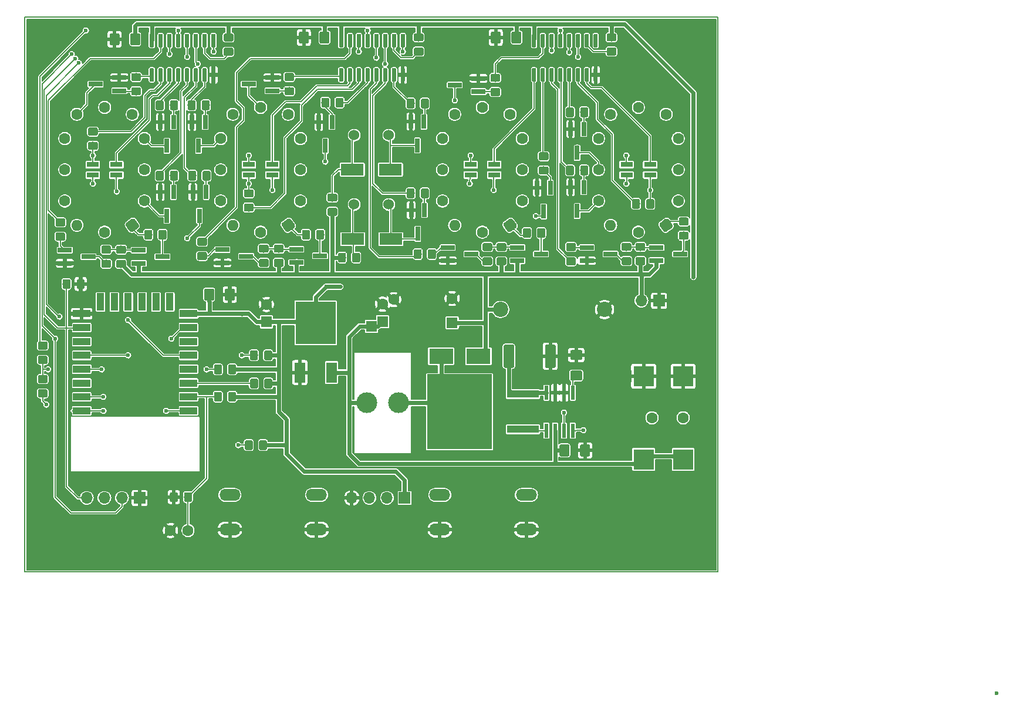
<source format=gbr>
%TF.GenerationSoftware,KiCad,Pcbnew,(5.1.2-1)-1*%
%TF.CreationDate,2019-05-03T14:38:19+02:00*%
%TF.ProjectId,funknetzwerkuhr,66756e6b-6e65-4747-9a77-65726b756872,rev?*%
%TF.SameCoordinates,Original*%
%TF.FileFunction,Copper,L1,Top*%
%TF.FilePolarity,Positive*%
%FSLAX46Y46*%
G04 Gerber Fmt 4.6, Leading zero omitted, Abs format (unit mm)*
G04 Created by KiCad (PCBNEW (5.1.2-1)-1) date 2019-05-03 14:38:19*
%MOMM*%
%LPD*%
G04 APERTURE LIST*
%ADD10C,0.150000*%
%ADD11O,1.700000X1.700000*%
%ADD12R,1.700000X1.700000*%
%ADD13C,1.600000*%
%ADD14R,1.600000X1.600000*%
%ADD15C,1.425000*%
%ADD16C,1.150000*%
%ADD17O,1.600000X1.600000*%
%ADD18R,0.650000X2.000000*%
%ADD19R,2.000000X0.650000*%
%ADD20C,0.600000*%
%ADD21C,3.000000*%
%ADD22R,3.500000X2.300000*%
%ADD23C,1.525000*%
%ADD24O,3.048000X1.727200*%
%ADD25R,3.300000X1.700000*%
%ADD26C,2.200000*%
%ADD27R,0.600000X2.000000*%
%ADD28R,9.400000X10.800000*%
%ADD29R,4.600000X1.100000*%
%ADD30R,1.800000X0.800000*%
%ADD31R,1.100000X2.500000*%
%ADD32R,2.500000X1.100000*%
%ADD33C,1.524000*%
%ADD34R,5.800000X6.200000*%
%ADD35R,1.600000X3.000000*%
%ADD36R,3.000000X3.000000*%
%ADD37C,4.000000*%
%ADD38C,0.152400*%
%ADD39C,0.609600*%
G04 APERTURE END LIST*
D10*
X150000000Y-55000000D02*
X150000000Y-135000000D01*
X150000000Y-55000000D02*
X50000000Y-55000000D01*
X50000000Y-135000000D02*
X50000000Y-55000000D01*
X150000000Y-135000000D02*
X50000000Y-135000000D01*
D11*
X138938000Y-95885000D03*
D12*
X141478000Y-95885000D03*
D11*
X58928000Y-124333000D03*
X61468000Y-124333000D03*
X64008000Y-124333000D03*
D12*
X66548000Y-124333000D03*
D13*
X103200000Y-95722063D03*
D14*
X100000000Y-99563937D03*
D13*
X101600000Y-96393000D03*
D14*
X101600000Y-98893000D03*
D10*
G36*
X80043004Y-94122204D02*
G01*
X80067273Y-94125804D01*
X80091071Y-94131765D01*
X80114171Y-94140030D01*
X80136349Y-94150520D01*
X80157393Y-94163133D01*
X80177098Y-94177747D01*
X80195277Y-94194223D01*
X80211753Y-94212402D01*
X80226367Y-94232107D01*
X80238980Y-94253151D01*
X80249470Y-94275329D01*
X80257735Y-94298429D01*
X80263696Y-94322227D01*
X80267296Y-94346496D01*
X80268500Y-94371000D01*
X80268500Y-95621000D01*
X80267296Y-95645504D01*
X80263696Y-95669773D01*
X80257735Y-95693571D01*
X80249470Y-95716671D01*
X80238980Y-95738849D01*
X80226367Y-95759893D01*
X80211753Y-95779598D01*
X80195277Y-95797777D01*
X80177098Y-95814253D01*
X80157393Y-95828867D01*
X80136349Y-95841480D01*
X80114171Y-95851970D01*
X80091071Y-95860235D01*
X80067273Y-95866196D01*
X80043004Y-95869796D01*
X80018500Y-95871000D01*
X79093500Y-95871000D01*
X79068996Y-95869796D01*
X79044727Y-95866196D01*
X79020929Y-95860235D01*
X78997829Y-95851970D01*
X78975651Y-95841480D01*
X78954607Y-95828867D01*
X78934902Y-95814253D01*
X78916723Y-95797777D01*
X78900247Y-95779598D01*
X78885633Y-95759893D01*
X78873020Y-95738849D01*
X78862530Y-95716671D01*
X78854265Y-95693571D01*
X78848304Y-95669773D01*
X78844704Y-95645504D01*
X78843500Y-95621000D01*
X78843500Y-94371000D01*
X78844704Y-94346496D01*
X78848304Y-94322227D01*
X78854265Y-94298429D01*
X78862530Y-94275329D01*
X78873020Y-94253151D01*
X78885633Y-94232107D01*
X78900247Y-94212402D01*
X78916723Y-94194223D01*
X78934902Y-94177747D01*
X78954607Y-94163133D01*
X78975651Y-94150520D01*
X78997829Y-94140030D01*
X79020929Y-94131765D01*
X79044727Y-94125804D01*
X79068996Y-94122204D01*
X79093500Y-94121000D01*
X80018500Y-94121000D01*
X80043004Y-94122204D01*
X80043004Y-94122204D01*
G37*
D15*
X79556000Y-94996000D03*
D10*
G36*
X77068004Y-94122204D02*
G01*
X77092273Y-94125804D01*
X77116071Y-94131765D01*
X77139171Y-94140030D01*
X77161349Y-94150520D01*
X77182393Y-94163133D01*
X77202098Y-94177747D01*
X77220277Y-94194223D01*
X77236753Y-94212402D01*
X77251367Y-94232107D01*
X77263980Y-94253151D01*
X77274470Y-94275329D01*
X77282735Y-94298429D01*
X77288696Y-94322227D01*
X77292296Y-94346496D01*
X77293500Y-94371000D01*
X77293500Y-95621000D01*
X77292296Y-95645504D01*
X77288696Y-95669773D01*
X77282735Y-95693571D01*
X77274470Y-95716671D01*
X77263980Y-95738849D01*
X77251367Y-95759893D01*
X77236753Y-95779598D01*
X77220277Y-95797777D01*
X77202098Y-95814253D01*
X77182393Y-95828867D01*
X77161349Y-95841480D01*
X77139171Y-95851970D01*
X77116071Y-95860235D01*
X77092273Y-95866196D01*
X77068004Y-95869796D01*
X77043500Y-95871000D01*
X76118500Y-95871000D01*
X76093996Y-95869796D01*
X76069727Y-95866196D01*
X76045929Y-95860235D01*
X76022829Y-95851970D01*
X76000651Y-95841480D01*
X75979607Y-95828867D01*
X75959902Y-95814253D01*
X75941723Y-95797777D01*
X75925247Y-95779598D01*
X75910633Y-95759893D01*
X75898020Y-95738849D01*
X75887530Y-95716671D01*
X75879265Y-95693571D01*
X75873304Y-95669773D01*
X75869704Y-95645504D01*
X75868500Y-95621000D01*
X75868500Y-94371000D01*
X75869704Y-94346496D01*
X75873304Y-94322227D01*
X75879265Y-94298429D01*
X75887530Y-94275329D01*
X75898020Y-94253151D01*
X75910633Y-94232107D01*
X75925247Y-94212402D01*
X75941723Y-94194223D01*
X75959902Y-94177747D01*
X75979607Y-94163133D01*
X76000651Y-94150520D01*
X76022829Y-94140030D01*
X76045929Y-94131765D01*
X76069727Y-94125804D01*
X76093996Y-94122204D01*
X76118500Y-94121000D01*
X77043500Y-94121000D01*
X77068004Y-94122204D01*
X77068004Y-94122204D01*
G37*
D15*
X76581000Y-94996000D03*
D13*
X84836000Y-96433000D03*
D14*
X84836000Y-98933000D03*
D10*
G36*
X135094505Y-57320204D02*
G01*
X135118773Y-57323804D01*
X135142572Y-57329765D01*
X135165671Y-57338030D01*
X135187850Y-57348520D01*
X135208893Y-57361132D01*
X135228599Y-57375747D01*
X135246777Y-57392223D01*
X135263253Y-57410401D01*
X135277868Y-57430107D01*
X135290480Y-57451150D01*
X135300970Y-57473329D01*
X135309235Y-57496428D01*
X135315196Y-57520227D01*
X135318796Y-57544495D01*
X135320000Y-57568999D01*
X135320000Y-58219001D01*
X135318796Y-58243505D01*
X135315196Y-58267773D01*
X135309235Y-58291572D01*
X135300970Y-58314671D01*
X135290480Y-58336850D01*
X135277868Y-58357893D01*
X135263253Y-58377599D01*
X135246777Y-58395777D01*
X135228599Y-58412253D01*
X135208893Y-58426868D01*
X135187850Y-58439480D01*
X135165671Y-58449970D01*
X135142572Y-58458235D01*
X135118773Y-58464196D01*
X135094505Y-58467796D01*
X135070001Y-58469000D01*
X134169999Y-58469000D01*
X134145495Y-58467796D01*
X134121227Y-58464196D01*
X134097428Y-58458235D01*
X134074329Y-58449970D01*
X134052150Y-58439480D01*
X134031107Y-58426868D01*
X134011401Y-58412253D01*
X133993223Y-58395777D01*
X133976747Y-58377599D01*
X133962132Y-58357893D01*
X133949520Y-58336850D01*
X133939030Y-58314671D01*
X133930765Y-58291572D01*
X133924804Y-58267773D01*
X133921204Y-58243505D01*
X133920000Y-58219001D01*
X133920000Y-57568999D01*
X133921204Y-57544495D01*
X133924804Y-57520227D01*
X133930765Y-57496428D01*
X133939030Y-57473329D01*
X133949520Y-57451150D01*
X133962132Y-57430107D01*
X133976747Y-57410401D01*
X133993223Y-57392223D01*
X134011401Y-57375747D01*
X134031107Y-57361132D01*
X134052150Y-57348520D01*
X134074329Y-57338030D01*
X134097428Y-57329765D01*
X134121227Y-57323804D01*
X134145495Y-57320204D01*
X134169999Y-57319000D01*
X135070001Y-57319000D01*
X135094505Y-57320204D01*
X135094505Y-57320204D01*
G37*
D16*
X134620000Y-57894000D03*
D10*
G36*
X135094505Y-59370204D02*
G01*
X135118773Y-59373804D01*
X135142572Y-59379765D01*
X135165671Y-59388030D01*
X135187850Y-59398520D01*
X135208893Y-59411132D01*
X135228599Y-59425747D01*
X135246777Y-59442223D01*
X135263253Y-59460401D01*
X135277868Y-59480107D01*
X135290480Y-59501150D01*
X135300970Y-59523329D01*
X135309235Y-59546428D01*
X135315196Y-59570227D01*
X135318796Y-59594495D01*
X135320000Y-59618999D01*
X135320000Y-60269001D01*
X135318796Y-60293505D01*
X135315196Y-60317773D01*
X135309235Y-60341572D01*
X135300970Y-60364671D01*
X135290480Y-60386850D01*
X135277868Y-60407893D01*
X135263253Y-60427599D01*
X135246777Y-60445777D01*
X135228599Y-60462253D01*
X135208893Y-60476868D01*
X135187850Y-60489480D01*
X135165671Y-60499970D01*
X135142572Y-60508235D01*
X135118773Y-60514196D01*
X135094505Y-60517796D01*
X135070001Y-60519000D01*
X134169999Y-60519000D01*
X134145495Y-60517796D01*
X134121227Y-60514196D01*
X134097428Y-60508235D01*
X134074329Y-60499970D01*
X134052150Y-60489480D01*
X134031107Y-60476868D01*
X134011401Y-60462253D01*
X133993223Y-60445777D01*
X133976747Y-60427599D01*
X133962132Y-60407893D01*
X133949520Y-60386850D01*
X133939030Y-60364671D01*
X133930765Y-60341572D01*
X133924804Y-60317773D01*
X133921204Y-60293505D01*
X133920000Y-60269001D01*
X133920000Y-59618999D01*
X133921204Y-59594495D01*
X133924804Y-59570227D01*
X133930765Y-59546428D01*
X133939030Y-59523329D01*
X133949520Y-59501150D01*
X133962132Y-59480107D01*
X133976747Y-59460401D01*
X133993223Y-59442223D01*
X134011401Y-59425747D01*
X134031107Y-59411132D01*
X134052150Y-59398520D01*
X134074329Y-59388030D01*
X134097428Y-59379765D01*
X134121227Y-59373804D01*
X134145495Y-59370204D01*
X134169999Y-59369000D01*
X135070001Y-59369000D01*
X135094505Y-59370204D01*
X135094505Y-59370204D01*
G37*
D16*
X134620000Y-59944000D03*
D10*
G36*
X107281505Y-57320204D02*
G01*
X107305773Y-57323804D01*
X107329572Y-57329765D01*
X107352671Y-57338030D01*
X107374850Y-57348520D01*
X107395893Y-57361132D01*
X107415599Y-57375747D01*
X107433777Y-57392223D01*
X107450253Y-57410401D01*
X107464868Y-57430107D01*
X107477480Y-57451150D01*
X107487970Y-57473329D01*
X107496235Y-57496428D01*
X107502196Y-57520227D01*
X107505796Y-57544495D01*
X107507000Y-57568999D01*
X107507000Y-58219001D01*
X107505796Y-58243505D01*
X107502196Y-58267773D01*
X107496235Y-58291572D01*
X107487970Y-58314671D01*
X107477480Y-58336850D01*
X107464868Y-58357893D01*
X107450253Y-58377599D01*
X107433777Y-58395777D01*
X107415599Y-58412253D01*
X107395893Y-58426868D01*
X107374850Y-58439480D01*
X107352671Y-58449970D01*
X107329572Y-58458235D01*
X107305773Y-58464196D01*
X107281505Y-58467796D01*
X107257001Y-58469000D01*
X106356999Y-58469000D01*
X106332495Y-58467796D01*
X106308227Y-58464196D01*
X106284428Y-58458235D01*
X106261329Y-58449970D01*
X106239150Y-58439480D01*
X106218107Y-58426868D01*
X106198401Y-58412253D01*
X106180223Y-58395777D01*
X106163747Y-58377599D01*
X106149132Y-58357893D01*
X106136520Y-58336850D01*
X106126030Y-58314671D01*
X106117765Y-58291572D01*
X106111804Y-58267773D01*
X106108204Y-58243505D01*
X106107000Y-58219001D01*
X106107000Y-57568999D01*
X106108204Y-57544495D01*
X106111804Y-57520227D01*
X106117765Y-57496428D01*
X106126030Y-57473329D01*
X106136520Y-57451150D01*
X106149132Y-57430107D01*
X106163747Y-57410401D01*
X106180223Y-57392223D01*
X106198401Y-57375747D01*
X106218107Y-57361132D01*
X106239150Y-57348520D01*
X106261329Y-57338030D01*
X106284428Y-57329765D01*
X106308227Y-57323804D01*
X106332495Y-57320204D01*
X106356999Y-57319000D01*
X107257001Y-57319000D01*
X107281505Y-57320204D01*
X107281505Y-57320204D01*
G37*
D16*
X106807000Y-57894000D03*
D10*
G36*
X107281505Y-59370204D02*
G01*
X107305773Y-59373804D01*
X107329572Y-59379765D01*
X107352671Y-59388030D01*
X107374850Y-59398520D01*
X107395893Y-59411132D01*
X107415599Y-59425747D01*
X107433777Y-59442223D01*
X107450253Y-59460401D01*
X107464868Y-59480107D01*
X107477480Y-59501150D01*
X107487970Y-59523329D01*
X107496235Y-59546428D01*
X107502196Y-59570227D01*
X107505796Y-59594495D01*
X107507000Y-59618999D01*
X107507000Y-60269001D01*
X107505796Y-60293505D01*
X107502196Y-60317773D01*
X107496235Y-60341572D01*
X107487970Y-60364671D01*
X107477480Y-60386850D01*
X107464868Y-60407893D01*
X107450253Y-60427599D01*
X107433777Y-60445777D01*
X107415599Y-60462253D01*
X107395893Y-60476868D01*
X107374850Y-60489480D01*
X107352671Y-60499970D01*
X107329572Y-60508235D01*
X107305773Y-60514196D01*
X107281505Y-60517796D01*
X107257001Y-60519000D01*
X106356999Y-60519000D01*
X106332495Y-60517796D01*
X106308227Y-60514196D01*
X106284428Y-60508235D01*
X106261329Y-60499970D01*
X106239150Y-60489480D01*
X106218107Y-60476868D01*
X106198401Y-60462253D01*
X106180223Y-60445777D01*
X106163747Y-60427599D01*
X106149132Y-60407893D01*
X106136520Y-60386850D01*
X106126030Y-60364671D01*
X106117765Y-60341572D01*
X106111804Y-60317773D01*
X106108204Y-60293505D01*
X106107000Y-60269001D01*
X106107000Y-59618999D01*
X106108204Y-59594495D01*
X106111804Y-59570227D01*
X106117765Y-59546428D01*
X106126030Y-59523329D01*
X106136520Y-59501150D01*
X106149132Y-59480107D01*
X106163747Y-59460401D01*
X106180223Y-59442223D01*
X106198401Y-59425747D01*
X106218107Y-59411132D01*
X106239150Y-59398520D01*
X106261329Y-59388030D01*
X106284428Y-59379765D01*
X106308227Y-59373804D01*
X106332495Y-59370204D01*
X106356999Y-59369000D01*
X107257001Y-59369000D01*
X107281505Y-59370204D01*
X107281505Y-59370204D01*
G37*
D16*
X106807000Y-59944000D03*
D10*
G36*
X79849505Y-57338204D02*
G01*
X79873773Y-57341804D01*
X79897572Y-57347765D01*
X79920671Y-57356030D01*
X79942850Y-57366520D01*
X79963893Y-57379132D01*
X79983599Y-57393747D01*
X80001777Y-57410223D01*
X80018253Y-57428401D01*
X80032868Y-57448107D01*
X80045480Y-57469150D01*
X80055970Y-57491329D01*
X80064235Y-57514428D01*
X80070196Y-57538227D01*
X80073796Y-57562495D01*
X80075000Y-57586999D01*
X80075000Y-58237001D01*
X80073796Y-58261505D01*
X80070196Y-58285773D01*
X80064235Y-58309572D01*
X80055970Y-58332671D01*
X80045480Y-58354850D01*
X80032868Y-58375893D01*
X80018253Y-58395599D01*
X80001777Y-58413777D01*
X79983599Y-58430253D01*
X79963893Y-58444868D01*
X79942850Y-58457480D01*
X79920671Y-58467970D01*
X79897572Y-58476235D01*
X79873773Y-58482196D01*
X79849505Y-58485796D01*
X79825001Y-58487000D01*
X78924999Y-58487000D01*
X78900495Y-58485796D01*
X78876227Y-58482196D01*
X78852428Y-58476235D01*
X78829329Y-58467970D01*
X78807150Y-58457480D01*
X78786107Y-58444868D01*
X78766401Y-58430253D01*
X78748223Y-58413777D01*
X78731747Y-58395599D01*
X78717132Y-58375893D01*
X78704520Y-58354850D01*
X78694030Y-58332671D01*
X78685765Y-58309572D01*
X78679804Y-58285773D01*
X78676204Y-58261505D01*
X78675000Y-58237001D01*
X78675000Y-57586999D01*
X78676204Y-57562495D01*
X78679804Y-57538227D01*
X78685765Y-57514428D01*
X78694030Y-57491329D01*
X78704520Y-57469150D01*
X78717132Y-57448107D01*
X78731747Y-57428401D01*
X78748223Y-57410223D01*
X78766401Y-57393747D01*
X78786107Y-57379132D01*
X78807150Y-57366520D01*
X78829329Y-57356030D01*
X78852428Y-57347765D01*
X78876227Y-57341804D01*
X78900495Y-57338204D01*
X78924999Y-57337000D01*
X79825001Y-57337000D01*
X79849505Y-57338204D01*
X79849505Y-57338204D01*
G37*
D16*
X79375000Y-57912000D03*
D10*
G36*
X79849505Y-59388204D02*
G01*
X79873773Y-59391804D01*
X79897572Y-59397765D01*
X79920671Y-59406030D01*
X79942850Y-59416520D01*
X79963893Y-59429132D01*
X79983599Y-59443747D01*
X80001777Y-59460223D01*
X80018253Y-59478401D01*
X80032868Y-59498107D01*
X80045480Y-59519150D01*
X80055970Y-59541329D01*
X80064235Y-59564428D01*
X80070196Y-59588227D01*
X80073796Y-59612495D01*
X80075000Y-59636999D01*
X80075000Y-60287001D01*
X80073796Y-60311505D01*
X80070196Y-60335773D01*
X80064235Y-60359572D01*
X80055970Y-60382671D01*
X80045480Y-60404850D01*
X80032868Y-60425893D01*
X80018253Y-60445599D01*
X80001777Y-60463777D01*
X79983599Y-60480253D01*
X79963893Y-60494868D01*
X79942850Y-60507480D01*
X79920671Y-60517970D01*
X79897572Y-60526235D01*
X79873773Y-60532196D01*
X79849505Y-60535796D01*
X79825001Y-60537000D01*
X78924999Y-60537000D01*
X78900495Y-60535796D01*
X78876227Y-60532196D01*
X78852428Y-60526235D01*
X78829329Y-60517970D01*
X78807150Y-60507480D01*
X78786107Y-60494868D01*
X78766401Y-60480253D01*
X78748223Y-60463777D01*
X78731747Y-60445599D01*
X78717132Y-60425893D01*
X78704520Y-60404850D01*
X78694030Y-60382671D01*
X78685765Y-60359572D01*
X78679804Y-60335773D01*
X78676204Y-60311505D01*
X78675000Y-60287001D01*
X78675000Y-59636999D01*
X78676204Y-59612495D01*
X78679804Y-59588227D01*
X78685765Y-59564428D01*
X78694030Y-59541329D01*
X78704520Y-59519150D01*
X78717132Y-59498107D01*
X78731747Y-59478401D01*
X78748223Y-59460223D01*
X78766401Y-59443747D01*
X78786107Y-59429132D01*
X78807150Y-59416520D01*
X78829329Y-59406030D01*
X78852428Y-59397765D01*
X78876227Y-59391804D01*
X78900495Y-59388204D01*
X78924999Y-59387000D01*
X79825001Y-59387000D01*
X79849505Y-59388204D01*
X79849505Y-59388204D01*
G37*
D16*
X79375000Y-59962000D03*
D10*
G36*
X60291505Y-70909204D02*
G01*
X60315773Y-70912804D01*
X60339572Y-70918765D01*
X60362671Y-70927030D01*
X60384850Y-70937520D01*
X60405893Y-70950132D01*
X60425599Y-70964747D01*
X60443777Y-70981223D01*
X60460253Y-70999401D01*
X60474868Y-71019107D01*
X60487480Y-71040150D01*
X60497970Y-71062329D01*
X60506235Y-71085428D01*
X60512196Y-71109227D01*
X60515796Y-71133495D01*
X60517000Y-71157999D01*
X60517000Y-71808001D01*
X60515796Y-71832505D01*
X60512196Y-71856773D01*
X60506235Y-71880572D01*
X60497970Y-71903671D01*
X60487480Y-71925850D01*
X60474868Y-71946893D01*
X60460253Y-71966599D01*
X60443777Y-71984777D01*
X60425599Y-72001253D01*
X60405893Y-72015868D01*
X60384850Y-72028480D01*
X60362671Y-72038970D01*
X60339572Y-72047235D01*
X60315773Y-72053196D01*
X60291505Y-72056796D01*
X60267001Y-72058000D01*
X59366999Y-72058000D01*
X59342495Y-72056796D01*
X59318227Y-72053196D01*
X59294428Y-72047235D01*
X59271329Y-72038970D01*
X59249150Y-72028480D01*
X59228107Y-72015868D01*
X59208401Y-72001253D01*
X59190223Y-71984777D01*
X59173747Y-71966599D01*
X59159132Y-71946893D01*
X59146520Y-71925850D01*
X59136030Y-71903671D01*
X59127765Y-71880572D01*
X59121804Y-71856773D01*
X59118204Y-71832505D01*
X59117000Y-71808001D01*
X59117000Y-71157999D01*
X59118204Y-71133495D01*
X59121804Y-71109227D01*
X59127765Y-71085428D01*
X59136030Y-71062329D01*
X59146520Y-71040150D01*
X59159132Y-71019107D01*
X59173747Y-70999401D01*
X59190223Y-70981223D01*
X59208401Y-70964747D01*
X59228107Y-70950132D01*
X59249150Y-70937520D01*
X59271329Y-70927030D01*
X59294428Y-70918765D01*
X59318227Y-70912804D01*
X59342495Y-70909204D01*
X59366999Y-70908000D01*
X60267001Y-70908000D01*
X60291505Y-70909204D01*
X60291505Y-70909204D01*
G37*
D16*
X59817000Y-71483000D03*
D10*
G36*
X60291505Y-72959204D02*
G01*
X60315773Y-72962804D01*
X60339572Y-72968765D01*
X60362671Y-72977030D01*
X60384850Y-72987520D01*
X60405893Y-73000132D01*
X60425599Y-73014747D01*
X60443777Y-73031223D01*
X60460253Y-73049401D01*
X60474868Y-73069107D01*
X60487480Y-73090150D01*
X60497970Y-73112329D01*
X60506235Y-73135428D01*
X60512196Y-73159227D01*
X60515796Y-73183495D01*
X60517000Y-73207999D01*
X60517000Y-73858001D01*
X60515796Y-73882505D01*
X60512196Y-73906773D01*
X60506235Y-73930572D01*
X60497970Y-73953671D01*
X60487480Y-73975850D01*
X60474868Y-73996893D01*
X60460253Y-74016599D01*
X60443777Y-74034777D01*
X60425599Y-74051253D01*
X60405893Y-74065868D01*
X60384850Y-74078480D01*
X60362671Y-74088970D01*
X60339572Y-74097235D01*
X60315773Y-74103196D01*
X60291505Y-74106796D01*
X60267001Y-74108000D01*
X59366999Y-74108000D01*
X59342495Y-74106796D01*
X59318227Y-74103196D01*
X59294428Y-74097235D01*
X59271329Y-74088970D01*
X59249150Y-74078480D01*
X59228107Y-74065868D01*
X59208401Y-74051253D01*
X59190223Y-74034777D01*
X59173747Y-74016599D01*
X59159132Y-73996893D01*
X59146520Y-73975850D01*
X59136030Y-73953671D01*
X59127765Y-73930572D01*
X59121804Y-73906773D01*
X59118204Y-73882505D01*
X59117000Y-73858001D01*
X59117000Y-73207999D01*
X59118204Y-73183495D01*
X59121804Y-73159227D01*
X59127765Y-73135428D01*
X59136030Y-73112329D01*
X59146520Y-73090150D01*
X59159132Y-73069107D01*
X59173747Y-73049401D01*
X59190223Y-73031223D01*
X59208401Y-73014747D01*
X59228107Y-73000132D01*
X59249150Y-72987520D01*
X59271329Y-72977030D01*
X59294428Y-72968765D01*
X59318227Y-72962804D01*
X59342495Y-72959204D01*
X59366999Y-72958000D01*
X60267001Y-72958000D01*
X60291505Y-72959204D01*
X60291505Y-72959204D01*
G37*
D16*
X59817000Y-73533000D03*
D10*
G36*
X82770505Y-81867204D02*
G01*
X82794773Y-81870804D01*
X82818572Y-81876765D01*
X82841671Y-81885030D01*
X82863850Y-81895520D01*
X82884893Y-81908132D01*
X82904599Y-81922747D01*
X82922777Y-81939223D01*
X82939253Y-81957401D01*
X82953868Y-81977107D01*
X82966480Y-81998150D01*
X82976970Y-82020329D01*
X82985235Y-82043428D01*
X82991196Y-82067227D01*
X82994796Y-82091495D01*
X82996000Y-82115999D01*
X82996000Y-82766001D01*
X82994796Y-82790505D01*
X82991196Y-82814773D01*
X82985235Y-82838572D01*
X82976970Y-82861671D01*
X82966480Y-82883850D01*
X82953868Y-82904893D01*
X82939253Y-82924599D01*
X82922777Y-82942777D01*
X82904599Y-82959253D01*
X82884893Y-82973868D01*
X82863850Y-82986480D01*
X82841671Y-82996970D01*
X82818572Y-83005235D01*
X82794773Y-83011196D01*
X82770505Y-83014796D01*
X82746001Y-83016000D01*
X81845999Y-83016000D01*
X81821495Y-83014796D01*
X81797227Y-83011196D01*
X81773428Y-83005235D01*
X81750329Y-82996970D01*
X81728150Y-82986480D01*
X81707107Y-82973868D01*
X81687401Y-82959253D01*
X81669223Y-82942777D01*
X81652747Y-82924599D01*
X81638132Y-82904893D01*
X81625520Y-82883850D01*
X81615030Y-82861671D01*
X81606765Y-82838572D01*
X81600804Y-82814773D01*
X81597204Y-82790505D01*
X81596000Y-82766001D01*
X81596000Y-82115999D01*
X81597204Y-82091495D01*
X81600804Y-82067227D01*
X81606765Y-82043428D01*
X81615030Y-82020329D01*
X81625520Y-81998150D01*
X81638132Y-81977107D01*
X81652747Y-81957401D01*
X81669223Y-81939223D01*
X81687401Y-81922747D01*
X81707107Y-81908132D01*
X81728150Y-81895520D01*
X81750329Y-81885030D01*
X81773428Y-81876765D01*
X81797227Y-81870804D01*
X81821495Y-81867204D01*
X81845999Y-81866000D01*
X82746001Y-81866000D01*
X82770505Y-81867204D01*
X82770505Y-81867204D01*
G37*
D16*
X82296000Y-82441000D03*
D10*
G36*
X82770505Y-79817204D02*
G01*
X82794773Y-79820804D01*
X82818572Y-79826765D01*
X82841671Y-79835030D01*
X82863850Y-79845520D01*
X82884893Y-79858132D01*
X82904599Y-79872747D01*
X82922777Y-79889223D01*
X82939253Y-79907401D01*
X82953868Y-79927107D01*
X82966480Y-79948150D01*
X82976970Y-79970329D01*
X82985235Y-79993428D01*
X82991196Y-80017227D01*
X82994796Y-80041495D01*
X82996000Y-80065999D01*
X82996000Y-80716001D01*
X82994796Y-80740505D01*
X82991196Y-80764773D01*
X82985235Y-80788572D01*
X82976970Y-80811671D01*
X82966480Y-80833850D01*
X82953868Y-80854893D01*
X82939253Y-80874599D01*
X82922777Y-80892777D01*
X82904599Y-80909253D01*
X82884893Y-80923868D01*
X82863850Y-80936480D01*
X82841671Y-80946970D01*
X82818572Y-80955235D01*
X82794773Y-80961196D01*
X82770505Y-80964796D01*
X82746001Y-80966000D01*
X81845999Y-80966000D01*
X81821495Y-80964796D01*
X81797227Y-80961196D01*
X81773428Y-80955235D01*
X81750329Y-80946970D01*
X81728150Y-80936480D01*
X81707107Y-80923868D01*
X81687401Y-80909253D01*
X81669223Y-80892777D01*
X81652747Y-80874599D01*
X81638132Y-80854893D01*
X81625520Y-80833850D01*
X81615030Y-80811671D01*
X81606765Y-80788572D01*
X81600804Y-80764773D01*
X81597204Y-80740505D01*
X81596000Y-80716001D01*
X81596000Y-80065999D01*
X81597204Y-80041495D01*
X81600804Y-80017227D01*
X81606765Y-79993428D01*
X81615030Y-79970329D01*
X81625520Y-79948150D01*
X81638132Y-79927107D01*
X81652747Y-79907401D01*
X81669223Y-79889223D01*
X81687401Y-79872747D01*
X81707107Y-79858132D01*
X81728150Y-79845520D01*
X81750329Y-79835030D01*
X81773428Y-79826765D01*
X81797227Y-79820804D01*
X81821495Y-79817204D01*
X81845999Y-79816000D01*
X82746001Y-79816000D01*
X82770505Y-79817204D01*
X82770505Y-79817204D01*
G37*
D16*
X82296000Y-80391000D03*
D10*
G36*
X138507505Y-81216204D02*
G01*
X138531773Y-81219804D01*
X138555572Y-81225765D01*
X138578671Y-81234030D01*
X138600850Y-81244520D01*
X138621893Y-81257132D01*
X138641599Y-81271747D01*
X138659777Y-81288223D01*
X138676253Y-81306401D01*
X138690868Y-81326107D01*
X138703480Y-81347150D01*
X138713970Y-81369329D01*
X138722235Y-81392428D01*
X138728196Y-81416227D01*
X138731796Y-81440495D01*
X138733000Y-81464999D01*
X138733000Y-82365001D01*
X138731796Y-82389505D01*
X138728196Y-82413773D01*
X138722235Y-82437572D01*
X138713970Y-82460671D01*
X138703480Y-82482850D01*
X138690868Y-82503893D01*
X138676253Y-82523599D01*
X138659777Y-82541777D01*
X138641599Y-82558253D01*
X138621893Y-82572868D01*
X138600850Y-82585480D01*
X138578671Y-82595970D01*
X138555572Y-82604235D01*
X138531773Y-82610196D01*
X138507505Y-82613796D01*
X138483001Y-82615000D01*
X137832999Y-82615000D01*
X137808495Y-82613796D01*
X137784227Y-82610196D01*
X137760428Y-82604235D01*
X137737329Y-82595970D01*
X137715150Y-82585480D01*
X137694107Y-82572868D01*
X137674401Y-82558253D01*
X137656223Y-82541777D01*
X137639747Y-82523599D01*
X137625132Y-82503893D01*
X137612520Y-82482850D01*
X137602030Y-82460671D01*
X137593765Y-82437572D01*
X137587804Y-82413773D01*
X137584204Y-82389505D01*
X137583000Y-82365001D01*
X137583000Y-81464999D01*
X137584204Y-81440495D01*
X137587804Y-81416227D01*
X137593765Y-81392428D01*
X137602030Y-81369329D01*
X137612520Y-81347150D01*
X137625132Y-81326107D01*
X137639747Y-81306401D01*
X137656223Y-81288223D01*
X137674401Y-81271747D01*
X137694107Y-81257132D01*
X137715150Y-81244520D01*
X137737329Y-81234030D01*
X137760428Y-81225765D01*
X137784227Y-81219804D01*
X137808495Y-81216204D01*
X137832999Y-81215000D01*
X138483001Y-81215000D01*
X138507505Y-81216204D01*
X138507505Y-81216204D01*
G37*
D16*
X138158000Y-81915000D03*
D10*
G36*
X140557505Y-81216204D02*
G01*
X140581773Y-81219804D01*
X140605572Y-81225765D01*
X140628671Y-81234030D01*
X140650850Y-81244520D01*
X140671893Y-81257132D01*
X140691599Y-81271747D01*
X140709777Y-81288223D01*
X140726253Y-81306401D01*
X140740868Y-81326107D01*
X140753480Y-81347150D01*
X140763970Y-81369329D01*
X140772235Y-81392428D01*
X140778196Y-81416227D01*
X140781796Y-81440495D01*
X140783000Y-81464999D01*
X140783000Y-82365001D01*
X140781796Y-82389505D01*
X140778196Y-82413773D01*
X140772235Y-82437572D01*
X140763970Y-82460671D01*
X140753480Y-82482850D01*
X140740868Y-82503893D01*
X140726253Y-82523599D01*
X140709777Y-82541777D01*
X140691599Y-82558253D01*
X140671893Y-82572868D01*
X140650850Y-82585480D01*
X140628671Y-82595970D01*
X140605572Y-82604235D01*
X140581773Y-82610196D01*
X140557505Y-82613796D01*
X140533001Y-82615000D01*
X139882999Y-82615000D01*
X139858495Y-82613796D01*
X139834227Y-82610196D01*
X139810428Y-82604235D01*
X139787329Y-82595970D01*
X139765150Y-82585480D01*
X139744107Y-82572868D01*
X139724401Y-82558253D01*
X139706223Y-82541777D01*
X139689747Y-82523599D01*
X139675132Y-82503893D01*
X139662520Y-82482850D01*
X139652030Y-82460671D01*
X139643765Y-82437572D01*
X139637804Y-82413773D01*
X139634204Y-82389505D01*
X139633000Y-82365001D01*
X139633000Y-81464999D01*
X139634204Y-81440495D01*
X139637804Y-81416227D01*
X139643765Y-81392428D01*
X139652030Y-81369329D01*
X139662520Y-81347150D01*
X139675132Y-81326107D01*
X139689747Y-81306401D01*
X139706223Y-81288223D01*
X139724401Y-81271747D01*
X139744107Y-81257132D01*
X139765150Y-81244520D01*
X139787329Y-81234030D01*
X139810428Y-81225765D01*
X139834227Y-81219804D01*
X139858495Y-81216204D01*
X139882999Y-81215000D01*
X140533001Y-81215000D01*
X140557505Y-81216204D01*
X140557505Y-81216204D01*
G37*
D16*
X140208000Y-81915000D03*
D10*
G36*
X66514505Y-65103204D02*
G01*
X66538773Y-65106804D01*
X66562572Y-65112765D01*
X66585671Y-65121030D01*
X66607850Y-65131520D01*
X66628893Y-65144132D01*
X66648599Y-65158747D01*
X66666777Y-65175223D01*
X66683253Y-65193401D01*
X66697868Y-65213107D01*
X66710480Y-65234150D01*
X66720970Y-65256329D01*
X66729235Y-65279428D01*
X66735196Y-65303227D01*
X66738796Y-65327495D01*
X66740000Y-65351999D01*
X66740000Y-66002001D01*
X66738796Y-66026505D01*
X66735196Y-66050773D01*
X66729235Y-66074572D01*
X66720970Y-66097671D01*
X66710480Y-66119850D01*
X66697868Y-66140893D01*
X66683253Y-66160599D01*
X66666777Y-66178777D01*
X66648599Y-66195253D01*
X66628893Y-66209868D01*
X66607850Y-66222480D01*
X66585671Y-66232970D01*
X66562572Y-66241235D01*
X66538773Y-66247196D01*
X66514505Y-66250796D01*
X66490001Y-66252000D01*
X65589999Y-66252000D01*
X65565495Y-66250796D01*
X65541227Y-66247196D01*
X65517428Y-66241235D01*
X65494329Y-66232970D01*
X65472150Y-66222480D01*
X65451107Y-66209868D01*
X65431401Y-66195253D01*
X65413223Y-66178777D01*
X65396747Y-66160599D01*
X65382132Y-66140893D01*
X65369520Y-66119850D01*
X65359030Y-66097671D01*
X65350765Y-66074572D01*
X65344804Y-66050773D01*
X65341204Y-66026505D01*
X65340000Y-66002001D01*
X65340000Y-65351999D01*
X65341204Y-65327495D01*
X65344804Y-65303227D01*
X65350765Y-65279428D01*
X65359030Y-65256329D01*
X65369520Y-65234150D01*
X65382132Y-65213107D01*
X65396747Y-65193401D01*
X65413223Y-65175223D01*
X65431401Y-65158747D01*
X65451107Y-65144132D01*
X65472150Y-65131520D01*
X65494329Y-65121030D01*
X65517428Y-65112765D01*
X65541227Y-65106804D01*
X65565495Y-65103204D01*
X65589999Y-65102000D01*
X66490001Y-65102000D01*
X66514505Y-65103204D01*
X66514505Y-65103204D01*
G37*
D16*
X66040000Y-65677000D03*
D10*
G36*
X66514505Y-63053204D02*
G01*
X66538773Y-63056804D01*
X66562572Y-63062765D01*
X66585671Y-63071030D01*
X66607850Y-63081520D01*
X66628893Y-63094132D01*
X66648599Y-63108747D01*
X66666777Y-63125223D01*
X66683253Y-63143401D01*
X66697868Y-63163107D01*
X66710480Y-63184150D01*
X66720970Y-63206329D01*
X66729235Y-63229428D01*
X66735196Y-63253227D01*
X66738796Y-63277495D01*
X66740000Y-63301999D01*
X66740000Y-63952001D01*
X66738796Y-63976505D01*
X66735196Y-64000773D01*
X66729235Y-64024572D01*
X66720970Y-64047671D01*
X66710480Y-64069850D01*
X66697868Y-64090893D01*
X66683253Y-64110599D01*
X66666777Y-64128777D01*
X66648599Y-64145253D01*
X66628893Y-64159868D01*
X66607850Y-64172480D01*
X66585671Y-64182970D01*
X66562572Y-64191235D01*
X66538773Y-64197196D01*
X66514505Y-64200796D01*
X66490001Y-64202000D01*
X65589999Y-64202000D01*
X65565495Y-64200796D01*
X65541227Y-64197196D01*
X65517428Y-64191235D01*
X65494329Y-64182970D01*
X65472150Y-64172480D01*
X65451107Y-64159868D01*
X65431401Y-64145253D01*
X65413223Y-64128777D01*
X65396747Y-64110599D01*
X65382132Y-64090893D01*
X65369520Y-64069850D01*
X65359030Y-64047671D01*
X65350765Y-64024572D01*
X65344804Y-64000773D01*
X65341204Y-63976505D01*
X65340000Y-63952001D01*
X65340000Y-63301999D01*
X65341204Y-63277495D01*
X65344804Y-63253227D01*
X65350765Y-63229428D01*
X65359030Y-63206329D01*
X65369520Y-63184150D01*
X65382132Y-63163107D01*
X65396747Y-63143401D01*
X65413223Y-63125223D01*
X65431401Y-63108747D01*
X65451107Y-63094132D01*
X65472150Y-63081520D01*
X65494329Y-63071030D01*
X65517428Y-63062765D01*
X65541227Y-63056804D01*
X65565495Y-63053204D01*
X65589999Y-63052000D01*
X66490001Y-63052000D01*
X66514505Y-63053204D01*
X66514505Y-63053204D01*
G37*
D16*
X66040000Y-63627000D03*
D10*
G36*
X105995505Y-66738204D02*
G01*
X106019773Y-66741804D01*
X106043572Y-66747765D01*
X106066671Y-66756030D01*
X106088850Y-66766520D01*
X106109893Y-66779132D01*
X106129599Y-66793747D01*
X106147777Y-66810223D01*
X106164253Y-66828401D01*
X106178868Y-66848107D01*
X106191480Y-66869150D01*
X106201970Y-66891329D01*
X106210235Y-66914428D01*
X106216196Y-66938227D01*
X106219796Y-66962495D01*
X106221000Y-66986999D01*
X106221000Y-67887001D01*
X106219796Y-67911505D01*
X106216196Y-67935773D01*
X106210235Y-67959572D01*
X106201970Y-67982671D01*
X106191480Y-68004850D01*
X106178868Y-68025893D01*
X106164253Y-68045599D01*
X106147777Y-68063777D01*
X106129599Y-68080253D01*
X106109893Y-68094868D01*
X106088850Y-68107480D01*
X106066671Y-68117970D01*
X106043572Y-68126235D01*
X106019773Y-68132196D01*
X105995505Y-68135796D01*
X105971001Y-68137000D01*
X105320999Y-68137000D01*
X105296495Y-68135796D01*
X105272227Y-68132196D01*
X105248428Y-68126235D01*
X105225329Y-68117970D01*
X105203150Y-68107480D01*
X105182107Y-68094868D01*
X105162401Y-68080253D01*
X105144223Y-68063777D01*
X105127747Y-68045599D01*
X105113132Y-68025893D01*
X105100520Y-68004850D01*
X105090030Y-67982671D01*
X105081765Y-67959572D01*
X105075804Y-67935773D01*
X105072204Y-67911505D01*
X105071000Y-67887001D01*
X105071000Y-66986999D01*
X105072204Y-66962495D01*
X105075804Y-66938227D01*
X105081765Y-66914428D01*
X105090030Y-66891329D01*
X105100520Y-66869150D01*
X105113132Y-66848107D01*
X105127747Y-66828401D01*
X105144223Y-66810223D01*
X105162401Y-66793747D01*
X105182107Y-66779132D01*
X105203150Y-66766520D01*
X105225329Y-66756030D01*
X105248428Y-66747765D01*
X105272227Y-66741804D01*
X105296495Y-66738204D01*
X105320999Y-66737000D01*
X105971001Y-66737000D01*
X105995505Y-66738204D01*
X105995505Y-66738204D01*
G37*
D16*
X105646000Y-67437000D03*
D10*
G36*
X108045505Y-66738204D02*
G01*
X108069773Y-66741804D01*
X108093572Y-66747765D01*
X108116671Y-66756030D01*
X108138850Y-66766520D01*
X108159893Y-66779132D01*
X108179599Y-66793747D01*
X108197777Y-66810223D01*
X108214253Y-66828401D01*
X108228868Y-66848107D01*
X108241480Y-66869150D01*
X108251970Y-66891329D01*
X108260235Y-66914428D01*
X108266196Y-66938227D01*
X108269796Y-66962495D01*
X108271000Y-66986999D01*
X108271000Y-67887001D01*
X108269796Y-67911505D01*
X108266196Y-67935773D01*
X108260235Y-67959572D01*
X108251970Y-67982671D01*
X108241480Y-68004850D01*
X108228868Y-68025893D01*
X108214253Y-68045599D01*
X108197777Y-68063777D01*
X108179599Y-68080253D01*
X108159893Y-68094868D01*
X108138850Y-68107480D01*
X108116671Y-68117970D01*
X108093572Y-68126235D01*
X108069773Y-68132196D01*
X108045505Y-68135796D01*
X108021001Y-68137000D01*
X107370999Y-68137000D01*
X107346495Y-68135796D01*
X107322227Y-68132196D01*
X107298428Y-68126235D01*
X107275329Y-68117970D01*
X107253150Y-68107480D01*
X107232107Y-68094868D01*
X107212401Y-68080253D01*
X107194223Y-68063777D01*
X107177747Y-68045599D01*
X107163132Y-68025893D01*
X107150520Y-68004850D01*
X107140030Y-67982671D01*
X107131765Y-67959572D01*
X107125804Y-67935773D01*
X107122204Y-67911505D01*
X107121000Y-67887001D01*
X107121000Y-66986999D01*
X107122204Y-66962495D01*
X107125804Y-66938227D01*
X107131765Y-66914428D01*
X107140030Y-66891329D01*
X107150520Y-66869150D01*
X107163132Y-66848107D01*
X107177747Y-66828401D01*
X107194223Y-66810223D01*
X107212401Y-66793747D01*
X107232107Y-66779132D01*
X107253150Y-66766520D01*
X107275329Y-66756030D01*
X107298428Y-66747765D01*
X107322227Y-66741804D01*
X107346495Y-66738204D01*
X107370999Y-66737000D01*
X108021001Y-66737000D01*
X108045505Y-66738204D01*
X108045505Y-66738204D01*
G37*
D16*
X107696000Y-67437000D03*
D10*
G36*
X108045505Y-79692204D02*
G01*
X108069773Y-79695804D01*
X108093572Y-79701765D01*
X108116671Y-79710030D01*
X108138850Y-79720520D01*
X108159893Y-79733132D01*
X108179599Y-79747747D01*
X108197777Y-79764223D01*
X108214253Y-79782401D01*
X108228868Y-79802107D01*
X108241480Y-79823150D01*
X108251970Y-79845329D01*
X108260235Y-79868428D01*
X108266196Y-79892227D01*
X108269796Y-79916495D01*
X108271000Y-79940999D01*
X108271000Y-80841001D01*
X108269796Y-80865505D01*
X108266196Y-80889773D01*
X108260235Y-80913572D01*
X108251970Y-80936671D01*
X108241480Y-80958850D01*
X108228868Y-80979893D01*
X108214253Y-80999599D01*
X108197777Y-81017777D01*
X108179599Y-81034253D01*
X108159893Y-81048868D01*
X108138850Y-81061480D01*
X108116671Y-81071970D01*
X108093572Y-81080235D01*
X108069773Y-81086196D01*
X108045505Y-81089796D01*
X108021001Y-81091000D01*
X107370999Y-81091000D01*
X107346495Y-81089796D01*
X107322227Y-81086196D01*
X107298428Y-81080235D01*
X107275329Y-81071970D01*
X107253150Y-81061480D01*
X107232107Y-81048868D01*
X107212401Y-81034253D01*
X107194223Y-81017777D01*
X107177747Y-80999599D01*
X107163132Y-80979893D01*
X107150520Y-80958850D01*
X107140030Y-80936671D01*
X107131765Y-80913572D01*
X107125804Y-80889773D01*
X107122204Y-80865505D01*
X107121000Y-80841001D01*
X107121000Y-79940999D01*
X107122204Y-79916495D01*
X107125804Y-79892227D01*
X107131765Y-79868428D01*
X107140030Y-79845329D01*
X107150520Y-79823150D01*
X107163132Y-79802107D01*
X107177747Y-79782401D01*
X107194223Y-79764223D01*
X107212401Y-79747747D01*
X107232107Y-79733132D01*
X107253150Y-79720520D01*
X107275329Y-79710030D01*
X107298428Y-79701765D01*
X107322227Y-79695804D01*
X107346495Y-79692204D01*
X107370999Y-79691000D01*
X108021001Y-79691000D01*
X108045505Y-79692204D01*
X108045505Y-79692204D01*
G37*
D16*
X107696000Y-80391000D03*
D10*
G36*
X105995505Y-79692204D02*
G01*
X106019773Y-79695804D01*
X106043572Y-79701765D01*
X106066671Y-79710030D01*
X106088850Y-79720520D01*
X106109893Y-79733132D01*
X106129599Y-79747747D01*
X106147777Y-79764223D01*
X106164253Y-79782401D01*
X106178868Y-79802107D01*
X106191480Y-79823150D01*
X106201970Y-79845329D01*
X106210235Y-79868428D01*
X106216196Y-79892227D01*
X106219796Y-79916495D01*
X106221000Y-79940999D01*
X106221000Y-80841001D01*
X106219796Y-80865505D01*
X106216196Y-80889773D01*
X106210235Y-80913572D01*
X106201970Y-80936671D01*
X106191480Y-80958850D01*
X106178868Y-80979893D01*
X106164253Y-80999599D01*
X106147777Y-81017777D01*
X106129599Y-81034253D01*
X106109893Y-81048868D01*
X106088850Y-81061480D01*
X106066671Y-81071970D01*
X106043572Y-81080235D01*
X106019773Y-81086196D01*
X105995505Y-81089796D01*
X105971001Y-81091000D01*
X105320999Y-81091000D01*
X105296495Y-81089796D01*
X105272227Y-81086196D01*
X105248428Y-81080235D01*
X105225329Y-81071970D01*
X105203150Y-81061480D01*
X105182107Y-81048868D01*
X105162401Y-81034253D01*
X105144223Y-81017777D01*
X105127747Y-80999599D01*
X105113132Y-80979893D01*
X105100520Y-80958850D01*
X105090030Y-80936671D01*
X105081765Y-80913572D01*
X105075804Y-80889773D01*
X105072204Y-80865505D01*
X105071000Y-80841001D01*
X105071000Y-79940999D01*
X105072204Y-79916495D01*
X105075804Y-79892227D01*
X105081765Y-79868428D01*
X105090030Y-79845329D01*
X105100520Y-79823150D01*
X105113132Y-79802107D01*
X105127747Y-79782401D01*
X105144223Y-79764223D01*
X105162401Y-79747747D01*
X105182107Y-79733132D01*
X105203150Y-79720520D01*
X105225329Y-79710030D01*
X105248428Y-79701765D01*
X105272227Y-79695804D01*
X105296495Y-79692204D01*
X105320999Y-79691000D01*
X105971001Y-79691000D01*
X105995505Y-79692204D01*
X105995505Y-79692204D01*
G37*
D16*
X105646000Y-80391000D03*
D10*
G36*
X94835505Y-80434204D02*
G01*
X94859773Y-80437804D01*
X94883572Y-80443765D01*
X94906671Y-80452030D01*
X94928850Y-80462520D01*
X94949893Y-80475132D01*
X94969599Y-80489747D01*
X94987777Y-80506223D01*
X95004253Y-80524401D01*
X95018868Y-80544107D01*
X95031480Y-80565150D01*
X95041970Y-80587329D01*
X95050235Y-80610428D01*
X95056196Y-80634227D01*
X95059796Y-80658495D01*
X95061000Y-80682999D01*
X95061000Y-81333001D01*
X95059796Y-81357505D01*
X95056196Y-81381773D01*
X95050235Y-81405572D01*
X95041970Y-81428671D01*
X95031480Y-81450850D01*
X95018868Y-81471893D01*
X95004253Y-81491599D01*
X94987777Y-81509777D01*
X94969599Y-81526253D01*
X94949893Y-81540868D01*
X94928850Y-81553480D01*
X94906671Y-81563970D01*
X94883572Y-81572235D01*
X94859773Y-81578196D01*
X94835505Y-81581796D01*
X94811001Y-81583000D01*
X93910999Y-81583000D01*
X93886495Y-81581796D01*
X93862227Y-81578196D01*
X93838428Y-81572235D01*
X93815329Y-81563970D01*
X93793150Y-81553480D01*
X93772107Y-81540868D01*
X93752401Y-81526253D01*
X93734223Y-81509777D01*
X93717747Y-81491599D01*
X93703132Y-81471893D01*
X93690520Y-81450850D01*
X93680030Y-81428671D01*
X93671765Y-81405572D01*
X93665804Y-81381773D01*
X93662204Y-81357505D01*
X93661000Y-81333001D01*
X93661000Y-80682999D01*
X93662204Y-80658495D01*
X93665804Y-80634227D01*
X93671765Y-80610428D01*
X93680030Y-80587329D01*
X93690520Y-80565150D01*
X93703132Y-80544107D01*
X93717747Y-80524401D01*
X93734223Y-80506223D01*
X93752401Y-80489747D01*
X93772107Y-80475132D01*
X93793150Y-80462520D01*
X93815329Y-80452030D01*
X93838428Y-80443765D01*
X93862227Y-80437804D01*
X93886495Y-80434204D01*
X93910999Y-80433000D01*
X94811001Y-80433000D01*
X94835505Y-80434204D01*
X94835505Y-80434204D01*
G37*
D16*
X94361000Y-81008000D03*
D10*
G36*
X94835505Y-82484204D02*
G01*
X94859773Y-82487804D01*
X94883572Y-82493765D01*
X94906671Y-82502030D01*
X94928850Y-82512520D01*
X94949893Y-82525132D01*
X94969599Y-82539747D01*
X94987777Y-82556223D01*
X95004253Y-82574401D01*
X95018868Y-82594107D01*
X95031480Y-82615150D01*
X95041970Y-82637329D01*
X95050235Y-82660428D01*
X95056196Y-82684227D01*
X95059796Y-82708495D01*
X95061000Y-82732999D01*
X95061000Y-83383001D01*
X95059796Y-83407505D01*
X95056196Y-83431773D01*
X95050235Y-83455572D01*
X95041970Y-83478671D01*
X95031480Y-83500850D01*
X95018868Y-83521893D01*
X95004253Y-83541599D01*
X94987777Y-83559777D01*
X94969599Y-83576253D01*
X94949893Y-83590868D01*
X94928850Y-83603480D01*
X94906671Y-83613970D01*
X94883572Y-83622235D01*
X94859773Y-83628196D01*
X94835505Y-83631796D01*
X94811001Y-83633000D01*
X93910999Y-83633000D01*
X93886495Y-83631796D01*
X93862227Y-83628196D01*
X93838428Y-83622235D01*
X93815329Y-83613970D01*
X93793150Y-83603480D01*
X93772107Y-83590868D01*
X93752401Y-83576253D01*
X93734223Y-83559777D01*
X93717747Y-83541599D01*
X93703132Y-83521893D01*
X93690520Y-83500850D01*
X93680030Y-83478671D01*
X93671765Y-83455572D01*
X93665804Y-83431773D01*
X93662204Y-83407505D01*
X93661000Y-83383001D01*
X93661000Y-82732999D01*
X93662204Y-82708495D01*
X93665804Y-82684227D01*
X93671765Y-82660428D01*
X93680030Y-82637329D01*
X93690520Y-82615150D01*
X93703132Y-82594107D01*
X93717747Y-82574401D01*
X93734223Y-82556223D01*
X93752401Y-82539747D01*
X93772107Y-82525132D01*
X93793150Y-82512520D01*
X93815329Y-82502030D01*
X93838428Y-82493765D01*
X93862227Y-82487804D01*
X93886495Y-82484204D01*
X93910999Y-82483000D01*
X94811001Y-82483000D01*
X94835505Y-82484204D01*
X94835505Y-82484204D01*
G37*
D16*
X94361000Y-83058000D03*
D10*
G36*
X98139505Y-88963204D02*
G01*
X98163773Y-88966804D01*
X98187572Y-88972765D01*
X98210671Y-88981030D01*
X98232850Y-88991520D01*
X98253893Y-89004132D01*
X98273599Y-89018747D01*
X98291777Y-89035223D01*
X98308253Y-89053401D01*
X98322868Y-89073107D01*
X98335480Y-89094150D01*
X98345970Y-89116329D01*
X98354235Y-89139428D01*
X98360196Y-89163227D01*
X98363796Y-89187495D01*
X98365000Y-89211999D01*
X98365000Y-90112001D01*
X98363796Y-90136505D01*
X98360196Y-90160773D01*
X98354235Y-90184572D01*
X98345970Y-90207671D01*
X98335480Y-90229850D01*
X98322868Y-90250893D01*
X98308253Y-90270599D01*
X98291777Y-90288777D01*
X98273599Y-90305253D01*
X98253893Y-90319868D01*
X98232850Y-90332480D01*
X98210671Y-90342970D01*
X98187572Y-90351235D01*
X98163773Y-90357196D01*
X98139505Y-90360796D01*
X98115001Y-90362000D01*
X97464999Y-90362000D01*
X97440495Y-90360796D01*
X97416227Y-90357196D01*
X97392428Y-90351235D01*
X97369329Y-90342970D01*
X97347150Y-90332480D01*
X97326107Y-90319868D01*
X97306401Y-90305253D01*
X97288223Y-90288777D01*
X97271747Y-90270599D01*
X97257132Y-90250893D01*
X97244520Y-90229850D01*
X97234030Y-90207671D01*
X97225765Y-90184572D01*
X97219804Y-90160773D01*
X97216204Y-90136505D01*
X97215000Y-90112001D01*
X97215000Y-89211999D01*
X97216204Y-89187495D01*
X97219804Y-89163227D01*
X97225765Y-89139428D01*
X97234030Y-89116329D01*
X97244520Y-89094150D01*
X97257132Y-89073107D01*
X97271747Y-89053401D01*
X97288223Y-89035223D01*
X97306401Y-89018747D01*
X97326107Y-89004132D01*
X97347150Y-88991520D01*
X97369329Y-88981030D01*
X97392428Y-88972765D01*
X97416227Y-88966804D01*
X97440495Y-88963204D01*
X97464999Y-88962000D01*
X98115001Y-88962000D01*
X98139505Y-88963204D01*
X98139505Y-88963204D01*
G37*
D16*
X97790000Y-89662000D03*
D10*
G36*
X96089505Y-88963204D02*
G01*
X96113773Y-88966804D01*
X96137572Y-88972765D01*
X96160671Y-88981030D01*
X96182850Y-88991520D01*
X96203893Y-89004132D01*
X96223599Y-89018747D01*
X96241777Y-89035223D01*
X96258253Y-89053401D01*
X96272868Y-89073107D01*
X96285480Y-89094150D01*
X96295970Y-89116329D01*
X96304235Y-89139428D01*
X96310196Y-89163227D01*
X96313796Y-89187495D01*
X96315000Y-89211999D01*
X96315000Y-90112001D01*
X96313796Y-90136505D01*
X96310196Y-90160773D01*
X96304235Y-90184572D01*
X96295970Y-90207671D01*
X96285480Y-90229850D01*
X96272868Y-90250893D01*
X96258253Y-90270599D01*
X96241777Y-90288777D01*
X96223599Y-90305253D01*
X96203893Y-90319868D01*
X96182850Y-90332480D01*
X96160671Y-90342970D01*
X96137572Y-90351235D01*
X96113773Y-90357196D01*
X96089505Y-90360796D01*
X96065001Y-90362000D01*
X95414999Y-90362000D01*
X95390495Y-90360796D01*
X95366227Y-90357196D01*
X95342428Y-90351235D01*
X95319329Y-90342970D01*
X95297150Y-90332480D01*
X95276107Y-90319868D01*
X95256401Y-90305253D01*
X95238223Y-90288777D01*
X95221747Y-90270599D01*
X95207132Y-90250893D01*
X95194520Y-90229850D01*
X95184030Y-90207671D01*
X95175765Y-90184572D01*
X95169804Y-90160773D01*
X95166204Y-90136505D01*
X95165000Y-90112001D01*
X95165000Y-89211999D01*
X95166204Y-89187495D01*
X95169804Y-89163227D01*
X95175765Y-89139428D01*
X95184030Y-89116329D01*
X95194520Y-89094150D01*
X95207132Y-89073107D01*
X95221747Y-89053401D01*
X95238223Y-89035223D01*
X95256401Y-89018747D01*
X95276107Y-89004132D01*
X95297150Y-88991520D01*
X95319329Y-88981030D01*
X95342428Y-88972765D01*
X95366227Y-88966804D01*
X95390495Y-88963204D01*
X95414999Y-88962000D01*
X96065001Y-88962000D01*
X96089505Y-88963204D01*
X96089505Y-88963204D01*
G37*
D16*
X95740000Y-89662000D03*
D10*
G36*
X82645505Y-116014204D02*
G01*
X82669773Y-116017804D01*
X82693572Y-116023765D01*
X82716671Y-116032030D01*
X82738850Y-116042520D01*
X82759893Y-116055132D01*
X82779599Y-116069747D01*
X82797777Y-116086223D01*
X82814253Y-116104401D01*
X82828868Y-116124107D01*
X82841480Y-116145150D01*
X82851970Y-116167329D01*
X82860235Y-116190428D01*
X82866196Y-116214227D01*
X82869796Y-116238495D01*
X82871000Y-116262999D01*
X82871000Y-117163001D01*
X82869796Y-117187505D01*
X82866196Y-117211773D01*
X82860235Y-117235572D01*
X82851970Y-117258671D01*
X82841480Y-117280850D01*
X82828868Y-117301893D01*
X82814253Y-117321599D01*
X82797777Y-117339777D01*
X82779599Y-117356253D01*
X82759893Y-117370868D01*
X82738850Y-117383480D01*
X82716671Y-117393970D01*
X82693572Y-117402235D01*
X82669773Y-117408196D01*
X82645505Y-117411796D01*
X82621001Y-117413000D01*
X81970999Y-117413000D01*
X81946495Y-117411796D01*
X81922227Y-117408196D01*
X81898428Y-117402235D01*
X81875329Y-117393970D01*
X81853150Y-117383480D01*
X81832107Y-117370868D01*
X81812401Y-117356253D01*
X81794223Y-117339777D01*
X81777747Y-117321599D01*
X81763132Y-117301893D01*
X81750520Y-117280850D01*
X81740030Y-117258671D01*
X81731765Y-117235572D01*
X81725804Y-117211773D01*
X81722204Y-117187505D01*
X81721000Y-117163001D01*
X81721000Y-116262999D01*
X81722204Y-116238495D01*
X81725804Y-116214227D01*
X81731765Y-116190428D01*
X81740030Y-116167329D01*
X81750520Y-116145150D01*
X81763132Y-116124107D01*
X81777747Y-116104401D01*
X81794223Y-116086223D01*
X81812401Y-116069747D01*
X81832107Y-116055132D01*
X81853150Y-116042520D01*
X81875329Y-116032030D01*
X81898428Y-116023765D01*
X81922227Y-116017804D01*
X81946495Y-116014204D01*
X81970999Y-116013000D01*
X82621001Y-116013000D01*
X82645505Y-116014204D01*
X82645505Y-116014204D01*
G37*
D16*
X82296000Y-116713000D03*
D10*
G36*
X84695505Y-116014204D02*
G01*
X84719773Y-116017804D01*
X84743572Y-116023765D01*
X84766671Y-116032030D01*
X84788850Y-116042520D01*
X84809893Y-116055132D01*
X84829599Y-116069747D01*
X84847777Y-116086223D01*
X84864253Y-116104401D01*
X84878868Y-116124107D01*
X84891480Y-116145150D01*
X84901970Y-116167329D01*
X84910235Y-116190428D01*
X84916196Y-116214227D01*
X84919796Y-116238495D01*
X84921000Y-116262999D01*
X84921000Y-117163001D01*
X84919796Y-117187505D01*
X84916196Y-117211773D01*
X84910235Y-117235572D01*
X84901970Y-117258671D01*
X84891480Y-117280850D01*
X84878868Y-117301893D01*
X84864253Y-117321599D01*
X84847777Y-117339777D01*
X84829599Y-117356253D01*
X84809893Y-117370868D01*
X84788850Y-117383480D01*
X84766671Y-117393970D01*
X84743572Y-117402235D01*
X84719773Y-117408196D01*
X84695505Y-117411796D01*
X84671001Y-117413000D01*
X84020999Y-117413000D01*
X83996495Y-117411796D01*
X83972227Y-117408196D01*
X83948428Y-117402235D01*
X83925329Y-117393970D01*
X83903150Y-117383480D01*
X83882107Y-117370868D01*
X83862401Y-117356253D01*
X83844223Y-117339777D01*
X83827747Y-117321599D01*
X83813132Y-117301893D01*
X83800520Y-117280850D01*
X83790030Y-117258671D01*
X83781765Y-117235572D01*
X83775804Y-117211773D01*
X83772204Y-117187505D01*
X83771000Y-117163001D01*
X83771000Y-116262999D01*
X83772204Y-116238495D01*
X83775804Y-116214227D01*
X83781765Y-116190428D01*
X83790030Y-116167329D01*
X83800520Y-116145150D01*
X83813132Y-116124107D01*
X83827747Y-116104401D01*
X83844223Y-116086223D01*
X83862401Y-116069747D01*
X83882107Y-116055132D01*
X83903150Y-116042520D01*
X83925329Y-116032030D01*
X83948428Y-116023765D01*
X83972227Y-116017804D01*
X83996495Y-116014204D01*
X84020999Y-116013000D01*
X84671001Y-116013000D01*
X84695505Y-116014204D01*
X84695505Y-116014204D01*
G37*
D16*
X84346000Y-116713000D03*
D10*
G36*
X83389505Y-103060204D02*
G01*
X83413773Y-103063804D01*
X83437572Y-103069765D01*
X83460671Y-103078030D01*
X83482850Y-103088520D01*
X83503893Y-103101132D01*
X83523599Y-103115747D01*
X83541777Y-103132223D01*
X83558253Y-103150401D01*
X83572868Y-103170107D01*
X83585480Y-103191150D01*
X83595970Y-103213329D01*
X83604235Y-103236428D01*
X83610196Y-103260227D01*
X83613796Y-103284495D01*
X83615000Y-103308999D01*
X83615000Y-104209001D01*
X83613796Y-104233505D01*
X83610196Y-104257773D01*
X83604235Y-104281572D01*
X83595970Y-104304671D01*
X83585480Y-104326850D01*
X83572868Y-104347893D01*
X83558253Y-104367599D01*
X83541777Y-104385777D01*
X83523599Y-104402253D01*
X83503893Y-104416868D01*
X83482850Y-104429480D01*
X83460671Y-104439970D01*
X83437572Y-104448235D01*
X83413773Y-104454196D01*
X83389505Y-104457796D01*
X83365001Y-104459000D01*
X82714999Y-104459000D01*
X82690495Y-104457796D01*
X82666227Y-104454196D01*
X82642428Y-104448235D01*
X82619329Y-104439970D01*
X82597150Y-104429480D01*
X82576107Y-104416868D01*
X82556401Y-104402253D01*
X82538223Y-104385777D01*
X82521747Y-104367599D01*
X82507132Y-104347893D01*
X82494520Y-104326850D01*
X82484030Y-104304671D01*
X82475765Y-104281572D01*
X82469804Y-104257773D01*
X82466204Y-104233505D01*
X82465000Y-104209001D01*
X82465000Y-103308999D01*
X82466204Y-103284495D01*
X82469804Y-103260227D01*
X82475765Y-103236428D01*
X82484030Y-103213329D01*
X82494520Y-103191150D01*
X82507132Y-103170107D01*
X82521747Y-103150401D01*
X82538223Y-103132223D01*
X82556401Y-103115747D01*
X82576107Y-103101132D01*
X82597150Y-103088520D01*
X82619329Y-103078030D01*
X82642428Y-103069765D01*
X82666227Y-103063804D01*
X82690495Y-103060204D01*
X82714999Y-103059000D01*
X83365001Y-103059000D01*
X83389505Y-103060204D01*
X83389505Y-103060204D01*
G37*
D16*
X83040000Y-103759000D03*
D10*
G36*
X85439505Y-103060204D02*
G01*
X85463773Y-103063804D01*
X85487572Y-103069765D01*
X85510671Y-103078030D01*
X85532850Y-103088520D01*
X85553893Y-103101132D01*
X85573599Y-103115747D01*
X85591777Y-103132223D01*
X85608253Y-103150401D01*
X85622868Y-103170107D01*
X85635480Y-103191150D01*
X85645970Y-103213329D01*
X85654235Y-103236428D01*
X85660196Y-103260227D01*
X85663796Y-103284495D01*
X85665000Y-103308999D01*
X85665000Y-104209001D01*
X85663796Y-104233505D01*
X85660196Y-104257773D01*
X85654235Y-104281572D01*
X85645970Y-104304671D01*
X85635480Y-104326850D01*
X85622868Y-104347893D01*
X85608253Y-104367599D01*
X85591777Y-104385777D01*
X85573599Y-104402253D01*
X85553893Y-104416868D01*
X85532850Y-104429480D01*
X85510671Y-104439970D01*
X85487572Y-104448235D01*
X85463773Y-104454196D01*
X85439505Y-104457796D01*
X85415001Y-104459000D01*
X84764999Y-104459000D01*
X84740495Y-104457796D01*
X84716227Y-104454196D01*
X84692428Y-104448235D01*
X84669329Y-104439970D01*
X84647150Y-104429480D01*
X84626107Y-104416868D01*
X84606401Y-104402253D01*
X84588223Y-104385777D01*
X84571747Y-104367599D01*
X84557132Y-104347893D01*
X84544520Y-104326850D01*
X84534030Y-104304671D01*
X84525765Y-104281572D01*
X84519804Y-104257773D01*
X84516204Y-104233505D01*
X84515000Y-104209001D01*
X84515000Y-103308999D01*
X84516204Y-103284495D01*
X84519804Y-103260227D01*
X84525765Y-103236428D01*
X84534030Y-103213329D01*
X84544520Y-103191150D01*
X84557132Y-103170107D01*
X84571747Y-103150401D01*
X84588223Y-103132223D01*
X84606401Y-103115747D01*
X84626107Y-103101132D01*
X84647150Y-103088520D01*
X84669329Y-103078030D01*
X84692428Y-103069765D01*
X84716227Y-103063804D01*
X84740495Y-103060204D01*
X84764999Y-103059000D01*
X85415001Y-103059000D01*
X85439505Y-103060204D01*
X85439505Y-103060204D01*
G37*
D16*
X85090000Y-103759000D03*
D10*
G36*
X53052505Y-106614204D02*
G01*
X53076773Y-106617804D01*
X53100572Y-106623765D01*
X53123671Y-106632030D01*
X53145850Y-106642520D01*
X53166893Y-106655132D01*
X53186599Y-106669747D01*
X53204777Y-106686223D01*
X53221253Y-106704401D01*
X53235868Y-106724107D01*
X53248480Y-106745150D01*
X53258970Y-106767329D01*
X53267235Y-106790428D01*
X53273196Y-106814227D01*
X53276796Y-106838495D01*
X53278000Y-106862999D01*
X53278000Y-107513001D01*
X53276796Y-107537505D01*
X53273196Y-107561773D01*
X53267235Y-107585572D01*
X53258970Y-107608671D01*
X53248480Y-107630850D01*
X53235868Y-107651893D01*
X53221253Y-107671599D01*
X53204777Y-107689777D01*
X53186599Y-107706253D01*
X53166893Y-107720868D01*
X53145850Y-107733480D01*
X53123671Y-107743970D01*
X53100572Y-107752235D01*
X53076773Y-107758196D01*
X53052505Y-107761796D01*
X53028001Y-107763000D01*
X52127999Y-107763000D01*
X52103495Y-107761796D01*
X52079227Y-107758196D01*
X52055428Y-107752235D01*
X52032329Y-107743970D01*
X52010150Y-107733480D01*
X51989107Y-107720868D01*
X51969401Y-107706253D01*
X51951223Y-107689777D01*
X51934747Y-107671599D01*
X51920132Y-107651893D01*
X51907520Y-107630850D01*
X51897030Y-107608671D01*
X51888765Y-107585572D01*
X51882804Y-107561773D01*
X51879204Y-107537505D01*
X51878000Y-107513001D01*
X51878000Y-106862999D01*
X51879204Y-106838495D01*
X51882804Y-106814227D01*
X51888765Y-106790428D01*
X51897030Y-106767329D01*
X51907520Y-106745150D01*
X51920132Y-106724107D01*
X51934747Y-106704401D01*
X51951223Y-106686223D01*
X51969401Y-106669747D01*
X51989107Y-106655132D01*
X52010150Y-106642520D01*
X52032329Y-106632030D01*
X52055428Y-106623765D01*
X52079227Y-106617804D01*
X52103495Y-106614204D01*
X52127999Y-106613000D01*
X53028001Y-106613000D01*
X53052505Y-106614204D01*
X53052505Y-106614204D01*
G37*
D16*
X52578000Y-107188000D03*
D10*
G36*
X53052505Y-108664204D02*
G01*
X53076773Y-108667804D01*
X53100572Y-108673765D01*
X53123671Y-108682030D01*
X53145850Y-108692520D01*
X53166893Y-108705132D01*
X53186599Y-108719747D01*
X53204777Y-108736223D01*
X53221253Y-108754401D01*
X53235868Y-108774107D01*
X53248480Y-108795150D01*
X53258970Y-108817329D01*
X53267235Y-108840428D01*
X53273196Y-108864227D01*
X53276796Y-108888495D01*
X53278000Y-108912999D01*
X53278000Y-109563001D01*
X53276796Y-109587505D01*
X53273196Y-109611773D01*
X53267235Y-109635572D01*
X53258970Y-109658671D01*
X53248480Y-109680850D01*
X53235868Y-109701893D01*
X53221253Y-109721599D01*
X53204777Y-109739777D01*
X53186599Y-109756253D01*
X53166893Y-109770868D01*
X53145850Y-109783480D01*
X53123671Y-109793970D01*
X53100572Y-109802235D01*
X53076773Y-109808196D01*
X53052505Y-109811796D01*
X53028001Y-109813000D01*
X52127999Y-109813000D01*
X52103495Y-109811796D01*
X52079227Y-109808196D01*
X52055428Y-109802235D01*
X52032329Y-109793970D01*
X52010150Y-109783480D01*
X51989107Y-109770868D01*
X51969401Y-109756253D01*
X51951223Y-109739777D01*
X51934747Y-109721599D01*
X51920132Y-109701893D01*
X51907520Y-109680850D01*
X51897030Y-109658671D01*
X51888765Y-109635572D01*
X51882804Y-109611773D01*
X51879204Y-109587505D01*
X51878000Y-109563001D01*
X51878000Y-108912999D01*
X51879204Y-108888495D01*
X51882804Y-108864227D01*
X51888765Y-108840428D01*
X51897030Y-108817329D01*
X51907520Y-108795150D01*
X51920132Y-108774107D01*
X51934747Y-108754401D01*
X51951223Y-108736223D01*
X51969401Y-108719747D01*
X51989107Y-108705132D01*
X52010150Y-108692520D01*
X52032329Y-108682030D01*
X52055428Y-108673765D01*
X52079227Y-108667804D01*
X52103495Y-108664204D01*
X52127999Y-108663000D01*
X53028001Y-108663000D01*
X53052505Y-108664204D01*
X53052505Y-108664204D01*
G37*
D16*
X52578000Y-109238000D03*
D10*
G36*
X83407505Y-107124204D02*
G01*
X83431773Y-107127804D01*
X83455572Y-107133765D01*
X83478671Y-107142030D01*
X83500850Y-107152520D01*
X83521893Y-107165132D01*
X83541599Y-107179747D01*
X83559777Y-107196223D01*
X83576253Y-107214401D01*
X83590868Y-107234107D01*
X83603480Y-107255150D01*
X83613970Y-107277329D01*
X83622235Y-107300428D01*
X83628196Y-107324227D01*
X83631796Y-107348495D01*
X83633000Y-107372999D01*
X83633000Y-108273001D01*
X83631796Y-108297505D01*
X83628196Y-108321773D01*
X83622235Y-108345572D01*
X83613970Y-108368671D01*
X83603480Y-108390850D01*
X83590868Y-108411893D01*
X83576253Y-108431599D01*
X83559777Y-108449777D01*
X83541599Y-108466253D01*
X83521893Y-108480868D01*
X83500850Y-108493480D01*
X83478671Y-108503970D01*
X83455572Y-108512235D01*
X83431773Y-108518196D01*
X83407505Y-108521796D01*
X83383001Y-108523000D01*
X82732999Y-108523000D01*
X82708495Y-108521796D01*
X82684227Y-108518196D01*
X82660428Y-108512235D01*
X82637329Y-108503970D01*
X82615150Y-108493480D01*
X82594107Y-108480868D01*
X82574401Y-108466253D01*
X82556223Y-108449777D01*
X82539747Y-108431599D01*
X82525132Y-108411893D01*
X82512520Y-108390850D01*
X82502030Y-108368671D01*
X82493765Y-108345572D01*
X82487804Y-108321773D01*
X82484204Y-108297505D01*
X82483000Y-108273001D01*
X82483000Y-107372999D01*
X82484204Y-107348495D01*
X82487804Y-107324227D01*
X82493765Y-107300428D01*
X82502030Y-107277329D01*
X82512520Y-107255150D01*
X82525132Y-107234107D01*
X82539747Y-107214401D01*
X82556223Y-107196223D01*
X82574401Y-107179747D01*
X82594107Y-107165132D01*
X82615150Y-107152520D01*
X82637329Y-107142030D01*
X82660428Y-107133765D01*
X82684227Y-107127804D01*
X82708495Y-107124204D01*
X82732999Y-107123000D01*
X83383001Y-107123000D01*
X83407505Y-107124204D01*
X83407505Y-107124204D01*
G37*
D16*
X83058000Y-107823000D03*
D10*
G36*
X85457505Y-107124204D02*
G01*
X85481773Y-107127804D01*
X85505572Y-107133765D01*
X85528671Y-107142030D01*
X85550850Y-107152520D01*
X85571893Y-107165132D01*
X85591599Y-107179747D01*
X85609777Y-107196223D01*
X85626253Y-107214401D01*
X85640868Y-107234107D01*
X85653480Y-107255150D01*
X85663970Y-107277329D01*
X85672235Y-107300428D01*
X85678196Y-107324227D01*
X85681796Y-107348495D01*
X85683000Y-107372999D01*
X85683000Y-108273001D01*
X85681796Y-108297505D01*
X85678196Y-108321773D01*
X85672235Y-108345572D01*
X85663970Y-108368671D01*
X85653480Y-108390850D01*
X85640868Y-108411893D01*
X85626253Y-108431599D01*
X85609777Y-108449777D01*
X85591599Y-108466253D01*
X85571893Y-108480868D01*
X85550850Y-108493480D01*
X85528671Y-108503970D01*
X85505572Y-108512235D01*
X85481773Y-108518196D01*
X85457505Y-108521796D01*
X85433001Y-108523000D01*
X84782999Y-108523000D01*
X84758495Y-108521796D01*
X84734227Y-108518196D01*
X84710428Y-108512235D01*
X84687329Y-108503970D01*
X84665150Y-108493480D01*
X84644107Y-108480868D01*
X84624401Y-108466253D01*
X84606223Y-108449777D01*
X84589747Y-108431599D01*
X84575132Y-108411893D01*
X84562520Y-108390850D01*
X84552030Y-108368671D01*
X84543765Y-108345572D01*
X84537804Y-108321773D01*
X84534204Y-108297505D01*
X84533000Y-108273001D01*
X84533000Y-107372999D01*
X84534204Y-107348495D01*
X84537804Y-107324227D01*
X84543765Y-107300428D01*
X84552030Y-107277329D01*
X84562520Y-107255150D01*
X84575132Y-107234107D01*
X84589747Y-107214401D01*
X84606223Y-107196223D01*
X84624401Y-107179747D01*
X84644107Y-107165132D01*
X84665150Y-107152520D01*
X84687329Y-107142030D01*
X84710428Y-107133765D01*
X84734227Y-107127804D01*
X84758495Y-107124204D01*
X84782999Y-107123000D01*
X85433001Y-107123000D01*
X85457505Y-107124204D01*
X85457505Y-107124204D01*
G37*
D16*
X85108000Y-107823000D03*
D10*
G36*
X71832505Y-123507204D02*
G01*
X71856773Y-123510804D01*
X71880572Y-123516765D01*
X71903671Y-123525030D01*
X71925850Y-123535520D01*
X71946893Y-123548132D01*
X71966599Y-123562747D01*
X71984777Y-123579223D01*
X72001253Y-123597401D01*
X72015868Y-123617107D01*
X72028480Y-123638150D01*
X72038970Y-123660329D01*
X72047235Y-123683428D01*
X72053196Y-123707227D01*
X72056796Y-123731495D01*
X72058000Y-123755999D01*
X72058000Y-124656001D01*
X72056796Y-124680505D01*
X72053196Y-124704773D01*
X72047235Y-124728572D01*
X72038970Y-124751671D01*
X72028480Y-124773850D01*
X72015868Y-124794893D01*
X72001253Y-124814599D01*
X71984777Y-124832777D01*
X71966599Y-124849253D01*
X71946893Y-124863868D01*
X71925850Y-124876480D01*
X71903671Y-124886970D01*
X71880572Y-124895235D01*
X71856773Y-124901196D01*
X71832505Y-124904796D01*
X71808001Y-124906000D01*
X71157999Y-124906000D01*
X71133495Y-124904796D01*
X71109227Y-124901196D01*
X71085428Y-124895235D01*
X71062329Y-124886970D01*
X71040150Y-124876480D01*
X71019107Y-124863868D01*
X70999401Y-124849253D01*
X70981223Y-124832777D01*
X70964747Y-124814599D01*
X70950132Y-124794893D01*
X70937520Y-124773850D01*
X70927030Y-124751671D01*
X70918765Y-124728572D01*
X70912804Y-124704773D01*
X70909204Y-124680505D01*
X70908000Y-124656001D01*
X70908000Y-123755999D01*
X70909204Y-123731495D01*
X70912804Y-123707227D01*
X70918765Y-123683428D01*
X70927030Y-123660329D01*
X70937520Y-123638150D01*
X70950132Y-123617107D01*
X70964747Y-123597401D01*
X70981223Y-123579223D01*
X70999401Y-123562747D01*
X71019107Y-123548132D01*
X71040150Y-123535520D01*
X71062329Y-123525030D01*
X71085428Y-123516765D01*
X71109227Y-123510804D01*
X71133495Y-123507204D01*
X71157999Y-123506000D01*
X71808001Y-123506000D01*
X71832505Y-123507204D01*
X71832505Y-123507204D01*
G37*
D16*
X71483000Y-124206000D03*
D10*
G36*
X73882505Y-123507204D02*
G01*
X73906773Y-123510804D01*
X73930572Y-123516765D01*
X73953671Y-123525030D01*
X73975850Y-123535520D01*
X73996893Y-123548132D01*
X74016599Y-123562747D01*
X74034777Y-123579223D01*
X74051253Y-123597401D01*
X74065868Y-123617107D01*
X74078480Y-123638150D01*
X74088970Y-123660329D01*
X74097235Y-123683428D01*
X74103196Y-123707227D01*
X74106796Y-123731495D01*
X74108000Y-123755999D01*
X74108000Y-124656001D01*
X74106796Y-124680505D01*
X74103196Y-124704773D01*
X74097235Y-124728572D01*
X74088970Y-124751671D01*
X74078480Y-124773850D01*
X74065868Y-124794893D01*
X74051253Y-124814599D01*
X74034777Y-124832777D01*
X74016599Y-124849253D01*
X73996893Y-124863868D01*
X73975850Y-124876480D01*
X73953671Y-124886970D01*
X73930572Y-124895235D01*
X73906773Y-124901196D01*
X73882505Y-124904796D01*
X73858001Y-124906000D01*
X73207999Y-124906000D01*
X73183495Y-124904796D01*
X73159227Y-124901196D01*
X73135428Y-124895235D01*
X73112329Y-124886970D01*
X73090150Y-124876480D01*
X73069107Y-124863868D01*
X73049401Y-124849253D01*
X73031223Y-124832777D01*
X73014747Y-124814599D01*
X73000132Y-124794893D01*
X72987520Y-124773850D01*
X72977030Y-124751671D01*
X72968765Y-124728572D01*
X72962804Y-124704773D01*
X72959204Y-124680505D01*
X72958000Y-124656001D01*
X72958000Y-123755999D01*
X72959204Y-123731495D01*
X72962804Y-123707227D01*
X72968765Y-123683428D01*
X72977030Y-123660329D01*
X72987520Y-123638150D01*
X73000132Y-123617107D01*
X73014747Y-123597401D01*
X73031223Y-123579223D01*
X73049401Y-123562747D01*
X73069107Y-123548132D01*
X73090150Y-123535520D01*
X73112329Y-123525030D01*
X73135428Y-123516765D01*
X73159227Y-123510804D01*
X73183495Y-123507204D01*
X73207999Y-123506000D01*
X73858001Y-123506000D01*
X73882505Y-123507204D01*
X73882505Y-123507204D01*
G37*
D16*
X73533000Y-124206000D03*
D10*
G36*
X78200505Y-109029204D02*
G01*
X78224773Y-109032804D01*
X78248572Y-109038765D01*
X78271671Y-109047030D01*
X78293850Y-109057520D01*
X78314893Y-109070132D01*
X78334599Y-109084747D01*
X78352777Y-109101223D01*
X78369253Y-109119401D01*
X78383868Y-109139107D01*
X78396480Y-109160150D01*
X78406970Y-109182329D01*
X78415235Y-109205428D01*
X78421196Y-109229227D01*
X78424796Y-109253495D01*
X78426000Y-109277999D01*
X78426000Y-110178001D01*
X78424796Y-110202505D01*
X78421196Y-110226773D01*
X78415235Y-110250572D01*
X78406970Y-110273671D01*
X78396480Y-110295850D01*
X78383868Y-110316893D01*
X78369253Y-110336599D01*
X78352777Y-110354777D01*
X78334599Y-110371253D01*
X78314893Y-110385868D01*
X78293850Y-110398480D01*
X78271671Y-110408970D01*
X78248572Y-110417235D01*
X78224773Y-110423196D01*
X78200505Y-110426796D01*
X78176001Y-110428000D01*
X77525999Y-110428000D01*
X77501495Y-110426796D01*
X77477227Y-110423196D01*
X77453428Y-110417235D01*
X77430329Y-110408970D01*
X77408150Y-110398480D01*
X77387107Y-110385868D01*
X77367401Y-110371253D01*
X77349223Y-110354777D01*
X77332747Y-110336599D01*
X77318132Y-110316893D01*
X77305520Y-110295850D01*
X77295030Y-110273671D01*
X77286765Y-110250572D01*
X77280804Y-110226773D01*
X77277204Y-110202505D01*
X77276000Y-110178001D01*
X77276000Y-109277999D01*
X77277204Y-109253495D01*
X77280804Y-109229227D01*
X77286765Y-109205428D01*
X77295030Y-109182329D01*
X77305520Y-109160150D01*
X77318132Y-109139107D01*
X77332747Y-109119401D01*
X77349223Y-109101223D01*
X77367401Y-109084747D01*
X77387107Y-109070132D01*
X77408150Y-109057520D01*
X77430329Y-109047030D01*
X77453428Y-109038765D01*
X77477227Y-109032804D01*
X77501495Y-109029204D01*
X77525999Y-109028000D01*
X78176001Y-109028000D01*
X78200505Y-109029204D01*
X78200505Y-109029204D01*
G37*
D16*
X77851000Y-109728000D03*
D10*
G36*
X80250505Y-109029204D02*
G01*
X80274773Y-109032804D01*
X80298572Y-109038765D01*
X80321671Y-109047030D01*
X80343850Y-109057520D01*
X80364893Y-109070132D01*
X80384599Y-109084747D01*
X80402777Y-109101223D01*
X80419253Y-109119401D01*
X80433868Y-109139107D01*
X80446480Y-109160150D01*
X80456970Y-109182329D01*
X80465235Y-109205428D01*
X80471196Y-109229227D01*
X80474796Y-109253495D01*
X80476000Y-109277999D01*
X80476000Y-110178001D01*
X80474796Y-110202505D01*
X80471196Y-110226773D01*
X80465235Y-110250572D01*
X80456970Y-110273671D01*
X80446480Y-110295850D01*
X80433868Y-110316893D01*
X80419253Y-110336599D01*
X80402777Y-110354777D01*
X80384599Y-110371253D01*
X80364893Y-110385868D01*
X80343850Y-110398480D01*
X80321671Y-110408970D01*
X80298572Y-110417235D01*
X80274773Y-110423196D01*
X80250505Y-110426796D01*
X80226001Y-110428000D01*
X79575999Y-110428000D01*
X79551495Y-110426796D01*
X79527227Y-110423196D01*
X79503428Y-110417235D01*
X79480329Y-110408970D01*
X79458150Y-110398480D01*
X79437107Y-110385868D01*
X79417401Y-110371253D01*
X79399223Y-110354777D01*
X79382747Y-110336599D01*
X79368132Y-110316893D01*
X79355520Y-110295850D01*
X79345030Y-110273671D01*
X79336765Y-110250572D01*
X79330804Y-110226773D01*
X79327204Y-110202505D01*
X79326000Y-110178001D01*
X79326000Y-109277999D01*
X79327204Y-109253495D01*
X79330804Y-109229227D01*
X79336765Y-109205428D01*
X79345030Y-109182329D01*
X79355520Y-109160150D01*
X79368132Y-109139107D01*
X79382747Y-109119401D01*
X79399223Y-109101223D01*
X79417401Y-109084747D01*
X79437107Y-109070132D01*
X79458150Y-109057520D01*
X79480329Y-109047030D01*
X79503428Y-109038765D01*
X79527227Y-109032804D01*
X79551495Y-109029204D01*
X79575999Y-109028000D01*
X80226001Y-109028000D01*
X80250505Y-109029204D01*
X80250505Y-109029204D01*
G37*
D16*
X79901000Y-109728000D03*
D10*
G36*
X58406505Y-92773204D02*
G01*
X58430773Y-92776804D01*
X58454572Y-92782765D01*
X58477671Y-92791030D01*
X58499850Y-92801520D01*
X58520893Y-92814132D01*
X58540599Y-92828747D01*
X58558777Y-92845223D01*
X58575253Y-92863401D01*
X58589868Y-92883107D01*
X58602480Y-92904150D01*
X58612970Y-92926329D01*
X58621235Y-92949428D01*
X58627196Y-92973227D01*
X58630796Y-92997495D01*
X58632000Y-93021999D01*
X58632000Y-93922001D01*
X58630796Y-93946505D01*
X58627196Y-93970773D01*
X58621235Y-93994572D01*
X58612970Y-94017671D01*
X58602480Y-94039850D01*
X58589868Y-94060893D01*
X58575253Y-94080599D01*
X58558777Y-94098777D01*
X58540599Y-94115253D01*
X58520893Y-94129868D01*
X58499850Y-94142480D01*
X58477671Y-94152970D01*
X58454572Y-94161235D01*
X58430773Y-94167196D01*
X58406505Y-94170796D01*
X58382001Y-94172000D01*
X57731999Y-94172000D01*
X57707495Y-94170796D01*
X57683227Y-94167196D01*
X57659428Y-94161235D01*
X57636329Y-94152970D01*
X57614150Y-94142480D01*
X57593107Y-94129868D01*
X57573401Y-94115253D01*
X57555223Y-94098777D01*
X57538747Y-94080599D01*
X57524132Y-94060893D01*
X57511520Y-94039850D01*
X57501030Y-94017671D01*
X57492765Y-93994572D01*
X57486804Y-93970773D01*
X57483204Y-93946505D01*
X57482000Y-93922001D01*
X57482000Y-93021999D01*
X57483204Y-92997495D01*
X57486804Y-92973227D01*
X57492765Y-92949428D01*
X57501030Y-92926329D01*
X57511520Y-92904150D01*
X57524132Y-92883107D01*
X57538747Y-92863401D01*
X57555223Y-92845223D01*
X57573401Y-92828747D01*
X57593107Y-92814132D01*
X57614150Y-92801520D01*
X57636329Y-92791030D01*
X57659428Y-92782765D01*
X57683227Y-92776804D01*
X57707495Y-92773204D01*
X57731999Y-92772000D01*
X58382001Y-92772000D01*
X58406505Y-92773204D01*
X58406505Y-92773204D01*
G37*
D16*
X58057000Y-93472000D03*
D10*
G36*
X56356505Y-92773204D02*
G01*
X56380773Y-92776804D01*
X56404572Y-92782765D01*
X56427671Y-92791030D01*
X56449850Y-92801520D01*
X56470893Y-92814132D01*
X56490599Y-92828747D01*
X56508777Y-92845223D01*
X56525253Y-92863401D01*
X56539868Y-92883107D01*
X56552480Y-92904150D01*
X56562970Y-92926329D01*
X56571235Y-92949428D01*
X56577196Y-92973227D01*
X56580796Y-92997495D01*
X56582000Y-93021999D01*
X56582000Y-93922001D01*
X56580796Y-93946505D01*
X56577196Y-93970773D01*
X56571235Y-93994572D01*
X56562970Y-94017671D01*
X56552480Y-94039850D01*
X56539868Y-94060893D01*
X56525253Y-94080599D01*
X56508777Y-94098777D01*
X56490599Y-94115253D01*
X56470893Y-94129868D01*
X56449850Y-94142480D01*
X56427671Y-94152970D01*
X56404572Y-94161235D01*
X56380773Y-94167196D01*
X56356505Y-94170796D01*
X56332001Y-94172000D01*
X55681999Y-94172000D01*
X55657495Y-94170796D01*
X55633227Y-94167196D01*
X55609428Y-94161235D01*
X55586329Y-94152970D01*
X55564150Y-94142480D01*
X55543107Y-94129868D01*
X55523401Y-94115253D01*
X55505223Y-94098777D01*
X55488747Y-94080599D01*
X55474132Y-94060893D01*
X55461520Y-94039850D01*
X55451030Y-94017671D01*
X55442765Y-93994572D01*
X55436804Y-93970773D01*
X55433204Y-93946505D01*
X55432000Y-93922001D01*
X55432000Y-93021999D01*
X55433204Y-92997495D01*
X55436804Y-92973227D01*
X55442765Y-92949428D01*
X55451030Y-92926329D01*
X55461520Y-92904150D01*
X55474132Y-92883107D01*
X55488747Y-92863401D01*
X55505223Y-92845223D01*
X55523401Y-92828747D01*
X55543107Y-92814132D01*
X55564150Y-92801520D01*
X55586329Y-92791030D01*
X55609428Y-92782765D01*
X55633227Y-92776804D01*
X55657495Y-92773204D01*
X55681999Y-92772000D01*
X56332001Y-92772000D01*
X56356505Y-92773204D01*
X56356505Y-92773204D01*
G37*
D16*
X56007000Y-93472000D03*
D10*
G36*
X53052505Y-103838204D02*
G01*
X53076773Y-103841804D01*
X53100572Y-103847765D01*
X53123671Y-103856030D01*
X53145850Y-103866520D01*
X53166893Y-103879132D01*
X53186599Y-103893747D01*
X53204777Y-103910223D01*
X53221253Y-103928401D01*
X53235868Y-103948107D01*
X53248480Y-103969150D01*
X53258970Y-103991329D01*
X53267235Y-104014428D01*
X53273196Y-104038227D01*
X53276796Y-104062495D01*
X53278000Y-104086999D01*
X53278000Y-104737001D01*
X53276796Y-104761505D01*
X53273196Y-104785773D01*
X53267235Y-104809572D01*
X53258970Y-104832671D01*
X53248480Y-104854850D01*
X53235868Y-104875893D01*
X53221253Y-104895599D01*
X53204777Y-104913777D01*
X53186599Y-104930253D01*
X53166893Y-104944868D01*
X53145850Y-104957480D01*
X53123671Y-104967970D01*
X53100572Y-104976235D01*
X53076773Y-104982196D01*
X53052505Y-104985796D01*
X53028001Y-104987000D01*
X52127999Y-104987000D01*
X52103495Y-104985796D01*
X52079227Y-104982196D01*
X52055428Y-104976235D01*
X52032329Y-104967970D01*
X52010150Y-104957480D01*
X51989107Y-104944868D01*
X51969401Y-104930253D01*
X51951223Y-104913777D01*
X51934747Y-104895599D01*
X51920132Y-104875893D01*
X51907520Y-104854850D01*
X51897030Y-104832671D01*
X51888765Y-104809572D01*
X51882804Y-104785773D01*
X51879204Y-104761505D01*
X51878000Y-104737001D01*
X51878000Y-104086999D01*
X51879204Y-104062495D01*
X51882804Y-104038227D01*
X51888765Y-104014428D01*
X51897030Y-103991329D01*
X51907520Y-103969150D01*
X51920132Y-103948107D01*
X51934747Y-103928401D01*
X51951223Y-103910223D01*
X51969401Y-103893747D01*
X51989107Y-103879132D01*
X52010150Y-103866520D01*
X52032329Y-103856030D01*
X52055428Y-103847765D01*
X52079227Y-103841804D01*
X52103495Y-103838204D01*
X52127999Y-103837000D01*
X53028001Y-103837000D01*
X53052505Y-103838204D01*
X53052505Y-103838204D01*
G37*
D16*
X52578000Y-104412000D03*
D10*
G36*
X53052505Y-101788204D02*
G01*
X53076773Y-101791804D01*
X53100572Y-101797765D01*
X53123671Y-101806030D01*
X53145850Y-101816520D01*
X53166893Y-101829132D01*
X53186599Y-101843747D01*
X53204777Y-101860223D01*
X53221253Y-101878401D01*
X53235868Y-101898107D01*
X53248480Y-101919150D01*
X53258970Y-101941329D01*
X53267235Y-101964428D01*
X53273196Y-101988227D01*
X53276796Y-102012495D01*
X53278000Y-102036999D01*
X53278000Y-102687001D01*
X53276796Y-102711505D01*
X53273196Y-102735773D01*
X53267235Y-102759572D01*
X53258970Y-102782671D01*
X53248480Y-102804850D01*
X53235868Y-102825893D01*
X53221253Y-102845599D01*
X53204777Y-102863777D01*
X53186599Y-102880253D01*
X53166893Y-102894868D01*
X53145850Y-102907480D01*
X53123671Y-102917970D01*
X53100572Y-102926235D01*
X53076773Y-102932196D01*
X53052505Y-102935796D01*
X53028001Y-102937000D01*
X52127999Y-102937000D01*
X52103495Y-102935796D01*
X52079227Y-102932196D01*
X52055428Y-102926235D01*
X52032329Y-102917970D01*
X52010150Y-102907480D01*
X51989107Y-102894868D01*
X51969401Y-102880253D01*
X51951223Y-102863777D01*
X51934747Y-102845599D01*
X51920132Y-102825893D01*
X51907520Y-102804850D01*
X51897030Y-102782671D01*
X51888765Y-102759572D01*
X51882804Y-102735773D01*
X51879204Y-102711505D01*
X51878000Y-102687001D01*
X51878000Y-102036999D01*
X51879204Y-102012495D01*
X51882804Y-101988227D01*
X51888765Y-101964428D01*
X51897030Y-101941329D01*
X51907520Y-101919150D01*
X51920132Y-101898107D01*
X51934747Y-101878401D01*
X51951223Y-101860223D01*
X51969401Y-101843747D01*
X51989107Y-101829132D01*
X52010150Y-101816520D01*
X52032329Y-101806030D01*
X52055428Y-101797765D01*
X52079227Y-101791804D01*
X52103495Y-101788204D01*
X52127999Y-101787000D01*
X53028001Y-101787000D01*
X53052505Y-101788204D01*
X53052505Y-101788204D01*
G37*
D16*
X52578000Y-102362000D03*
D10*
G36*
X76039505Y-86802204D02*
G01*
X76063773Y-86805804D01*
X76087572Y-86811765D01*
X76110671Y-86820030D01*
X76132850Y-86830520D01*
X76153893Y-86843132D01*
X76173599Y-86857747D01*
X76191777Y-86874223D01*
X76208253Y-86892401D01*
X76222868Y-86912107D01*
X76235480Y-86933150D01*
X76245970Y-86955329D01*
X76254235Y-86978428D01*
X76260196Y-87002227D01*
X76263796Y-87026495D01*
X76265000Y-87050999D01*
X76265000Y-87701001D01*
X76263796Y-87725505D01*
X76260196Y-87749773D01*
X76254235Y-87773572D01*
X76245970Y-87796671D01*
X76235480Y-87818850D01*
X76222868Y-87839893D01*
X76208253Y-87859599D01*
X76191777Y-87877777D01*
X76173599Y-87894253D01*
X76153893Y-87908868D01*
X76132850Y-87921480D01*
X76110671Y-87931970D01*
X76087572Y-87940235D01*
X76063773Y-87946196D01*
X76039505Y-87949796D01*
X76015001Y-87951000D01*
X75114999Y-87951000D01*
X75090495Y-87949796D01*
X75066227Y-87946196D01*
X75042428Y-87940235D01*
X75019329Y-87931970D01*
X74997150Y-87921480D01*
X74976107Y-87908868D01*
X74956401Y-87894253D01*
X74938223Y-87877777D01*
X74921747Y-87859599D01*
X74907132Y-87839893D01*
X74894520Y-87818850D01*
X74884030Y-87796671D01*
X74875765Y-87773572D01*
X74869804Y-87749773D01*
X74866204Y-87725505D01*
X74865000Y-87701001D01*
X74865000Y-87050999D01*
X74866204Y-87026495D01*
X74869804Y-87002227D01*
X74875765Y-86978428D01*
X74884030Y-86955329D01*
X74894520Y-86933150D01*
X74907132Y-86912107D01*
X74921747Y-86892401D01*
X74938223Y-86874223D01*
X74956401Y-86857747D01*
X74976107Y-86843132D01*
X74997150Y-86830520D01*
X75019329Y-86820030D01*
X75042428Y-86811765D01*
X75066227Y-86805804D01*
X75090495Y-86802204D01*
X75114999Y-86801000D01*
X76015001Y-86801000D01*
X76039505Y-86802204D01*
X76039505Y-86802204D01*
G37*
D16*
X75565000Y-87376000D03*
D10*
G36*
X76039505Y-88852204D02*
G01*
X76063773Y-88855804D01*
X76087572Y-88861765D01*
X76110671Y-88870030D01*
X76132850Y-88880520D01*
X76153893Y-88893132D01*
X76173599Y-88907747D01*
X76191777Y-88924223D01*
X76208253Y-88942401D01*
X76222868Y-88962107D01*
X76235480Y-88983150D01*
X76245970Y-89005329D01*
X76254235Y-89028428D01*
X76260196Y-89052227D01*
X76263796Y-89076495D01*
X76265000Y-89100999D01*
X76265000Y-89751001D01*
X76263796Y-89775505D01*
X76260196Y-89799773D01*
X76254235Y-89823572D01*
X76245970Y-89846671D01*
X76235480Y-89868850D01*
X76222868Y-89889893D01*
X76208253Y-89909599D01*
X76191777Y-89927777D01*
X76173599Y-89944253D01*
X76153893Y-89958868D01*
X76132850Y-89971480D01*
X76110671Y-89981970D01*
X76087572Y-89990235D01*
X76063773Y-89996196D01*
X76039505Y-89999796D01*
X76015001Y-90001000D01*
X75114999Y-90001000D01*
X75090495Y-89999796D01*
X75066227Y-89996196D01*
X75042428Y-89990235D01*
X75019329Y-89981970D01*
X74997150Y-89971480D01*
X74976107Y-89958868D01*
X74956401Y-89944253D01*
X74938223Y-89927777D01*
X74921747Y-89909599D01*
X74907132Y-89889893D01*
X74894520Y-89868850D01*
X74884030Y-89846671D01*
X74875765Y-89823572D01*
X74869804Y-89799773D01*
X74866204Y-89775505D01*
X74865000Y-89751001D01*
X74865000Y-89100999D01*
X74866204Y-89076495D01*
X74869804Y-89052227D01*
X74875765Y-89028428D01*
X74884030Y-89005329D01*
X74894520Y-88983150D01*
X74907132Y-88962107D01*
X74921747Y-88942401D01*
X74938223Y-88924223D01*
X74956401Y-88907747D01*
X74976107Y-88893132D01*
X74997150Y-88880520D01*
X75019329Y-88870030D01*
X75042428Y-88861765D01*
X75066227Y-88855804D01*
X75090495Y-88852204D01*
X75114999Y-88851000D01*
X76015001Y-88851000D01*
X76039505Y-88852204D01*
X76039505Y-88852204D01*
G37*
D16*
X75565000Y-89426000D03*
D10*
G36*
X109061505Y-88455204D02*
G01*
X109085773Y-88458804D01*
X109109572Y-88464765D01*
X109132671Y-88473030D01*
X109154850Y-88483520D01*
X109175893Y-88496132D01*
X109195599Y-88510747D01*
X109213777Y-88527223D01*
X109230253Y-88545401D01*
X109244868Y-88565107D01*
X109257480Y-88586150D01*
X109267970Y-88608329D01*
X109276235Y-88631428D01*
X109282196Y-88655227D01*
X109285796Y-88679495D01*
X109287000Y-88703999D01*
X109287000Y-89604001D01*
X109285796Y-89628505D01*
X109282196Y-89652773D01*
X109276235Y-89676572D01*
X109267970Y-89699671D01*
X109257480Y-89721850D01*
X109244868Y-89742893D01*
X109230253Y-89762599D01*
X109213777Y-89780777D01*
X109195599Y-89797253D01*
X109175893Y-89811868D01*
X109154850Y-89824480D01*
X109132671Y-89834970D01*
X109109572Y-89843235D01*
X109085773Y-89849196D01*
X109061505Y-89852796D01*
X109037001Y-89854000D01*
X108386999Y-89854000D01*
X108362495Y-89852796D01*
X108338227Y-89849196D01*
X108314428Y-89843235D01*
X108291329Y-89834970D01*
X108269150Y-89824480D01*
X108248107Y-89811868D01*
X108228401Y-89797253D01*
X108210223Y-89780777D01*
X108193747Y-89762599D01*
X108179132Y-89742893D01*
X108166520Y-89721850D01*
X108156030Y-89699671D01*
X108147765Y-89676572D01*
X108141804Y-89652773D01*
X108138204Y-89628505D01*
X108137000Y-89604001D01*
X108137000Y-88703999D01*
X108138204Y-88679495D01*
X108141804Y-88655227D01*
X108147765Y-88631428D01*
X108156030Y-88608329D01*
X108166520Y-88586150D01*
X108179132Y-88565107D01*
X108193747Y-88545401D01*
X108210223Y-88527223D01*
X108228401Y-88510747D01*
X108248107Y-88496132D01*
X108269150Y-88483520D01*
X108291329Y-88473030D01*
X108314428Y-88464765D01*
X108338227Y-88458804D01*
X108362495Y-88455204D01*
X108386999Y-88454000D01*
X109037001Y-88454000D01*
X109061505Y-88455204D01*
X109061505Y-88455204D01*
G37*
D16*
X108712000Y-89154000D03*
D10*
G36*
X107011505Y-88455204D02*
G01*
X107035773Y-88458804D01*
X107059572Y-88464765D01*
X107082671Y-88473030D01*
X107104850Y-88483520D01*
X107125893Y-88496132D01*
X107145599Y-88510747D01*
X107163777Y-88527223D01*
X107180253Y-88545401D01*
X107194868Y-88565107D01*
X107207480Y-88586150D01*
X107217970Y-88608329D01*
X107226235Y-88631428D01*
X107232196Y-88655227D01*
X107235796Y-88679495D01*
X107237000Y-88703999D01*
X107237000Y-89604001D01*
X107235796Y-89628505D01*
X107232196Y-89652773D01*
X107226235Y-89676572D01*
X107217970Y-89699671D01*
X107207480Y-89721850D01*
X107194868Y-89742893D01*
X107180253Y-89762599D01*
X107163777Y-89780777D01*
X107145599Y-89797253D01*
X107125893Y-89811868D01*
X107104850Y-89824480D01*
X107082671Y-89834970D01*
X107059572Y-89843235D01*
X107035773Y-89849196D01*
X107011505Y-89852796D01*
X106987001Y-89854000D01*
X106336999Y-89854000D01*
X106312495Y-89852796D01*
X106288227Y-89849196D01*
X106264428Y-89843235D01*
X106241329Y-89834970D01*
X106219150Y-89824480D01*
X106198107Y-89811868D01*
X106178401Y-89797253D01*
X106160223Y-89780777D01*
X106143747Y-89762599D01*
X106129132Y-89742893D01*
X106116520Y-89721850D01*
X106106030Y-89699671D01*
X106097765Y-89676572D01*
X106091804Y-89652773D01*
X106088204Y-89628505D01*
X106087000Y-89604001D01*
X106087000Y-88703999D01*
X106088204Y-88679495D01*
X106091804Y-88655227D01*
X106097765Y-88631428D01*
X106106030Y-88608329D01*
X106116520Y-88586150D01*
X106129132Y-88565107D01*
X106143747Y-88545401D01*
X106160223Y-88527223D01*
X106178401Y-88510747D01*
X106198107Y-88496132D01*
X106219150Y-88483520D01*
X106241329Y-88473030D01*
X106264428Y-88464765D01*
X106288227Y-88458804D01*
X106312495Y-88455204D01*
X106336999Y-88454000D01*
X106987001Y-88454000D01*
X107011505Y-88455204D01*
X107011505Y-88455204D01*
G37*
D16*
X106662000Y-89154000D03*
D10*
G36*
X71850505Y-77152204D02*
G01*
X71874773Y-77155804D01*
X71898572Y-77161765D01*
X71921671Y-77170030D01*
X71943850Y-77180520D01*
X71964893Y-77193132D01*
X71984599Y-77207747D01*
X72002777Y-77224223D01*
X72019253Y-77242401D01*
X72033868Y-77262107D01*
X72046480Y-77283150D01*
X72056970Y-77305329D01*
X72065235Y-77328428D01*
X72071196Y-77352227D01*
X72074796Y-77376495D01*
X72076000Y-77400999D01*
X72076000Y-78301001D01*
X72074796Y-78325505D01*
X72071196Y-78349773D01*
X72065235Y-78373572D01*
X72056970Y-78396671D01*
X72046480Y-78418850D01*
X72033868Y-78439893D01*
X72019253Y-78459599D01*
X72002777Y-78477777D01*
X71984599Y-78494253D01*
X71964893Y-78508868D01*
X71943850Y-78521480D01*
X71921671Y-78531970D01*
X71898572Y-78540235D01*
X71874773Y-78546196D01*
X71850505Y-78549796D01*
X71826001Y-78551000D01*
X71175999Y-78551000D01*
X71151495Y-78549796D01*
X71127227Y-78546196D01*
X71103428Y-78540235D01*
X71080329Y-78531970D01*
X71058150Y-78521480D01*
X71037107Y-78508868D01*
X71017401Y-78494253D01*
X70999223Y-78477777D01*
X70982747Y-78459599D01*
X70968132Y-78439893D01*
X70955520Y-78418850D01*
X70945030Y-78396671D01*
X70936765Y-78373572D01*
X70930804Y-78349773D01*
X70927204Y-78325505D01*
X70926000Y-78301001D01*
X70926000Y-77400999D01*
X70927204Y-77376495D01*
X70930804Y-77352227D01*
X70936765Y-77328428D01*
X70945030Y-77305329D01*
X70955520Y-77283150D01*
X70968132Y-77262107D01*
X70982747Y-77242401D01*
X70999223Y-77224223D01*
X71017401Y-77207747D01*
X71037107Y-77193132D01*
X71058150Y-77180520D01*
X71080329Y-77170030D01*
X71103428Y-77161765D01*
X71127227Y-77155804D01*
X71151495Y-77152204D01*
X71175999Y-77151000D01*
X71826001Y-77151000D01*
X71850505Y-77152204D01*
X71850505Y-77152204D01*
G37*
D16*
X71501000Y-77851000D03*
D10*
G36*
X69800505Y-77152204D02*
G01*
X69824773Y-77155804D01*
X69848572Y-77161765D01*
X69871671Y-77170030D01*
X69893850Y-77180520D01*
X69914893Y-77193132D01*
X69934599Y-77207747D01*
X69952777Y-77224223D01*
X69969253Y-77242401D01*
X69983868Y-77262107D01*
X69996480Y-77283150D01*
X70006970Y-77305329D01*
X70015235Y-77328428D01*
X70021196Y-77352227D01*
X70024796Y-77376495D01*
X70026000Y-77400999D01*
X70026000Y-78301001D01*
X70024796Y-78325505D01*
X70021196Y-78349773D01*
X70015235Y-78373572D01*
X70006970Y-78396671D01*
X69996480Y-78418850D01*
X69983868Y-78439893D01*
X69969253Y-78459599D01*
X69952777Y-78477777D01*
X69934599Y-78494253D01*
X69914893Y-78508868D01*
X69893850Y-78521480D01*
X69871671Y-78531970D01*
X69848572Y-78540235D01*
X69824773Y-78546196D01*
X69800505Y-78549796D01*
X69776001Y-78551000D01*
X69125999Y-78551000D01*
X69101495Y-78549796D01*
X69077227Y-78546196D01*
X69053428Y-78540235D01*
X69030329Y-78531970D01*
X69008150Y-78521480D01*
X68987107Y-78508868D01*
X68967401Y-78494253D01*
X68949223Y-78477777D01*
X68932747Y-78459599D01*
X68918132Y-78439893D01*
X68905520Y-78418850D01*
X68895030Y-78396671D01*
X68886765Y-78373572D01*
X68880804Y-78349773D01*
X68877204Y-78325505D01*
X68876000Y-78301001D01*
X68876000Y-77400999D01*
X68877204Y-77376495D01*
X68880804Y-77352227D01*
X68886765Y-77328428D01*
X68895030Y-77305329D01*
X68905520Y-77283150D01*
X68918132Y-77262107D01*
X68932747Y-77242401D01*
X68949223Y-77224223D01*
X68967401Y-77207747D01*
X68987107Y-77193132D01*
X69008150Y-77180520D01*
X69030329Y-77170030D01*
X69053428Y-77161765D01*
X69077227Y-77155804D01*
X69101495Y-77152204D01*
X69125999Y-77151000D01*
X69776001Y-77151000D01*
X69800505Y-77152204D01*
X69800505Y-77152204D01*
G37*
D16*
X69451000Y-77851000D03*
D10*
G36*
X128982505Y-68008204D02*
G01*
X129006773Y-68011804D01*
X129030572Y-68017765D01*
X129053671Y-68026030D01*
X129075850Y-68036520D01*
X129096893Y-68049132D01*
X129116599Y-68063747D01*
X129134777Y-68080223D01*
X129151253Y-68098401D01*
X129165868Y-68118107D01*
X129178480Y-68139150D01*
X129188970Y-68161329D01*
X129197235Y-68184428D01*
X129203196Y-68208227D01*
X129206796Y-68232495D01*
X129208000Y-68256999D01*
X129208000Y-69157001D01*
X129206796Y-69181505D01*
X129203196Y-69205773D01*
X129197235Y-69229572D01*
X129188970Y-69252671D01*
X129178480Y-69274850D01*
X129165868Y-69295893D01*
X129151253Y-69315599D01*
X129134777Y-69333777D01*
X129116599Y-69350253D01*
X129096893Y-69364868D01*
X129075850Y-69377480D01*
X129053671Y-69387970D01*
X129030572Y-69396235D01*
X129006773Y-69402196D01*
X128982505Y-69405796D01*
X128958001Y-69407000D01*
X128307999Y-69407000D01*
X128283495Y-69405796D01*
X128259227Y-69402196D01*
X128235428Y-69396235D01*
X128212329Y-69387970D01*
X128190150Y-69377480D01*
X128169107Y-69364868D01*
X128149401Y-69350253D01*
X128131223Y-69333777D01*
X128114747Y-69315599D01*
X128100132Y-69295893D01*
X128087520Y-69274850D01*
X128077030Y-69252671D01*
X128068765Y-69229572D01*
X128062804Y-69205773D01*
X128059204Y-69181505D01*
X128058000Y-69157001D01*
X128058000Y-68256999D01*
X128059204Y-68232495D01*
X128062804Y-68208227D01*
X128068765Y-68184428D01*
X128077030Y-68161329D01*
X128087520Y-68139150D01*
X128100132Y-68118107D01*
X128114747Y-68098401D01*
X128131223Y-68080223D01*
X128149401Y-68063747D01*
X128169107Y-68049132D01*
X128190150Y-68036520D01*
X128212329Y-68026030D01*
X128235428Y-68017765D01*
X128259227Y-68011804D01*
X128283495Y-68008204D01*
X128307999Y-68007000D01*
X128958001Y-68007000D01*
X128982505Y-68008204D01*
X128982505Y-68008204D01*
G37*
D16*
X128633000Y-68707000D03*
D10*
G36*
X131032505Y-68008204D02*
G01*
X131056773Y-68011804D01*
X131080572Y-68017765D01*
X131103671Y-68026030D01*
X131125850Y-68036520D01*
X131146893Y-68049132D01*
X131166599Y-68063747D01*
X131184777Y-68080223D01*
X131201253Y-68098401D01*
X131215868Y-68118107D01*
X131228480Y-68139150D01*
X131238970Y-68161329D01*
X131247235Y-68184428D01*
X131253196Y-68208227D01*
X131256796Y-68232495D01*
X131258000Y-68256999D01*
X131258000Y-69157001D01*
X131256796Y-69181505D01*
X131253196Y-69205773D01*
X131247235Y-69229572D01*
X131238970Y-69252671D01*
X131228480Y-69274850D01*
X131215868Y-69295893D01*
X131201253Y-69315599D01*
X131184777Y-69333777D01*
X131166599Y-69350253D01*
X131146893Y-69364868D01*
X131125850Y-69377480D01*
X131103671Y-69387970D01*
X131080572Y-69396235D01*
X131056773Y-69402196D01*
X131032505Y-69405796D01*
X131008001Y-69407000D01*
X130357999Y-69407000D01*
X130333495Y-69405796D01*
X130309227Y-69402196D01*
X130285428Y-69396235D01*
X130262329Y-69387970D01*
X130240150Y-69377480D01*
X130219107Y-69364868D01*
X130199401Y-69350253D01*
X130181223Y-69333777D01*
X130164747Y-69315599D01*
X130150132Y-69295893D01*
X130137520Y-69274850D01*
X130127030Y-69252671D01*
X130118765Y-69229572D01*
X130112804Y-69205773D01*
X130109204Y-69181505D01*
X130108000Y-69157001D01*
X130108000Y-68256999D01*
X130109204Y-68232495D01*
X130112804Y-68208227D01*
X130118765Y-68184428D01*
X130127030Y-68161329D01*
X130137520Y-68139150D01*
X130150132Y-68118107D01*
X130164747Y-68098401D01*
X130181223Y-68080223D01*
X130199401Y-68063747D01*
X130219107Y-68049132D01*
X130240150Y-68036520D01*
X130262329Y-68026030D01*
X130285428Y-68017765D01*
X130309227Y-68011804D01*
X130333495Y-68008204D01*
X130357999Y-68007000D01*
X131008001Y-68007000D01*
X131032505Y-68008204D01*
X131032505Y-68008204D01*
G37*
D16*
X130683000Y-68707000D03*
D10*
G36*
X71850505Y-66992204D02*
G01*
X71874773Y-66995804D01*
X71898572Y-67001765D01*
X71921671Y-67010030D01*
X71943850Y-67020520D01*
X71964893Y-67033132D01*
X71984599Y-67047747D01*
X72002777Y-67064223D01*
X72019253Y-67082401D01*
X72033868Y-67102107D01*
X72046480Y-67123150D01*
X72056970Y-67145329D01*
X72065235Y-67168428D01*
X72071196Y-67192227D01*
X72074796Y-67216495D01*
X72076000Y-67240999D01*
X72076000Y-68141001D01*
X72074796Y-68165505D01*
X72071196Y-68189773D01*
X72065235Y-68213572D01*
X72056970Y-68236671D01*
X72046480Y-68258850D01*
X72033868Y-68279893D01*
X72019253Y-68299599D01*
X72002777Y-68317777D01*
X71984599Y-68334253D01*
X71964893Y-68348868D01*
X71943850Y-68361480D01*
X71921671Y-68371970D01*
X71898572Y-68380235D01*
X71874773Y-68386196D01*
X71850505Y-68389796D01*
X71826001Y-68391000D01*
X71175999Y-68391000D01*
X71151495Y-68389796D01*
X71127227Y-68386196D01*
X71103428Y-68380235D01*
X71080329Y-68371970D01*
X71058150Y-68361480D01*
X71037107Y-68348868D01*
X71017401Y-68334253D01*
X70999223Y-68317777D01*
X70982747Y-68299599D01*
X70968132Y-68279893D01*
X70955520Y-68258850D01*
X70945030Y-68236671D01*
X70936765Y-68213572D01*
X70930804Y-68189773D01*
X70927204Y-68165505D01*
X70926000Y-68141001D01*
X70926000Y-67240999D01*
X70927204Y-67216495D01*
X70930804Y-67192227D01*
X70936765Y-67168428D01*
X70945030Y-67145329D01*
X70955520Y-67123150D01*
X70968132Y-67102107D01*
X70982747Y-67082401D01*
X70999223Y-67064223D01*
X71017401Y-67047747D01*
X71037107Y-67033132D01*
X71058150Y-67020520D01*
X71080329Y-67010030D01*
X71103428Y-67001765D01*
X71127227Y-66995804D01*
X71151495Y-66992204D01*
X71175999Y-66991000D01*
X71826001Y-66991000D01*
X71850505Y-66992204D01*
X71850505Y-66992204D01*
G37*
D16*
X71501000Y-67691000D03*
D10*
G36*
X69800505Y-66992204D02*
G01*
X69824773Y-66995804D01*
X69848572Y-67001765D01*
X69871671Y-67010030D01*
X69893850Y-67020520D01*
X69914893Y-67033132D01*
X69934599Y-67047747D01*
X69952777Y-67064223D01*
X69969253Y-67082401D01*
X69983868Y-67102107D01*
X69996480Y-67123150D01*
X70006970Y-67145329D01*
X70015235Y-67168428D01*
X70021196Y-67192227D01*
X70024796Y-67216495D01*
X70026000Y-67240999D01*
X70026000Y-68141001D01*
X70024796Y-68165505D01*
X70021196Y-68189773D01*
X70015235Y-68213572D01*
X70006970Y-68236671D01*
X69996480Y-68258850D01*
X69983868Y-68279893D01*
X69969253Y-68299599D01*
X69952777Y-68317777D01*
X69934599Y-68334253D01*
X69914893Y-68348868D01*
X69893850Y-68361480D01*
X69871671Y-68371970D01*
X69848572Y-68380235D01*
X69824773Y-68386196D01*
X69800505Y-68389796D01*
X69776001Y-68391000D01*
X69125999Y-68391000D01*
X69101495Y-68389796D01*
X69077227Y-68386196D01*
X69053428Y-68380235D01*
X69030329Y-68371970D01*
X69008150Y-68361480D01*
X68987107Y-68348868D01*
X68967401Y-68334253D01*
X68949223Y-68317777D01*
X68932747Y-68299599D01*
X68918132Y-68279893D01*
X68905520Y-68258850D01*
X68895030Y-68236671D01*
X68886765Y-68213572D01*
X68880804Y-68189773D01*
X68877204Y-68165505D01*
X68876000Y-68141001D01*
X68876000Y-67240999D01*
X68877204Y-67216495D01*
X68880804Y-67192227D01*
X68886765Y-67168428D01*
X68895030Y-67145329D01*
X68905520Y-67123150D01*
X68918132Y-67102107D01*
X68932747Y-67082401D01*
X68949223Y-67064223D01*
X68967401Y-67047747D01*
X68987107Y-67033132D01*
X69008150Y-67020520D01*
X69030329Y-67010030D01*
X69053428Y-67001765D01*
X69077227Y-66995804D01*
X69101495Y-66992204D01*
X69125999Y-66991000D01*
X69776001Y-66991000D01*
X69800505Y-66992204D01*
X69800505Y-66992204D01*
G37*
D16*
X69451000Y-67691000D03*
D10*
G36*
X118330505Y-63162204D02*
G01*
X118354773Y-63165804D01*
X118378572Y-63171765D01*
X118401671Y-63180030D01*
X118423850Y-63190520D01*
X118444893Y-63203132D01*
X118464599Y-63217747D01*
X118482777Y-63234223D01*
X118499253Y-63252401D01*
X118513868Y-63272107D01*
X118526480Y-63293150D01*
X118536970Y-63315329D01*
X118545235Y-63338428D01*
X118551196Y-63362227D01*
X118554796Y-63386495D01*
X118556000Y-63410999D01*
X118556000Y-64061001D01*
X118554796Y-64085505D01*
X118551196Y-64109773D01*
X118545235Y-64133572D01*
X118536970Y-64156671D01*
X118526480Y-64178850D01*
X118513868Y-64199893D01*
X118499253Y-64219599D01*
X118482777Y-64237777D01*
X118464599Y-64254253D01*
X118444893Y-64268868D01*
X118423850Y-64281480D01*
X118401671Y-64291970D01*
X118378572Y-64300235D01*
X118354773Y-64306196D01*
X118330505Y-64309796D01*
X118306001Y-64311000D01*
X117405999Y-64311000D01*
X117381495Y-64309796D01*
X117357227Y-64306196D01*
X117333428Y-64300235D01*
X117310329Y-64291970D01*
X117288150Y-64281480D01*
X117267107Y-64268868D01*
X117247401Y-64254253D01*
X117229223Y-64237777D01*
X117212747Y-64219599D01*
X117198132Y-64199893D01*
X117185520Y-64178850D01*
X117175030Y-64156671D01*
X117166765Y-64133572D01*
X117160804Y-64109773D01*
X117157204Y-64085505D01*
X117156000Y-64061001D01*
X117156000Y-63410999D01*
X117157204Y-63386495D01*
X117160804Y-63362227D01*
X117166765Y-63338428D01*
X117175030Y-63315329D01*
X117185520Y-63293150D01*
X117198132Y-63272107D01*
X117212747Y-63252401D01*
X117229223Y-63234223D01*
X117247401Y-63217747D01*
X117267107Y-63203132D01*
X117288150Y-63190520D01*
X117310329Y-63180030D01*
X117333428Y-63171765D01*
X117357227Y-63165804D01*
X117381495Y-63162204D01*
X117405999Y-63161000D01*
X118306001Y-63161000D01*
X118330505Y-63162204D01*
X118330505Y-63162204D01*
G37*
D16*
X117856000Y-63736000D03*
D10*
G36*
X118330505Y-65212204D02*
G01*
X118354773Y-65215804D01*
X118378572Y-65221765D01*
X118401671Y-65230030D01*
X118423850Y-65240520D01*
X118444893Y-65253132D01*
X118464599Y-65267747D01*
X118482777Y-65284223D01*
X118499253Y-65302401D01*
X118513868Y-65322107D01*
X118526480Y-65343150D01*
X118536970Y-65365329D01*
X118545235Y-65388428D01*
X118551196Y-65412227D01*
X118554796Y-65436495D01*
X118556000Y-65460999D01*
X118556000Y-66111001D01*
X118554796Y-66135505D01*
X118551196Y-66159773D01*
X118545235Y-66183572D01*
X118536970Y-66206671D01*
X118526480Y-66228850D01*
X118513868Y-66249893D01*
X118499253Y-66269599D01*
X118482777Y-66287777D01*
X118464599Y-66304253D01*
X118444893Y-66318868D01*
X118423850Y-66331480D01*
X118401671Y-66341970D01*
X118378572Y-66350235D01*
X118354773Y-66356196D01*
X118330505Y-66359796D01*
X118306001Y-66361000D01*
X117405999Y-66361000D01*
X117381495Y-66359796D01*
X117357227Y-66356196D01*
X117333428Y-66350235D01*
X117310329Y-66341970D01*
X117288150Y-66331480D01*
X117267107Y-66318868D01*
X117247401Y-66304253D01*
X117229223Y-66287777D01*
X117212747Y-66269599D01*
X117198132Y-66249893D01*
X117185520Y-66228850D01*
X117175030Y-66206671D01*
X117166765Y-66183572D01*
X117160804Y-66159773D01*
X117157204Y-66135505D01*
X117156000Y-66111001D01*
X117156000Y-65460999D01*
X117157204Y-65436495D01*
X117160804Y-65412227D01*
X117166765Y-65388428D01*
X117175030Y-65365329D01*
X117185520Y-65343150D01*
X117198132Y-65322107D01*
X117212747Y-65302401D01*
X117229223Y-65284223D01*
X117247401Y-65267747D01*
X117267107Y-65253132D01*
X117288150Y-65240520D01*
X117310329Y-65230030D01*
X117333428Y-65221765D01*
X117357227Y-65215804D01*
X117381495Y-65212204D01*
X117405999Y-65211000D01*
X118306001Y-65211000D01*
X118330505Y-65212204D01*
X118330505Y-65212204D01*
G37*
D16*
X117856000Y-65786000D03*
D10*
G36*
X88612505Y-65085204D02*
G01*
X88636773Y-65088804D01*
X88660572Y-65094765D01*
X88683671Y-65103030D01*
X88705850Y-65113520D01*
X88726893Y-65126132D01*
X88746599Y-65140747D01*
X88764777Y-65157223D01*
X88781253Y-65175401D01*
X88795868Y-65195107D01*
X88808480Y-65216150D01*
X88818970Y-65238329D01*
X88827235Y-65261428D01*
X88833196Y-65285227D01*
X88836796Y-65309495D01*
X88838000Y-65333999D01*
X88838000Y-65984001D01*
X88836796Y-66008505D01*
X88833196Y-66032773D01*
X88827235Y-66056572D01*
X88818970Y-66079671D01*
X88808480Y-66101850D01*
X88795868Y-66122893D01*
X88781253Y-66142599D01*
X88764777Y-66160777D01*
X88746599Y-66177253D01*
X88726893Y-66191868D01*
X88705850Y-66204480D01*
X88683671Y-66214970D01*
X88660572Y-66223235D01*
X88636773Y-66229196D01*
X88612505Y-66232796D01*
X88588001Y-66234000D01*
X87687999Y-66234000D01*
X87663495Y-66232796D01*
X87639227Y-66229196D01*
X87615428Y-66223235D01*
X87592329Y-66214970D01*
X87570150Y-66204480D01*
X87549107Y-66191868D01*
X87529401Y-66177253D01*
X87511223Y-66160777D01*
X87494747Y-66142599D01*
X87480132Y-66122893D01*
X87467520Y-66101850D01*
X87457030Y-66079671D01*
X87448765Y-66056572D01*
X87442804Y-66032773D01*
X87439204Y-66008505D01*
X87438000Y-65984001D01*
X87438000Y-65333999D01*
X87439204Y-65309495D01*
X87442804Y-65285227D01*
X87448765Y-65261428D01*
X87457030Y-65238329D01*
X87467520Y-65216150D01*
X87480132Y-65195107D01*
X87494747Y-65175401D01*
X87511223Y-65157223D01*
X87529401Y-65140747D01*
X87549107Y-65126132D01*
X87570150Y-65113520D01*
X87592329Y-65103030D01*
X87615428Y-65094765D01*
X87639227Y-65088804D01*
X87663495Y-65085204D01*
X87687999Y-65084000D01*
X88588001Y-65084000D01*
X88612505Y-65085204D01*
X88612505Y-65085204D01*
G37*
D16*
X88138000Y-65659000D03*
D10*
G36*
X88612505Y-63035204D02*
G01*
X88636773Y-63038804D01*
X88660572Y-63044765D01*
X88683671Y-63053030D01*
X88705850Y-63063520D01*
X88726893Y-63076132D01*
X88746599Y-63090747D01*
X88764777Y-63107223D01*
X88781253Y-63125401D01*
X88795868Y-63145107D01*
X88808480Y-63166150D01*
X88818970Y-63188329D01*
X88827235Y-63211428D01*
X88833196Y-63235227D01*
X88836796Y-63259495D01*
X88838000Y-63283999D01*
X88838000Y-63934001D01*
X88836796Y-63958505D01*
X88833196Y-63982773D01*
X88827235Y-64006572D01*
X88818970Y-64029671D01*
X88808480Y-64051850D01*
X88795868Y-64072893D01*
X88781253Y-64092599D01*
X88764777Y-64110777D01*
X88746599Y-64127253D01*
X88726893Y-64141868D01*
X88705850Y-64154480D01*
X88683671Y-64164970D01*
X88660572Y-64173235D01*
X88636773Y-64179196D01*
X88612505Y-64182796D01*
X88588001Y-64184000D01*
X87687999Y-64184000D01*
X87663495Y-64182796D01*
X87639227Y-64179196D01*
X87615428Y-64173235D01*
X87592329Y-64164970D01*
X87570150Y-64154480D01*
X87549107Y-64141868D01*
X87529401Y-64127253D01*
X87511223Y-64110777D01*
X87494747Y-64092599D01*
X87480132Y-64072893D01*
X87467520Y-64051850D01*
X87457030Y-64029671D01*
X87448765Y-64006572D01*
X87442804Y-63982773D01*
X87439204Y-63958505D01*
X87438000Y-63934001D01*
X87438000Y-63283999D01*
X87439204Y-63259495D01*
X87442804Y-63235227D01*
X87448765Y-63211428D01*
X87457030Y-63188329D01*
X87467520Y-63166150D01*
X87480132Y-63145107D01*
X87494747Y-63125401D01*
X87511223Y-63107223D01*
X87529401Y-63090747D01*
X87549107Y-63076132D01*
X87570150Y-63063520D01*
X87592329Y-63053030D01*
X87615428Y-63044765D01*
X87639227Y-63038804D01*
X87663495Y-63035204D01*
X87687999Y-63034000D01*
X88588001Y-63034000D01*
X88612505Y-63035204D01*
X88612505Y-63035204D01*
G37*
D16*
X88138000Y-63609000D03*
D10*
G36*
X76440505Y-66992204D02*
G01*
X76464773Y-66995804D01*
X76488572Y-67001765D01*
X76511671Y-67010030D01*
X76533850Y-67020520D01*
X76554893Y-67033132D01*
X76574599Y-67047747D01*
X76592777Y-67064223D01*
X76609253Y-67082401D01*
X76623868Y-67102107D01*
X76636480Y-67123150D01*
X76646970Y-67145329D01*
X76655235Y-67168428D01*
X76661196Y-67192227D01*
X76664796Y-67216495D01*
X76666000Y-67240999D01*
X76666000Y-68141001D01*
X76664796Y-68165505D01*
X76661196Y-68189773D01*
X76655235Y-68213572D01*
X76646970Y-68236671D01*
X76636480Y-68258850D01*
X76623868Y-68279893D01*
X76609253Y-68299599D01*
X76592777Y-68317777D01*
X76574599Y-68334253D01*
X76554893Y-68348868D01*
X76533850Y-68361480D01*
X76511671Y-68371970D01*
X76488572Y-68380235D01*
X76464773Y-68386196D01*
X76440505Y-68389796D01*
X76416001Y-68391000D01*
X75765999Y-68391000D01*
X75741495Y-68389796D01*
X75717227Y-68386196D01*
X75693428Y-68380235D01*
X75670329Y-68371970D01*
X75648150Y-68361480D01*
X75627107Y-68348868D01*
X75607401Y-68334253D01*
X75589223Y-68317777D01*
X75572747Y-68299599D01*
X75558132Y-68279893D01*
X75545520Y-68258850D01*
X75535030Y-68236671D01*
X75526765Y-68213572D01*
X75520804Y-68189773D01*
X75517204Y-68165505D01*
X75516000Y-68141001D01*
X75516000Y-67240999D01*
X75517204Y-67216495D01*
X75520804Y-67192227D01*
X75526765Y-67168428D01*
X75535030Y-67145329D01*
X75545520Y-67123150D01*
X75558132Y-67102107D01*
X75572747Y-67082401D01*
X75589223Y-67064223D01*
X75607401Y-67047747D01*
X75627107Y-67033132D01*
X75648150Y-67020520D01*
X75670329Y-67010030D01*
X75693428Y-67001765D01*
X75717227Y-66995804D01*
X75741495Y-66992204D01*
X75765999Y-66991000D01*
X76416001Y-66991000D01*
X76440505Y-66992204D01*
X76440505Y-66992204D01*
G37*
D16*
X76091000Y-67691000D03*
D10*
G36*
X74390505Y-66992204D02*
G01*
X74414773Y-66995804D01*
X74438572Y-67001765D01*
X74461671Y-67010030D01*
X74483850Y-67020520D01*
X74504893Y-67033132D01*
X74524599Y-67047747D01*
X74542777Y-67064223D01*
X74559253Y-67082401D01*
X74573868Y-67102107D01*
X74586480Y-67123150D01*
X74596970Y-67145329D01*
X74605235Y-67168428D01*
X74611196Y-67192227D01*
X74614796Y-67216495D01*
X74616000Y-67240999D01*
X74616000Y-68141001D01*
X74614796Y-68165505D01*
X74611196Y-68189773D01*
X74605235Y-68213572D01*
X74596970Y-68236671D01*
X74586480Y-68258850D01*
X74573868Y-68279893D01*
X74559253Y-68299599D01*
X74542777Y-68317777D01*
X74524599Y-68334253D01*
X74504893Y-68348868D01*
X74483850Y-68361480D01*
X74461671Y-68371970D01*
X74438572Y-68380235D01*
X74414773Y-68386196D01*
X74390505Y-68389796D01*
X74366001Y-68391000D01*
X73715999Y-68391000D01*
X73691495Y-68389796D01*
X73667227Y-68386196D01*
X73643428Y-68380235D01*
X73620329Y-68371970D01*
X73598150Y-68361480D01*
X73577107Y-68348868D01*
X73557401Y-68334253D01*
X73539223Y-68317777D01*
X73522747Y-68299599D01*
X73508132Y-68279893D01*
X73495520Y-68258850D01*
X73485030Y-68236671D01*
X73476765Y-68213572D01*
X73470804Y-68189773D01*
X73467204Y-68165505D01*
X73466000Y-68141001D01*
X73466000Y-67240999D01*
X73467204Y-67216495D01*
X73470804Y-67192227D01*
X73476765Y-67168428D01*
X73485030Y-67145329D01*
X73495520Y-67123150D01*
X73508132Y-67102107D01*
X73522747Y-67082401D01*
X73539223Y-67064223D01*
X73557401Y-67047747D01*
X73577107Y-67033132D01*
X73598150Y-67020520D01*
X73620329Y-67010030D01*
X73643428Y-67001765D01*
X73667227Y-66995804D01*
X73691495Y-66992204D01*
X73715999Y-66991000D01*
X74366001Y-66991000D01*
X74390505Y-66992204D01*
X74390505Y-66992204D01*
G37*
D16*
X74041000Y-67691000D03*
D10*
G36*
X76549505Y-77152204D02*
G01*
X76573773Y-77155804D01*
X76597572Y-77161765D01*
X76620671Y-77170030D01*
X76642850Y-77180520D01*
X76663893Y-77193132D01*
X76683599Y-77207747D01*
X76701777Y-77224223D01*
X76718253Y-77242401D01*
X76732868Y-77262107D01*
X76745480Y-77283150D01*
X76755970Y-77305329D01*
X76764235Y-77328428D01*
X76770196Y-77352227D01*
X76773796Y-77376495D01*
X76775000Y-77400999D01*
X76775000Y-78301001D01*
X76773796Y-78325505D01*
X76770196Y-78349773D01*
X76764235Y-78373572D01*
X76755970Y-78396671D01*
X76745480Y-78418850D01*
X76732868Y-78439893D01*
X76718253Y-78459599D01*
X76701777Y-78477777D01*
X76683599Y-78494253D01*
X76663893Y-78508868D01*
X76642850Y-78521480D01*
X76620671Y-78531970D01*
X76597572Y-78540235D01*
X76573773Y-78546196D01*
X76549505Y-78549796D01*
X76525001Y-78551000D01*
X75874999Y-78551000D01*
X75850495Y-78549796D01*
X75826227Y-78546196D01*
X75802428Y-78540235D01*
X75779329Y-78531970D01*
X75757150Y-78521480D01*
X75736107Y-78508868D01*
X75716401Y-78494253D01*
X75698223Y-78477777D01*
X75681747Y-78459599D01*
X75667132Y-78439893D01*
X75654520Y-78418850D01*
X75644030Y-78396671D01*
X75635765Y-78373572D01*
X75629804Y-78349773D01*
X75626204Y-78325505D01*
X75625000Y-78301001D01*
X75625000Y-77400999D01*
X75626204Y-77376495D01*
X75629804Y-77352227D01*
X75635765Y-77328428D01*
X75644030Y-77305329D01*
X75654520Y-77283150D01*
X75667132Y-77262107D01*
X75681747Y-77242401D01*
X75698223Y-77224223D01*
X75716401Y-77207747D01*
X75736107Y-77193132D01*
X75757150Y-77180520D01*
X75779329Y-77170030D01*
X75802428Y-77161765D01*
X75826227Y-77155804D01*
X75850495Y-77152204D01*
X75874999Y-77151000D01*
X76525001Y-77151000D01*
X76549505Y-77152204D01*
X76549505Y-77152204D01*
G37*
D16*
X76200000Y-77851000D03*
D10*
G36*
X74499505Y-77152204D02*
G01*
X74523773Y-77155804D01*
X74547572Y-77161765D01*
X74570671Y-77170030D01*
X74592850Y-77180520D01*
X74613893Y-77193132D01*
X74633599Y-77207747D01*
X74651777Y-77224223D01*
X74668253Y-77242401D01*
X74682868Y-77262107D01*
X74695480Y-77283150D01*
X74705970Y-77305329D01*
X74714235Y-77328428D01*
X74720196Y-77352227D01*
X74723796Y-77376495D01*
X74725000Y-77400999D01*
X74725000Y-78301001D01*
X74723796Y-78325505D01*
X74720196Y-78349773D01*
X74714235Y-78373572D01*
X74705970Y-78396671D01*
X74695480Y-78418850D01*
X74682868Y-78439893D01*
X74668253Y-78459599D01*
X74651777Y-78477777D01*
X74633599Y-78494253D01*
X74613893Y-78508868D01*
X74592850Y-78521480D01*
X74570671Y-78531970D01*
X74547572Y-78540235D01*
X74523773Y-78546196D01*
X74499505Y-78549796D01*
X74475001Y-78551000D01*
X73824999Y-78551000D01*
X73800495Y-78549796D01*
X73776227Y-78546196D01*
X73752428Y-78540235D01*
X73729329Y-78531970D01*
X73707150Y-78521480D01*
X73686107Y-78508868D01*
X73666401Y-78494253D01*
X73648223Y-78477777D01*
X73631747Y-78459599D01*
X73617132Y-78439893D01*
X73604520Y-78418850D01*
X73594030Y-78396671D01*
X73585765Y-78373572D01*
X73579804Y-78349773D01*
X73576204Y-78325505D01*
X73575000Y-78301001D01*
X73575000Y-77400999D01*
X73576204Y-77376495D01*
X73579804Y-77352227D01*
X73585765Y-77328428D01*
X73594030Y-77305329D01*
X73604520Y-77283150D01*
X73617132Y-77262107D01*
X73631747Y-77242401D01*
X73648223Y-77224223D01*
X73666401Y-77207747D01*
X73686107Y-77193132D01*
X73707150Y-77180520D01*
X73729329Y-77170030D01*
X73752428Y-77161765D01*
X73776227Y-77155804D01*
X73800495Y-77152204D01*
X73824999Y-77151000D01*
X74475001Y-77151000D01*
X74499505Y-77152204D01*
X74499505Y-77152204D01*
G37*
D16*
X74150000Y-77851000D03*
D10*
G36*
X93694505Y-66611204D02*
G01*
X93718773Y-66614804D01*
X93742572Y-66620765D01*
X93765671Y-66629030D01*
X93787850Y-66639520D01*
X93808893Y-66652132D01*
X93828599Y-66666747D01*
X93846777Y-66683223D01*
X93863253Y-66701401D01*
X93877868Y-66721107D01*
X93890480Y-66742150D01*
X93900970Y-66764329D01*
X93909235Y-66787428D01*
X93915196Y-66811227D01*
X93918796Y-66835495D01*
X93920000Y-66859999D01*
X93920000Y-67760001D01*
X93918796Y-67784505D01*
X93915196Y-67808773D01*
X93909235Y-67832572D01*
X93900970Y-67855671D01*
X93890480Y-67877850D01*
X93877868Y-67898893D01*
X93863253Y-67918599D01*
X93846777Y-67936777D01*
X93828599Y-67953253D01*
X93808893Y-67967868D01*
X93787850Y-67980480D01*
X93765671Y-67990970D01*
X93742572Y-67999235D01*
X93718773Y-68005196D01*
X93694505Y-68008796D01*
X93670001Y-68010000D01*
X93019999Y-68010000D01*
X92995495Y-68008796D01*
X92971227Y-68005196D01*
X92947428Y-67999235D01*
X92924329Y-67990970D01*
X92902150Y-67980480D01*
X92881107Y-67967868D01*
X92861401Y-67953253D01*
X92843223Y-67936777D01*
X92826747Y-67918599D01*
X92812132Y-67898893D01*
X92799520Y-67877850D01*
X92789030Y-67855671D01*
X92780765Y-67832572D01*
X92774804Y-67808773D01*
X92771204Y-67784505D01*
X92770000Y-67760001D01*
X92770000Y-66859999D01*
X92771204Y-66835495D01*
X92774804Y-66811227D01*
X92780765Y-66787428D01*
X92789030Y-66764329D01*
X92799520Y-66742150D01*
X92812132Y-66721107D01*
X92826747Y-66701401D01*
X92843223Y-66683223D01*
X92861401Y-66666747D01*
X92881107Y-66652132D01*
X92902150Y-66639520D01*
X92924329Y-66629030D01*
X92947428Y-66620765D01*
X92971227Y-66614804D01*
X92995495Y-66611204D01*
X93019999Y-66610000D01*
X93670001Y-66610000D01*
X93694505Y-66611204D01*
X93694505Y-66611204D01*
G37*
D16*
X93345000Y-67310000D03*
D10*
G36*
X95744505Y-66611204D02*
G01*
X95768773Y-66614804D01*
X95792572Y-66620765D01*
X95815671Y-66629030D01*
X95837850Y-66639520D01*
X95858893Y-66652132D01*
X95878599Y-66666747D01*
X95896777Y-66683223D01*
X95913253Y-66701401D01*
X95927868Y-66721107D01*
X95940480Y-66742150D01*
X95950970Y-66764329D01*
X95959235Y-66787428D01*
X95965196Y-66811227D01*
X95968796Y-66835495D01*
X95970000Y-66859999D01*
X95970000Y-67760001D01*
X95968796Y-67784505D01*
X95965196Y-67808773D01*
X95959235Y-67832572D01*
X95950970Y-67855671D01*
X95940480Y-67877850D01*
X95927868Y-67898893D01*
X95913253Y-67918599D01*
X95896777Y-67936777D01*
X95878599Y-67953253D01*
X95858893Y-67967868D01*
X95837850Y-67980480D01*
X95815671Y-67990970D01*
X95792572Y-67999235D01*
X95768773Y-68005196D01*
X95744505Y-68008796D01*
X95720001Y-68010000D01*
X95069999Y-68010000D01*
X95045495Y-68008796D01*
X95021227Y-68005196D01*
X94997428Y-67999235D01*
X94974329Y-67990970D01*
X94952150Y-67980480D01*
X94931107Y-67967868D01*
X94911401Y-67953253D01*
X94893223Y-67936777D01*
X94876747Y-67918599D01*
X94862132Y-67898893D01*
X94849520Y-67877850D01*
X94839030Y-67855671D01*
X94830765Y-67832572D01*
X94824804Y-67808773D01*
X94821204Y-67784505D01*
X94820000Y-67760001D01*
X94820000Y-66859999D01*
X94821204Y-66835495D01*
X94824804Y-66811227D01*
X94830765Y-66787428D01*
X94839030Y-66764329D01*
X94849520Y-66742150D01*
X94862132Y-66721107D01*
X94876747Y-66701401D01*
X94893223Y-66683223D01*
X94911401Y-66666747D01*
X94931107Y-66652132D01*
X94952150Y-66639520D01*
X94974329Y-66629030D01*
X94997428Y-66620765D01*
X95021227Y-66614804D01*
X95045495Y-66611204D01*
X95069999Y-66610000D01*
X95720001Y-66610000D01*
X95744505Y-66611204D01*
X95744505Y-66611204D01*
G37*
D16*
X95395000Y-67310000D03*
D10*
G36*
X131032505Y-76390204D02*
G01*
X131056773Y-76393804D01*
X131080572Y-76399765D01*
X131103671Y-76408030D01*
X131125850Y-76418520D01*
X131146893Y-76431132D01*
X131166599Y-76445747D01*
X131184777Y-76462223D01*
X131201253Y-76480401D01*
X131215868Y-76500107D01*
X131228480Y-76521150D01*
X131238970Y-76543329D01*
X131247235Y-76566428D01*
X131253196Y-76590227D01*
X131256796Y-76614495D01*
X131258000Y-76638999D01*
X131258000Y-77539001D01*
X131256796Y-77563505D01*
X131253196Y-77587773D01*
X131247235Y-77611572D01*
X131238970Y-77634671D01*
X131228480Y-77656850D01*
X131215868Y-77677893D01*
X131201253Y-77697599D01*
X131184777Y-77715777D01*
X131166599Y-77732253D01*
X131146893Y-77746868D01*
X131125850Y-77759480D01*
X131103671Y-77769970D01*
X131080572Y-77778235D01*
X131056773Y-77784196D01*
X131032505Y-77787796D01*
X131008001Y-77789000D01*
X130357999Y-77789000D01*
X130333495Y-77787796D01*
X130309227Y-77784196D01*
X130285428Y-77778235D01*
X130262329Y-77769970D01*
X130240150Y-77759480D01*
X130219107Y-77746868D01*
X130199401Y-77732253D01*
X130181223Y-77715777D01*
X130164747Y-77697599D01*
X130150132Y-77677893D01*
X130137520Y-77656850D01*
X130127030Y-77634671D01*
X130118765Y-77611572D01*
X130112804Y-77587773D01*
X130109204Y-77563505D01*
X130108000Y-77539001D01*
X130108000Y-76638999D01*
X130109204Y-76614495D01*
X130112804Y-76590227D01*
X130118765Y-76566428D01*
X130127030Y-76543329D01*
X130137520Y-76521150D01*
X130150132Y-76500107D01*
X130164747Y-76480401D01*
X130181223Y-76462223D01*
X130199401Y-76445747D01*
X130219107Y-76431132D01*
X130240150Y-76418520D01*
X130262329Y-76408030D01*
X130285428Y-76399765D01*
X130309227Y-76393804D01*
X130333495Y-76390204D01*
X130357999Y-76389000D01*
X131008001Y-76389000D01*
X131032505Y-76390204D01*
X131032505Y-76390204D01*
G37*
D16*
X130683000Y-77089000D03*
D10*
G36*
X128982505Y-76390204D02*
G01*
X129006773Y-76393804D01*
X129030572Y-76399765D01*
X129053671Y-76408030D01*
X129075850Y-76418520D01*
X129096893Y-76431132D01*
X129116599Y-76445747D01*
X129134777Y-76462223D01*
X129151253Y-76480401D01*
X129165868Y-76500107D01*
X129178480Y-76521150D01*
X129188970Y-76543329D01*
X129197235Y-76566428D01*
X129203196Y-76590227D01*
X129206796Y-76614495D01*
X129208000Y-76638999D01*
X129208000Y-77539001D01*
X129206796Y-77563505D01*
X129203196Y-77587773D01*
X129197235Y-77611572D01*
X129188970Y-77634671D01*
X129178480Y-77656850D01*
X129165868Y-77677893D01*
X129151253Y-77697599D01*
X129134777Y-77715777D01*
X129116599Y-77732253D01*
X129096893Y-77746868D01*
X129075850Y-77759480D01*
X129053671Y-77769970D01*
X129030572Y-77778235D01*
X129006773Y-77784196D01*
X128982505Y-77787796D01*
X128958001Y-77789000D01*
X128307999Y-77789000D01*
X128283495Y-77787796D01*
X128259227Y-77784196D01*
X128235428Y-77778235D01*
X128212329Y-77769970D01*
X128190150Y-77759480D01*
X128169107Y-77746868D01*
X128149401Y-77732253D01*
X128131223Y-77715777D01*
X128114747Y-77697599D01*
X128100132Y-77677893D01*
X128087520Y-77656850D01*
X128077030Y-77634671D01*
X128068765Y-77611572D01*
X128062804Y-77587773D01*
X128059204Y-77563505D01*
X128058000Y-77539001D01*
X128058000Y-76638999D01*
X128059204Y-76614495D01*
X128062804Y-76590227D01*
X128068765Y-76566428D01*
X128077030Y-76543329D01*
X128087520Y-76521150D01*
X128100132Y-76500107D01*
X128114747Y-76480401D01*
X128131223Y-76462223D01*
X128149401Y-76445747D01*
X128169107Y-76431132D01*
X128190150Y-76418520D01*
X128212329Y-76408030D01*
X128235428Y-76399765D01*
X128259227Y-76393804D01*
X128283495Y-76390204D01*
X128307999Y-76389000D01*
X128958001Y-76389000D01*
X128982505Y-76390204D01*
X128982505Y-76390204D01*
G37*
D16*
X128633000Y-77089000D03*
D10*
G36*
X125315505Y-76515204D02*
G01*
X125339773Y-76518804D01*
X125363572Y-76524765D01*
X125386671Y-76533030D01*
X125408850Y-76543520D01*
X125429893Y-76556132D01*
X125449599Y-76570747D01*
X125467777Y-76587223D01*
X125484253Y-76605401D01*
X125498868Y-76625107D01*
X125511480Y-76646150D01*
X125521970Y-76668329D01*
X125530235Y-76691428D01*
X125536196Y-76715227D01*
X125539796Y-76739495D01*
X125541000Y-76763999D01*
X125541000Y-77414001D01*
X125539796Y-77438505D01*
X125536196Y-77462773D01*
X125530235Y-77486572D01*
X125521970Y-77509671D01*
X125511480Y-77531850D01*
X125498868Y-77552893D01*
X125484253Y-77572599D01*
X125467777Y-77590777D01*
X125449599Y-77607253D01*
X125429893Y-77621868D01*
X125408850Y-77634480D01*
X125386671Y-77644970D01*
X125363572Y-77653235D01*
X125339773Y-77659196D01*
X125315505Y-77662796D01*
X125291001Y-77664000D01*
X124390999Y-77664000D01*
X124366495Y-77662796D01*
X124342227Y-77659196D01*
X124318428Y-77653235D01*
X124295329Y-77644970D01*
X124273150Y-77634480D01*
X124252107Y-77621868D01*
X124232401Y-77607253D01*
X124214223Y-77590777D01*
X124197747Y-77572599D01*
X124183132Y-77552893D01*
X124170520Y-77531850D01*
X124160030Y-77509671D01*
X124151765Y-77486572D01*
X124145804Y-77462773D01*
X124142204Y-77438505D01*
X124141000Y-77414001D01*
X124141000Y-76763999D01*
X124142204Y-76739495D01*
X124145804Y-76715227D01*
X124151765Y-76691428D01*
X124160030Y-76668329D01*
X124170520Y-76646150D01*
X124183132Y-76625107D01*
X124197747Y-76605401D01*
X124214223Y-76587223D01*
X124232401Y-76570747D01*
X124252107Y-76556132D01*
X124273150Y-76543520D01*
X124295329Y-76533030D01*
X124318428Y-76524765D01*
X124342227Y-76518804D01*
X124366495Y-76515204D01*
X124390999Y-76514000D01*
X125291001Y-76514000D01*
X125315505Y-76515204D01*
X125315505Y-76515204D01*
G37*
D16*
X124841000Y-77089000D03*
D10*
G36*
X125315505Y-74465204D02*
G01*
X125339773Y-74468804D01*
X125363572Y-74474765D01*
X125386671Y-74483030D01*
X125408850Y-74493520D01*
X125429893Y-74506132D01*
X125449599Y-74520747D01*
X125467777Y-74537223D01*
X125484253Y-74555401D01*
X125498868Y-74575107D01*
X125511480Y-74596150D01*
X125521970Y-74618329D01*
X125530235Y-74641428D01*
X125536196Y-74665227D01*
X125539796Y-74689495D01*
X125541000Y-74713999D01*
X125541000Y-75364001D01*
X125539796Y-75388505D01*
X125536196Y-75412773D01*
X125530235Y-75436572D01*
X125521970Y-75459671D01*
X125511480Y-75481850D01*
X125498868Y-75502893D01*
X125484253Y-75522599D01*
X125467777Y-75540777D01*
X125449599Y-75557253D01*
X125429893Y-75571868D01*
X125408850Y-75584480D01*
X125386671Y-75594970D01*
X125363572Y-75603235D01*
X125339773Y-75609196D01*
X125315505Y-75612796D01*
X125291001Y-75614000D01*
X124390999Y-75614000D01*
X124366495Y-75612796D01*
X124342227Y-75609196D01*
X124318428Y-75603235D01*
X124295329Y-75594970D01*
X124273150Y-75584480D01*
X124252107Y-75571868D01*
X124232401Y-75557253D01*
X124214223Y-75540777D01*
X124197747Y-75522599D01*
X124183132Y-75502893D01*
X124170520Y-75481850D01*
X124160030Y-75459671D01*
X124151765Y-75436572D01*
X124145804Y-75412773D01*
X124142204Y-75388505D01*
X124141000Y-75364001D01*
X124141000Y-74713999D01*
X124142204Y-74689495D01*
X124145804Y-74665227D01*
X124151765Y-74641428D01*
X124160030Y-74618329D01*
X124170520Y-74596150D01*
X124183132Y-74575107D01*
X124197747Y-74555401D01*
X124214223Y-74537223D01*
X124232401Y-74520747D01*
X124252107Y-74506132D01*
X124273150Y-74493520D01*
X124295329Y-74483030D01*
X124318428Y-74474765D01*
X124342227Y-74468804D01*
X124366495Y-74465204D01*
X124390999Y-74464000D01*
X125291001Y-74464000D01*
X125315505Y-74465204D01*
X125315505Y-74465204D01*
G37*
D16*
X124841000Y-75039000D03*
D10*
G36*
X139268310Y-87546946D02*
G01*
X139292578Y-87550546D01*
X139316377Y-87556507D01*
X139339476Y-87564772D01*
X139361655Y-87575262D01*
X139382698Y-87587874D01*
X139402404Y-87602489D01*
X139420582Y-87618965D01*
X139437058Y-87637143D01*
X139451673Y-87656849D01*
X139464285Y-87677892D01*
X139474775Y-87700071D01*
X139483040Y-87723170D01*
X139489001Y-87746969D01*
X139492601Y-87771237D01*
X139493805Y-87795741D01*
X139493805Y-88445743D01*
X139492601Y-88470247D01*
X139489001Y-88494515D01*
X139483040Y-88518314D01*
X139474775Y-88541413D01*
X139464285Y-88563592D01*
X139451673Y-88584635D01*
X139437058Y-88604341D01*
X139420582Y-88622519D01*
X139402404Y-88638995D01*
X139382698Y-88653610D01*
X139361655Y-88666222D01*
X139339476Y-88676712D01*
X139316377Y-88684977D01*
X139292578Y-88690938D01*
X139268310Y-88694538D01*
X139243806Y-88695742D01*
X138343804Y-88695742D01*
X138319300Y-88694538D01*
X138295032Y-88690938D01*
X138271233Y-88684977D01*
X138248134Y-88676712D01*
X138225955Y-88666222D01*
X138204912Y-88653610D01*
X138185206Y-88638995D01*
X138167028Y-88622519D01*
X138150552Y-88604341D01*
X138135937Y-88584635D01*
X138123325Y-88563592D01*
X138112835Y-88541413D01*
X138104570Y-88518314D01*
X138098609Y-88494515D01*
X138095009Y-88470247D01*
X138093805Y-88445743D01*
X138093805Y-87795741D01*
X138095009Y-87771237D01*
X138098609Y-87746969D01*
X138104570Y-87723170D01*
X138112835Y-87700071D01*
X138123325Y-87677892D01*
X138135937Y-87656849D01*
X138150552Y-87637143D01*
X138167028Y-87618965D01*
X138185206Y-87602489D01*
X138204912Y-87587874D01*
X138225955Y-87575262D01*
X138248134Y-87564772D01*
X138271233Y-87556507D01*
X138295032Y-87550546D01*
X138319300Y-87546946D01*
X138343804Y-87545742D01*
X139243806Y-87545742D01*
X139268310Y-87546946D01*
X139268310Y-87546946D01*
G37*
D16*
X138793805Y-88120742D03*
D10*
G36*
X139268310Y-89596946D02*
G01*
X139292578Y-89600546D01*
X139316377Y-89606507D01*
X139339476Y-89614772D01*
X139361655Y-89625262D01*
X139382698Y-89637874D01*
X139402404Y-89652489D01*
X139420582Y-89668965D01*
X139437058Y-89687143D01*
X139451673Y-89706849D01*
X139464285Y-89727892D01*
X139474775Y-89750071D01*
X139483040Y-89773170D01*
X139489001Y-89796969D01*
X139492601Y-89821237D01*
X139493805Y-89845741D01*
X139493805Y-90495743D01*
X139492601Y-90520247D01*
X139489001Y-90544515D01*
X139483040Y-90568314D01*
X139474775Y-90591413D01*
X139464285Y-90613592D01*
X139451673Y-90634635D01*
X139437058Y-90654341D01*
X139420582Y-90672519D01*
X139402404Y-90688995D01*
X139382698Y-90703610D01*
X139361655Y-90716222D01*
X139339476Y-90726712D01*
X139316377Y-90734977D01*
X139292578Y-90740938D01*
X139268310Y-90744538D01*
X139243806Y-90745742D01*
X138343804Y-90745742D01*
X138319300Y-90744538D01*
X138295032Y-90740938D01*
X138271233Y-90734977D01*
X138248134Y-90726712D01*
X138225955Y-90716222D01*
X138204912Y-90703610D01*
X138185206Y-90688995D01*
X138167028Y-90672519D01*
X138150552Y-90654341D01*
X138135937Y-90634635D01*
X138123325Y-90613592D01*
X138112835Y-90591413D01*
X138104570Y-90568314D01*
X138098609Y-90544515D01*
X138095009Y-90520247D01*
X138093805Y-90495743D01*
X138093805Y-89845741D01*
X138095009Y-89821237D01*
X138098609Y-89796969D01*
X138104570Y-89773170D01*
X138112835Y-89750071D01*
X138123325Y-89727892D01*
X138135937Y-89706849D01*
X138150552Y-89687143D01*
X138167028Y-89668965D01*
X138185206Y-89652489D01*
X138204912Y-89637874D01*
X138225955Y-89625262D01*
X138248134Y-89614772D01*
X138271233Y-89606507D01*
X138295032Y-89600546D01*
X138319300Y-89596946D01*
X138343804Y-89595742D01*
X139243806Y-89595742D01*
X139268310Y-89596946D01*
X139268310Y-89596946D01*
G37*
D16*
X138793805Y-90170742D03*
D10*
G36*
X84929505Y-89850204D02*
G01*
X84953773Y-89853804D01*
X84977572Y-89859765D01*
X85000671Y-89868030D01*
X85022850Y-89878520D01*
X85043893Y-89891132D01*
X85063599Y-89905747D01*
X85081777Y-89922223D01*
X85098253Y-89940401D01*
X85112868Y-89960107D01*
X85125480Y-89981150D01*
X85135970Y-90003329D01*
X85144235Y-90026428D01*
X85150196Y-90050227D01*
X85153796Y-90074495D01*
X85155000Y-90098999D01*
X85155000Y-90749001D01*
X85153796Y-90773505D01*
X85150196Y-90797773D01*
X85144235Y-90821572D01*
X85135970Y-90844671D01*
X85125480Y-90866850D01*
X85112868Y-90887893D01*
X85098253Y-90907599D01*
X85081777Y-90925777D01*
X85063599Y-90942253D01*
X85043893Y-90956868D01*
X85022850Y-90969480D01*
X85000671Y-90979970D01*
X84977572Y-90988235D01*
X84953773Y-90994196D01*
X84929505Y-90997796D01*
X84905001Y-90999000D01*
X84004999Y-90999000D01*
X83980495Y-90997796D01*
X83956227Y-90994196D01*
X83932428Y-90988235D01*
X83909329Y-90979970D01*
X83887150Y-90969480D01*
X83866107Y-90956868D01*
X83846401Y-90942253D01*
X83828223Y-90925777D01*
X83811747Y-90907599D01*
X83797132Y-90887893D01*
X83784520Y-90866850D01*
X83774030Y-90844671D01*
X83765765Y-90821572D01*
X83759804Y-90797773D01*
X83756204Y-90773505D01*
X83755000Y-90749001D01*
X83755000Y-90098999D01*
X83756204Y-90074495D01*
X83759804Y-90050227D01*
X83765765Y-90026428D01*
X83774030Y-90003329D01*
X83784520Y-89981150D01*
X83797132Y-89960107D01*
X83811747Y-89940401D01*
X83828223Y-89922223D01*
X83846401Y-89905747D01*
X83866107Y-89891132D01*
X83887150Y-89878520D01*
X83909329Y-89868030D01*
X83932428Y-89859765D01*
X83956227Y-89853804D01*
X83980495Y-89850204D01*
X84004999Y-89849000D01*
X84905001Y-89849000D01*
X84929505Y-89850204D01*
X84929505Y-89850204D01*
G37*
D16*
X84455000Y-90424000D03*
D10*
G36*
X84929505Y-87800204D02*
G01*
X84953773Y-87803804D01*
X84977572Y-87809765D01*
X85000671Y-87818030D01*
X85022850Y-87828520D01*
X85043893Y-87841132D01*
X85063599Y-87855747D01*
X85081777Y-87872223D01*
X85098253Y-87890401D01*
X85112868Y-87910107D01*
X85125480Y-87931150D01*
X85135970Y-87953329D01*
X85144235Y-87976428D01*
X85150196Y-88000227D01*
X85153796Y-88024495D01*
X85155000Y-88048999D01*
X85155000Y-88699001D01*
X85153796Y-88723505D01*
X85150196Y-88747773D01*
X85144235Y-88771572D01*
X85135970Y-88794671D01*
X85125480Y-88816850D01*
X85112868Y-88837893D01*
X85098253Y-88857599D01*
X85081777Y-88875777D01*
X85063599Y-88892253D01*
X85043893Y-88906868D01*
X85022850Y-88919480D01*
X85000671Y-88929970D01*
X84977572Y-88938235D01*
X84953773Y-88944196D01*
X84929505Y-88947796D01*
X84905001Y-88949000D01*
X84004999Y-88949000D01*
X83980495Y-88947796D01*
X83956227Y-88944196D01*
X83932428Y-88938235D01*
X83909329Y-88929970D01*
X83887150Y-88919480D01*
X83866107Y-88906868D01*
X83846401Y-88892253D01*
X83828223Y-88875777D01*
X83811747Y-88857599D01*
X83797132Y-88837893D01*
X83784520Y-88816850D01*
X83774030Y-88794671D01*
X83765765Y-88771572D01*
X83759804Y-88747773D01*
X83756204Y-88723505D01*
X83755000Y-88699001D01*
X83755000Y-88048999D01*
X83756204Y-88024495D01*
X83759804Y-88000227D01*
X83765765Y-87976428D01*
X83774030Y-87953329D01*
X83784520Y-87931150D01*
X83797132Y-87910107D01*
X83811747Y-87890401D01*
X83828223Y-87872223D01*
X83846401Y-87855747D01*
X83866107Y-87841132D01*
X83887150Y-87828520D01*
X83909329Y-87818030D01*
X83932428Y-87809765D01*
X83956227Y-87803804D01*
X83980495Y-87800204D01*
X84004999Y-87799000D01*
X84905001Y-87799000D01*
X84929505Y-87800204D01*
X84929505Y-87800204D01*
G37*
D16*
X84455000Y-88374000D03*
D10*
G36*
X92950505Y-85661204D02*
G01*
X92974773Y-85664804D01*
X92998572Y-85670765D01*
X93021671Y-85679030D01*
X93043850Y-85689520D01*
X93064893Y-85702132D01*
X93084599Y-85716747D01*
X93102777Y-85733223D01*
X93119253Y-85751401D01*
X93133868Y-85771107D01*
X93146480Y-85792150D01*
X93156970Y-85814329D01*
X93165235Y-85837428D01*
X93171196Y-85861227D01*
X93174796Y-85885495D01*
X93176000Y-85909999D01*
X93176000Y-86810001D01*
X93174796Y-86834505D01*
X93171196Y-86858773D01*
X93165235Y-86882572D01*
X93156970Y-86905671D01*
X93146480Y-86927850D01*
X93133868Y-86948893D01*
X93119253Y-86968599D01*
X93102777Y-86986777D01*
X93084599Y-87003253D01*
X93064893Y-87017868D01*
X93043850Y-87030480D01*
X93021671Y-87040970D01*
X92998572Y-87049235D01*
X92974773Y-87055196D01*
X92950505Y-87058796D01*
X92926001Y-87060000D01*
X92275999Y-87060000D01*
X92251495Y-87058796D01*
X92227227Y-87055196D01*
X92203428Y-87049235D01*
X92180329Y-87040970D01*
X92158150Y-87030480D01*
X92137107Y-87017868D01*
X92117401Y-87003253D01*
X92099223Y-86986777D01*
X92082747Y-86968599D01*
X92068132Y-86948893D01*
X92055520Y-86927850D01*
X92045030Y-86905671D01*
X92036765Y-86882572D01*
X92030804Y-86858773D01*
X92027204Y-86834505D01*
X92026000Y-86810001D01*
X92026000Y-85909999D01*
X92027204Y-85885495D01*
X92030804Y-85861227D01*
X92036765Y-85837428D01*
X92045030Y-85814329D01*
X92055520Y-85792150D01*
X92068132Y-85771107D01*
X92082747Y-85751401D01*
X92099223Y-85733223D01*
X92117401Y-85716747D01*
X92137107Y-85702132D01*
X92158150Y-85689520D01*
X92180329Y-85679030D01*
X92203428Y-85670765D01*
X92227227Y-85664804D01*
X92251495Y-85661204D01*
X92275999Y-85660000D01*
X92926001Y-85660000D01*
X92950505Y-85661204D01*
X92950505Y-85661204D01*
G37*
D16*
X92601000Y-86360000D03*
D10*
G36*
X90900505Y-85661204D02*
G01*
X90924773Y-85664804D01*
X90948572Y-85670765D01*
X90971671Y-85679030D01*
X90993850Y-85689520D01*
X91014893Y-85702132D01*
X91034599Y-85716747D01*
X91052777Y-85733223D01*
X91069253Y-85751401D01*
X91083868Y-85771107D01*
X91096480Y-85792150D01*
X91106970Y-85814329D01*
X91115235Y-85837428D01*
X91121196Y-85861227D01*
X91124796Y-85885495D01*
X91126000Y-85909999D01*
X91126000Y-86810001D01*
X91124796Y-86834505D01*
X91121196Y-86858773D01*
X91115235Y-86882572D01*
X91106970Y-86905671D01*
X91096480Y-86927850D01*
X91083868Y-86948893D01*
X91069253Y-86968599D01*
X91052777Y-86986777D01*
X91034599Y-87003253D01*
X91014893Y-87017868D01*
X90993850Y-87030480D01*
X90971671Y-87040970D01*
X90948572Y-87049235D01*
X90924773Y-87055196D01*
X90900505Y-87058796D01*
X90876001Y-87060000D01*
X90225999Y-87060000D01*
X90201495Y-87058796D01*
X90177227Y-87055196D01*
X90153428Y-87049235D01*
X90130329Y-87040970D01*
X90108150Y-87030480D01*
X90087107Y-87017868D01*
X90067401Y-87003253D01*
X90049223Y-86986777D01*
X90032747Y-86968599D01*
X90018132Y-86948893D01*
X90005520Y-86927850D01*
X89995030Y-86905671D01*
X89986765Y-86882572D01*
X89980804Y-86858773D01*
X89977204Y-86834505D01*
X89976000Y-86810001D01*
X89976000Y-85909999D01*
X89977204Y-85885495D01*
X89980804Y-85861227D01*
X89986765Y-85837428D01*
X89995030Y-85814329D01*
X90005520Y-85792150D01*
X90018132Y-85771107D01*
X90032747Y-85751401D01*
X90049223Y-85733223D01*
X90067401Y-85716747D01*
X90087107Y-85702132D01*
X90108150Y-85689520D01*
X90130329Y-85679030D01*
X90153428Y-85670765D01*
X90177227Y-85664804D01*
X90201495Y-85661204D01*
X90225999Y-85660000D01*
X90876001Y-85660000D01*
X90900505Y-85661204D01*
X90900505Y-85661204D01*
G37*
D16*
X90551000Y-86360000D03*
D10*
G36*
X87088505Y-87800204D02*
G01*
X87112773Y-87803804D01*
X87136572Y-87809765D01*
X87159671Y-87818030D01*
X87181850Y-87828520D01*
X87202893Y-87841132D01*
X87222599Y-87855747D01*
X87240777Y-87872223D01*
X87257253Y-87890401D01*
X87271868Y-87910107D01*
X87284480Y-87931150D01*
X87294970Y-87953329D01*
X87303235Y-87976428D01*
X87309196Y-88000227D01*
X87312796Y-88024495D01*
X87314000Y-88048999D01*
X87314000Y-88699001D01*
X87312796Y-88723505D01*
X87309196Y-88747773D01*
X87303235Y-88771572D01*
X87294970Y-88794671D01*
X87284480Y-88816850D01*
X87271868Y-88837893D01*
X87257253Y-88857599D01*
X87240777Y-88875777D01*
X87222599Y-88892253D01*
X87202893Y-88906868D01*
X87181850Y-88919480D01*
X87159671Y-88929970D01*
X87136572Y-88938235D01*
X87112773Y-88944196D01*
X87088505Y-88947796D01*
X87064001Y-88949000D01*
X86163999Y-88949000D01*
X86139495Y-88947796D01*
X86115227Y-88944196D01*
X86091428Y-88938235D01*
X86068329Y-88929970D01*
X86046150Y-88919480D01*
X86025107Y-88906868D01*
X86005401Y-88892253D01*
X85987223Y-88875777D01*
X85970747Y-88857599D01*
X85956132Y-88837893D01*
X85943520Y-88816850D01*
X85933030Y-88794671D01*
X85924765Y-88771572D01*
X85918804Y-88747773D01*
X85915204Y-88723505D01*
X85914000Y-88699001D01*
X85914000Y-88048999D01*
X85915204Y-88024495D01*
X85918804Y-88000227D01*
X85924765Y-87976428D01*
X85933030Y-87953329D01*
X85943520Y-87931150D01*
X85956132Y-87910107D01*
X85970747Y-87890401D01*
X85987223Y-87872223D01*
X86005401Y-87855747D01*
X86025107Y-87841132D01*
X86046150Y-87828520D01*
X86068329Y-87818030D01*
X86091428Y-87809765D01*
X86115227Y-87803804D01*
X86139495Y-87800204D01*
X86163999Y-87799000D01*
X87064001Y-87799000D01*
X87088505Y-87800204D01*
X87088505Y-87800204D01*
G37*
D16*
X86614000Y-88374000D03*
D10*
G36*
X87088505Y-89850204D02*
G01*
X87112773Y-89853804D01*
X87136572Y-89859765D01*
X87159671Y-89868030D01*
X87181850Y-89878520D01*
X87202893Y-89891132D01*
X87222599Y-89905747D01*
X87240777Y-89922223D01*
X87257253Y-89940401D01*
X87271868Y-89960107D01*
X87284480Y-89981150D01*
X87294970Y-90003329D01*
X87303235Y-90026428D01*
X87309196Y-90050227D01*
X87312796Y-90074495D01*
X87314000Y-90098999D01*
X87314000Y-90749001D01*
X87312796Y-90773505D01*
X87309196Y-90797773D01*
X87303235Y-90821572D01*
X87294970Y-90844671D01*
X87284480Y-90866850D01*
X87271868Y-90887893D01*
X87257253Y-90907599D01*
X87240777Y-90925777D01*
X87222599Y-90942253D01*
X87202893Y-90956868D01*
X87181850Y-90969480D01*
X87159671Y-90979970D01*
X87136572Y-90988235D01*
X87112773Y-90994196D01*
X87088505Y-90997796D01*
X87064001Y-90999000D01*
X86163999Y-90999000D01*
X86139495Y-90997796D01*
X86115227Y-90994196D01*
X86091428Y-90988235D01*
X86068329Y-90979970D01*
X86046150Y-90969480D01*
X86025107Y-90956868D01*
X86005401Y-90942253D01*
X85987223Y-90925777D01*
X85970747Y-90907599D01*
X85956132Y-90887893D01*
X85943520Y-90866850D01*
X85933030Y-90844671D01*
X85924765Y-90821572D01*
X85918804Y-90797773D01*
X85915204Y-90773505D01*
X85914000Y-90749001D01*
X85914000Y-90098999D01*
X85915204Y-90074495D01*
X85918804Y-90050227D01*
X85924765Y-90026428D01*
X85933030Y-90003329D01*
X85943520Y-89981150D01*
X85956132Y-89960107D01*
X85970747Y-89940401D01*
X85987223Y-89922223D01*
X86005401Y-89905747D01*
X86025107Y-89891132D01*
X86046150Y-89878520D01*
X86068329Y-89868030D01*
X86091428Y-89859765D01*
X86115227Y-89853804D01*
X86139495Y-89850204D01*
X86163999Y-89849000D01*
X87064001Y-89849000D01*
X87088505Y-89850204D01*
X87088505Y-89850204D01*
G37*
D16*
X86614000Y-90424000D03*
D10*
G36*
X117187505Y-89614204D02*
G01*
X117211773Y-89617804D01*
X117235572Y-89623765D01*
X117258671Y-89632030D01*
X117280850Y-89642520D01*
X117301893Y-89655132D01*
X117321599Y-89669747D01*
X117339777Y-89686223D01*
X117356253Y-89704401D01*
X117370868Y-89724107D01*
X117383480Y-89745150D01*
X117393970Y-89767329D01*
X117402235Y-89790428D01*
X117408196Y-89814227D01*
X117411796Y-89838495D01*
X117413000Y-89862999D01*
X117413000Y-90513001D01*
X117411796Y-90537505D01*
X117408196Y-90561773D01*
X117402235Y-90585572D01*
X117393970Y-90608671D01*
X117383480Y-90630850D01*
X117370868Y-90651893D01*
X117356253Y-90671599D01*
X117339777Y-90689777D01*
X117321599Y-90706253D01*
X117301893Y-90720868D01*
X117280850Y-90733480D01*
X117258671Y-90743970D01*
X117235572Y-90752235D01*
X117211773Y-90758196D01*
X117187505Y-90761796D01*
X117163001Y-90763000D01*
X116262999Y-90763000D01*
X116238495Y-90761796D01*
X116214227Y-90758196D01*
X116190428Y-90752235D01*
X116167329Y-90743970D01*
X116145150Y-90733480D01*
X116124107Y-90720868D01*
X116104401Y-90706253D01*
X116086223Y-90689777D01*
X116069747Y-90671599D01*
X116055132Y-90651893D01*
X116042520Y-90630850D01*
X116032030Y-90608671D01*
X116023765Y-90585572D01*
X116017804Y-90561773D01*
X116014204Y-90537505D01*
X116013000Y-90513001D01*
X116013000Y-89862999D01*
X116014204Y-89838495D01*
X116017804Y-89814227D01*
X116023765Y-89790428D01*
X116032030Y-89767329D01*
X116042520Y-89745150D01*
X116055132Y-89724107D01*
X116069747Y-89704401D01*
X116086223Y-89686223D01*
X116104401Y-89669747D01*
X116124107Y-89655132D01*
X116145150Y-89642520D01*
X116167329Y-89632030D01*
X116190428Y-89623765D01*
X116214227Y-89617804D01*
X116238495Y-89614204D01*
X116262999Y-89613000D01*
X117163001Y-89613000D01*
X117187505Y-89614204D01*
X117187505Y-89614204D01*
G37*
D16*
X116713000Y-90188000D03*
D10*
G36*
X117187505Y-87564204D02*
G01*
X117211773Y-87567804D01*
X117235572Y-87573765D01*
X117258671Y-87582030D01*
X117280850Y-87592520D01*
X117301893Y-87605132D01*
X117321599Y-87619747D01*
X117339777Y-87636223D01*
X117356253Y-87654401D01*
X117370868Y-87674107D01*
X117383480Y-87695150D01*
X117393970Y-87717329D01*
X117402235Y-87740428D01*
X117408196Y-87764227D01*
X117411796Y-87788495D01*
X117413000Y-87812999D01*
X117413000Y-88463001D01*
X117411796Y-88487505D01*
X117408196Y-88511773D01*
X117402235Y-88535572D01*
X117393970Y-88558671D01*
X117383480Y-88580850D01*
X117370868Y-88601893D01*
X117356253Y-88621599D01*
X117339777Y-88639777D01*
X117321599Y-88656253D01*
X117301893Y-88670868D01*
X117280850Y-88683480D01*
X117258671Y-88693970D01*
X117235572Y-88702235D01*
X117211773Y-88708196D01*
X117187505Y-88711796D01*
X117163001Y-88713000D01*
X116262999Y-88713000D01*
X116238495Y-88711796D01*
X116214227Y-88708196D01*
X116190428Y-88702235D01*
X116167329Y-88693970D01*
X116145150Y-88683480D01*
X116124107Y-88670868D01*
X116104401Y-88656253D01*
X116086223Y-88639777D01*
X116069747Y-88621599D01*
X116055132Y-88601893D01*
X116042520Y-88580850D01*
X116032030Y-88558671D01*
X116023765Y-88535572D01*
X116017804Y-88511773D01*
X116014204Y-88487505D01*
X116013000Y-88463001D01*
X116013000Y-87812999D01*
X116014204Y-87788495D01*
X116017804Y-87764227D01*
X116023765Y-87740428D01*
X116032030Y-87717329D01*
X116042520Y-87695150D01*
X116055132Y-87674107D01*
X116069747Y-87654401D01*
X116086223Y-87636223D01*
X116104401Y-87619747D01*
X116124107Y-87605132D01*
X116145150Y-87592520D01*
X116167329Y-87582030D01*
X116190428Y-87573765D01*
X116214227Y-87567804D01*
X116238495Y-87564204D01*
X116262999Y-87563000D01*
X117163001Y-87563000D01*
X117187505Y-87564204D01*
X117187505Y-87564204D01*
G37*
D16*
X116713000Y-88138000D03*
D10*
G36*
X124827505Y-85407204D02*
G01*
X124851773Y-85410804D01*
X124875572Y-85416765D01*
X124898671Y-85425030D01*
X124920850Y-85435520D01*
X124941893Y-85448132D01*
X124961599Y-85462747D01*
X124979777Y-85479223D01*
X124996253Y-85497401D01*
X125010868Y-85517107D01*
X125023480Y-85538150D01*
X125033970Y-85560329D01*
X125042235Y-85583428D01*
X125048196Y-85607227D01*
X125051796Y-85631495D01*
X125053000Y-85655999D01*
X125053000Y-86556001D01*
X125051796Y-86580505D01*
X125048196Y-86604773D01*
X125042235Y-86628572D01*
X125033970Y-86651671D01*
X125023480Y-86673850D01*
X125010868Y-86694893D01*
X124996253Y-86714599D01*
X124979777Y-86732777D01*
X124961599Y-86749253D01*
X124941893Y-86763868D01*
X124920850Y-86776480D01*
X124898671Y-86786970D01*
X124875572Y-86795235D01*
X124851773Y-86801196D01*
X124827505Y-86804796D01*
X124803001Y-86806000D01*
X124152999Y-86806000D01*
X124128495Y-86804796D01*
X124104227Y-86801196D01*
X124080428Y-86795235D01*
X124057329Y-86786970D01*
X124035150Y-86776480D01*
X124014107Y-86763868D01*
X123994401Y-86749253D01*
X123976223Y-86732777D01*
X123959747Y-86714599D01*
X123945132Y-86694893D01*
X123932520Y-86673850D01*
X123922030Y-86651671D01*
X123913765Y-86628572D01*
X123907804Y-86604773D01*
X123904204Y-86580505D01*
X123903000Y-86556001D01*
X123903000Y-85655999D01*
X123904204Y-85631495D01*
X123907804Y-85607227D01*
X123913765Y-85583428D01*
X123922030Y-85560329D01*
X123932520Y-85538150D01*
X123945132Y-85517107D01*
X123959747Y-85497401D01*
X123976223Y-85479223D01*
X123994401Y-85462747D01*
X124014107Y-85448132D01*
X124035150Y-85435520D01*
X124057329Y-85425030D01*
X124080428Y-85416765D01*
X124104227Y-85410804D01*
X124128495Y-85407204D01*
X124152999Y-85406000D01*
X124803001Y-85406000D01*
X124827505Y-85407204D01*
X124827505Y-85407204D01*
G37*
D16*
X124478000Y-86106000D03*
D10*
G36*
X122777505Y-85407204D02*
G01*
X122801773Y-85410804D01*
X122825572Y-85416765D01*
X122848671Y-85425030D01*
X122870850Y-85435520D01*
X122891893Y-85448132D01*
X122911599Y-85462747D01*
X122929777Y-85479223D01*
X122946253Y-85497401D01*
X122960868Y-85517107D01*
X122973480Y-85538150D01*
X122983970Y-85560329D01*
X122992235Y-85583428D01*
X122998196Y-85607227D01*
X123001796Y-85631495D01*
X123003000Y-85655999D01*
X123003000Y-86556001D01*
X123001796Y-86580505D01*
X122998196Y-86604773D01*
X122992235Y-86628572D01*
X122983970Y-86651671D01*
X122973480Y-86673850D01*
X122960868Y-86694893D01*
X122946253Y-86714599D01*
X122929777Y-86732777D01*
X122911599Y-86749253D01*
X122891893Y-86763868D01*
X122870850Y-86776480D01*
X122848671Y-86786970D01*
X122825572Y-86795235D01*
X122801773Y-86801196D01*
X122777505Y-86804796D01*
X122753001Y-86806000D01*
X122102999Y-86806000D01*
X122078495Y-86804796D01*
X122054227Y-86801196D01*
X122030428Y-86795235D01*
X122007329Y-86786970D01*
X121985150Y-86776480D01*
X121964107Y-86763868D01*
X121944401Y-86749253D01*
X121926223Y-86732777D01*
X121909747Y-86714599D01*
X121895132Y-86694893D01*
X121882520Y-86673850D01*
X121872030Y-86651671D01*
X121863765Y-86628572D01*
X121857804Y-86604773D01*
X121854204Y-86580505D01*
X121853000Y-86556001D01*
X121853000Y-85655999D01*
X121854204Y-85631495D01*
X121857804Y-85607227D01*
X121863765Y-85583428D01*
X121872030Y-85560329D01*
X121882520Y-85538150D01*
X121895132Y-85517107D01*
X121909747Y-85497401D01*
X121926223Y-85479223D01*
X121944401Y-85462747D01*
X121964107Y-85448132D01*
X121985150Y-85435520D01*
X122007329Y-85425030D01*
X122030428Y-85416765D01*
X122054227Y-85410804D01*
X122078495Y-85407204D01*
X122102999Y-85406000D01*
X122753001Y-85406000D01*
X122777505Y-85407204D01*
X122777505Y-85407204D01*
G37*
D16*
X122428000Y-86106000D03*
D10*
G36*
X129252505Y-89614204D02*
G01*
X129276773Y-89617804D01*
X129300572Y-89623765D01*
X129323671Y-89632030D01*
X129345850Y-89642520D01*
X129366893Y-89655132D01*
X129386599Y-89669747D01*
X129404777Y-89686223D01*
X129421253Y-89704401D01*
X129435868Y-89724107D01*
X129448480Y-89745150D01*
X129458970Y-89767329D01*
X129467235Y-89790428D01*
X129473196Y-89814227D01*
X129476796Y-89838495D01*
X129478000Y-89862999D01*
X129478000Y-90513001D01*
X129476796Y-90537505D01*
X129473196Y-90561773D01*
X129467235Y-90585572D01*
X129458970Y-90608671D01*
X129448480Y-90630850D01*
X129435868Y-90651893D01*
X129421253Y-90671599D01*
X129404777Y-90689777D01*
X129386599Y-90706253D01*
X129366893Y-90720868D01*
X129345850Y-90733480D01*
X129323671Y-90743970D01*
X129300572Y-90752235D01*
X129276773Y-90758196D01*
X129252505Y-90761796D01*
X129228001Y-90763000D01*
X128327999Y-90763000D01*
X128303495Y-90761796D01*
X128279227Y-90758196D01*
X128255428Y-90752235D01*
X128232329Y-90743970D01*
X128210150Y-90733480D01*
X128189107Y-90720868D01*
X128169401Y-90706253D01*
X128151223Y-90689777D01*
X128134747Y-90671599D01*
X128120132Y-90651893D01*
X128107520Y-90630850D01*
X128097030Y-90608671D01*
X128088765Y-90585572D01*
X128082804Y-90561773D01*
X128079204Y-90537505D01*
X128078000Y-90513001D01*
X128078000Y-89862999D01*
X128079204Y-89838495D01*
X128082804Y-89814227D01*
X128088765Y-89790428D01*
X128097030Y-89767329D01*
X128107520Y-89745150D01*
X128120132Y-89724107D01*
X128134747Y-89704401D01*
X128151223Y-89686223D01*
X128169401Y-89669747D01*
X128189107Y-89655132D01*
X128210150Y-89642520D01*
X128232329Y-89632030D01*
X128255428Y-89623765D01*
X128279227Y-89617804D01*
X128303495Y-89614204D01*
X128327999Y-89613000D01*
X129228001Y-89613000D01*
X129252505Y-89614204D01*
X129252505Y-89614204D01*
G37*
D16*
X128778000Y-90188000D03*
D10*
G36*
X129252505Y-87564204D02*
G01*
X129276773Y-87567804D01*
X129300572Y-87573765D01*
X129323671Y-87582030D01*
X129345850Y-87592520D01*
X129366893Y-87605132D01*
X129386599Y-87619747D01*
X129404777Y-87636223D01*
X129421253Y-87654401D01*
X129435868Y-87674107D01*
X129448480Y-87695150D01*
X129458970Y-87717329D01*
X129467235Y-87740428D01*
X129473196Y-87764227D01*
X129476796Y-87788495D01*
X129478000Y-87812999D01*
X129478000Y-88463001D01*
X129476796Y-88487505D01*
X129473196Y-88511773D01*
X129467235Y-88535572D01*
X129458970Y-88558671D01*
X129448480Y-88580850D01*
X129435868Y-88601893D01*
X129421253Y-88621599D01*
X129404777Y-88639777D01*
X129386599Y-88656253D01*
X129366893Y-88670868D01*
X129345850Y-88683480D01*
X129323671Y-88693970D01*
X129300572Y-88702235D01*
X129276773Y-88708196D01*
X129252505Y-88711796D01*
X129228001Y-88713000D01*
X128327999Y-88713000D01*
X128303495Y-88711796D01*
X128279227Y-88708196D01*
X128255428Y-88702235D01*
X128232329Y-88693970D01*
X128210150Y-88683480D01*
X128189107Y-88670868D01*
X128169401Y-88656253D01*
X128151223Y-88639777D01*
X128134747Y-88621599D01*
X128120132Y-88601893D01*
X128107520Y-88580850D01*
X128097030Y-88558671D01*
X128088765Y-88535572D01*
X128082804Y-88511773D01*
X128079204Y-88487505D01*
X128078000Y-88463001D01*
X128078000Y-87812999D01*
X128079204Y-87788495D01*
X128082804Y-87764227D01*
X128088765Y-87740428D01*
X128097030Y-87717329D01*
X128107520Y-87695150D01*
X128120132Y-87674107D01*
X128134747Y-87654401D01*
X128151223Y-87636223D01*
X128169401Y-87619747D01*
X128189107Y-87605132D01*
X128210150Y-87592520D01*
X128232329Y-87582030D01*
X128255428Y-87573765D01*
X128279227Y-87567804D01*
X128303495Y-87564204D01*
X128327999Y-87563000D01*
X129228001Y-87563000D01*
X129252505Y-87564204D01*
X129252505Y-87564204D01*
G37*
D16*
X128778000Y-88138000D03*
D10*
G36*
X137253505Y-89596946D02*
G01*
X137277773Y-89600546D01*
X137301572Y-89606507D01*
X137324671Y-89614772D01*
X137346850Y-89625262D01*
X137367893Y-89637874D01*
X137387599Y-89652489D01*
X137405777Y-89668965D01*
X137422253Y-89687143D01*
X137436868Y-89706849D01*
X137449480Y-89727892D01*
X137459970Y-89750071D01*
X137468235Y-89773170D01*
X137474196Y-89796969D01*
X137477796Y-89821237D01*
X137479000Y-89845741D01*
X137479000Y-90495743D01*
X137477796Y-90520247D01*
X137474196Y-90544515D01*
X137468235Y-90568314D01*
X137459970Y-90591413D01*
X137449480Y-90613592D01*
X137436868Y-90634635D01*
X137422253Y-90654341D01*
X137405777Y-90672519D01*
X137387599Y-90688995D01*
X137367893Y-90703610D01*
X137346850Y-90716222D01*
X137324671Y-90726712D01*
X137301572Y-90734977D01*
X137277773Y-90740938D01*
X137253505Y-90744538D01*
X137229001Y-90745742D01*
X136328999Y-90745742D01*
X136304495Y-90744538D01*
X136280227Y-90740938D01*
X136256428Y-90734977D01*
X136233329Y-90726712D01*
X136211150Y-90716222D01*
X136190107Y-90703610D01*
X136170401Y-90688995D01*
X136152223Y-90672519D01*
X136135747Y-90654341D01*
X136121132Y-90634635D01*
X136108520Y-90613592D01*
X136098030Y-90591413D01*
X136089765Y-90568314D01*
X136083804Y-90544515D01*
X136080204Y-90520247D01*
X136079000Y-90495743D01*
X136079000Y-89845741D01*
X136080204Y-89821237D01*
X136083804Y-89796969D01*
X136089765Y-89773170D01*
X136098030Y-89750071D01*
X136108520Y-89727892D01*
X136121132Y-89706849D01*
X136135747Y-89687143D01*
X136152223Y-89668965D01*
X136170401Y-89652489D01*
X136190107Y-89637874D01*
X136211150Y-89625262D01*
X136233329Y-89614772D01*
X136256428Y-89606507D01*
X136280227Y-89600546D01*
X136304495Y-89596946D01*
X136328999Y-89595742D01*
X137229001Y-89595742D01*
X137253505Y-89596946D01*
X137253505Y-89596946D01*
G37*
D16*
X136779000Y-90170742D03*
D10*
G36*
X137253505Y-87546946D02*
G01*
X137277773Y-87550546D01*
X137301572Y-87556507D01*
X137324671Y-87564772D01*
X137346850Y-87575262D01*
X137367893Y-87587874D01*
X137387599Y-87602489D01*
X137405777Y-87618965D01*
X137422253Y-87637143D01*
X137436868Y-87656849D01*
X137449480Y-87677892D01*
X137459970Y-87700071D01*
X137468235Y-87723170D01*
X137474196Y-87746969D01*
X137477796Y-87771237D01*
X137479000Y-87795741D01*
X137479000Y-88445743D01*
X137477796Y-88470247D01*
X137474196Y-88494515D01*
X137468235Y-88518314D01*
X137459970Y-88541413D01*
X137449480Y-88563592D01*
X137436868Y-88584635D01*
X137422253Y-88604341D01*
X137405777Y-88622519D01*
X137387599Y-88638995D01*
X137367893Y-88653610D01*
X137346850Y-88666222D01*
X137324671Y-88676712D01*
X137301572Y-88684977D01*
X137277773Y-88690938D01*
X137253505Y-88694538D01*
X137229001Y-88695742D01*
X136328999Y-88695742D01*
X136304495Y-88694538D01*
X136280227Y-88690938D01*
X136256428Y-88684977D01*
X136233329Y-88676712D01*
X136211150Y-88666222D01*
X136190107Y-88653610D01*
X136170401Y-88638995D01*
X136152223Y-88622519D01*
X136135747Y-88604341D01*
X136121132Y-88584635D01*
X136108520Y-88563592D01*
X136098030Y-88541413D01*
X136089765Y-88518314D01*
X136083804Y-88494515D01*
X136080204Y-88470247D01*
X136079000Y-88445743D01*
X136079000Y-87795741D01*
X136080204Y-87771237D01*
X136083804Y-87746969D01*
X136089765Y-87723170D01*
X136098030Y-87700071D01*
X136108520Y-87677892D01*
X136121132Y-87656849D01*
X136135747Y-87637143D01*
X136152223Y-87618965D01*
X136170401Y-87602489D01*
X136190107Y-87587874D01*
X136211150Y-87575262D01*
X136233329Y-87564772D01*
X136256428Y-87556507D01*
X136280227Y-87550546D01*
X136304495Y-87546946D01*
X136328999Y-87545742D01*
X137229001Y-87545742D01*
X137253505Y-87546946D01*
X137253505Y-87546946D01*
G37*
D16*
X136779000Y-88120742D03*
D10*
G36*
X145508505Y-83872204D02*
G01*
X145532773Y-83875804D01*
X145556572Y-83881765D01*
X145579671Y-83890030D01*
X145601850Y-83900520D01*
X145622893Y-83913132D01*
X145642599Y-83927747D01*
X145660777Y-83944223D01*
X145677253Y-83962401D01*
X145691868Y-83982107D01*
X145704480Y-84003150D01*
X145714970Y-84025329D01*
X145723235Y-84048428D01*
X145729196Y-84072227D01*
X145732796Y-84096495D01*
X145734000Y-84120999D01*
X145734000Y-84771001D01*
X145732796Y-84795505D01*
X145729196Y-84819773D01*
X145723235Y-84843572D01*
X145714970Y-84866671D01*
X145704480Y-84888850D01*
X145691868Y-84909893D01*
X145677253Y-84929599D01*
X145660777Y-84947777D01*
X145642599Y-84964253D01*
X145622893Y-84978868D01*
X145601850Y-84991480D01*
X145579671Y-85001970D01*
X145556572Y-85010235D01*
X145532773Y-85016196D01*
X145508505Y-85019796D01*
X145484001Y-85021000D01*
X144583999Y-85021000D01*
X144559495Y-85019796D01*
X144535227Y-85016196D01*
X144511428Y-85010235D01*
X144488329Y-85001970D01*
X144466150Y-84991480D01*
X144445107Y-84978868D01*
X144425401Y-84964253D01*
X144407223Y-84947777D01*
X144390747Y-84929599D01*
X144376132Y-84909893D01*
X144363520Y-84888850D01*
X144353030Y-84866671D01*
X144344765Y-84843572D01*
X144338804Y-84819773D01*
X144335204Y-84795505D01*
X144334000Y-84771001D01*
X144334000Y-84120999D01*
X144335204Y-84096495D01*
X144338804Y-84072227D01*
X144344765Y-84048428D01*
X144353030Y-84025329D01*
X144363520Y-84003150D01*
X144376132Y-83982107D01*
X144390747Y-83962401D01*
X144407223Y-83944223D01*
X144425401Y-83927747D01*
X144445107Y-83913132D01*
X144466150Y-83900520D01*
X144488329Y-83890030D01*
X144511428Y-83881765D01*
X144535227Y-83875804D01*
X144559495Y-83872204D01*
X144583999Y-83871000D01*
X145484001Y-83871000D01*
X145508505Y-83872204D01*
X145508505Y-83872204D01*
G37*
D16*
X145034000Y-84446000D03*
D10*
G36*
X145508505Y-85922204D02*
G01*
X145532773Y-85925804D01*
X145556572Y-85931765D01*
X145579671Y-85940030D01*
X145601850Y-85950520D01*
X145622893Y-85963132D01*
X145642599Y-85977747D01*
X145660777Y-85994223D01*
X145677253Y-86012401D01*
X145691868Y-86032107D01*
X145704480Y-86053150D01*
X145714970Y-86075329D01*
X145723235Y-86098428D01*
X145729196Y-86122227D01*
X145732796Y-86146495D01*
X145734000Y-86170999D01*
X145734000Y-86821001D01*
X145732796Y-86845505D01*
X145729196Y-86869773D01*
X145723235Y-86893572D01*
X145714970Y-86916671D01*
X145704480Y-86938850D01*
X145691868Y-86959893D01*
X145677253Y-86979599D01*
X145660777Y-86997777D01*
X145642599Y-87014253D01*
X145622893Y-87028868D01*
X145601850Y-87041480D01*
X145579671Y-87051970D01*
X145556572Y-87060235D01*
X145532773Y-87066196D01*
X145508505Y-87069796D01*
X145484001Y-87071000D01*
X144583999Y-87071000D01*
X144559495Y-87069796D01*
X144535227Y-87066196D01*
X144511428Y-87060235D01*
X144488329Y-87051970D01*
X144466150Y-87041480D01*
X144445107Y-87028868D01*
X144425401Y-87014253D01*
X144407223Y-86997777D01*
X144390747Y-86979599D01*
X144376132Y-86959893D01*
X144363520Y-86938850D01*
X144353030Y-86916671D01*
X144344765Y-86893572D01*
X144338804Y-86869773D01*
X144335204Y-86845505D01*
X144334000Y-86821001D01*
X144334000Y-86170999D01*
X144335204Y-86146495D01*
X144338804Y-86122227D01*
X144344765Y-86098428D01*
X144353030Y-86075329D01*
X144363520Y-86053150D01*
X144376132Y-86032107D01*
X144390747Y-86012401D01*
X144407223Y-85994223D01*
X144425401Y-85977747D01*
X144445107Y-85963132D01*
X144466150Y-85950520D01*
X144488329Y-85940030D01*
X144511428Y-85931765D01*
X144535227Y-85925804D01*
X144559495Y-85922204D01*
X144583999Y-85921000D01*
X145484001Y-85921000D01*
X145508505Y-85922204D01*
X145508505Y-85922204D01*
G37*
D16*
X145034000Y-86496000D03*
D10*
G36*
X119219505Y-87564204D02*
G01*
X119243773Y-87567804D01*
X119267572Y-87573765D01*
X119290671Y-87582030D01*
X119312850Y-87592520D01*
X119333893Y-87605132D01*
X119353599Y-87619747D01*
X119371777Y-87636223D01*
X119388253Y-87654401D01*
X119402868Y-87674107D01*
X119415480Y-87695150D01*
X119425970Y-87717329D01*
X119434235Y-87740428D01*
X119440196Y-87764227D01*
X119443796Y-87788495D01*
X119445000Y-87812999D01*
X119445000Y-88463001D01*
X119443796Y-88487505D01*
X119440196Y-88511773D01*
X119434235Y-88535572D01*
X119425970Y-88558671D01*
X119415480Y-88580850D01*
X119402868Y-88601893D01*
X119388253Y-88621599D01*
X119371777Y-88639777D01*
X119353599Y-88656253D01*
X119333893Y-88670868D01*
X119312850Y-88683480D01*
X119290671Y-88693970D01*
X119267572Y-88702235D01*
X119243773Y-88708196D01*
X119219505Y-88711796D01*
X119195001Y-88713000D01*
X118294999Y-88713000D01*
X118270495Y-88711796D01*
X118246227Y-88708196D01*
X118222428Y-88702235D01*
X118199329Y-88693970D01*
X118177150Y-88683480D01*
X118156107Y-88670868D01*
X118136401Y-88656253D01*
X118118223Y-88639777D01*
X118101747Y-88621599D01*
X118087132Y-88601893D01*
X118074520Y-88580850D01*
X118064030Y-88558671D01*
X118055765Y-88535572D01*
X118049804Y-88511773D01*
X118046204Y-88487505D01*
X118045000Y-88463001D01*
X118045000Y-87812999D01*
X118046204Y-87788495D01*
X118049804Y-87764227D01*
X118055765Y-87740428D01*
X118064030Y-87717329D01*
X118074520Y-87695150D01*
X118087132Y-87674107D01*
X118101747Y-87654401D01*
X118118223Y-87636223D01*
X118136401Y-87619747D01*
X118156107Y-87605132D01*
X118177150Y-87592520D01*
X118199329Y-87582030D01*
X118222428Y-87573765D01*
X118246227Y-87567804D01*
X118270495Y-87564204D01*
X118294999Y-87563000D01*
X119195001Y-87563000D01*
X119219505Y-87564204D01*
X119219505Y-87564204D01*
G37*
D16*
X118745000Y-88138000D03*
D10*
G36*
X119219505Y-89614204D02*
G01*
X119243773Y-89617804D01*
X119267572Y-89623765D01*
X119290671Y-89632030D01*
X119312850Y-89642520D01*
X119333893Y-89655132D01*
X119353599Y-89669747D01*
X119371777Y-89686223D01*
X119388253Y-89704401D01*
X119402868Y-89724107D01*
X119415480Y-89745150D01*
X119425970Y-89767329D01*
X119434235Y-89790428D01*
X119440196Y-89814227D01*
X119443796Y-89838495D01*
X119445000Y-89862999D01*
X119445000Y-90513001D01*
X119443796Y-90537505D01*
X119440196Y-90561773D01*
X119434235Y-90585572D01*
X119425970Y-90608671D01*
X119415480Y-90630850D01*
X119402868Y-90651893D01*
X119388253Y-90671599D01*
X119371777Y-90689777D01*
X119353599Y-90706253D01*
X119333893Y-90720868D01*
X119312850Y-90733480D01*
X119290671Y-90743970D01*
X119267572Y-90752235D01*
X119243773Y-90758196D01*
X119219505Y-90761796D01*
X119195001Y-90763000D01*
X118294999Y-90763000D01*
X118270495Y-90761796D01*
X118246227Y-90758196D01*
X118222428Y-90752235D01*
X118199329Y-90743970D01*
X118177150Y-90733480D01*
X118156107Y-90720868D01*
X118136401Y-90706253D01*
X118118223Y-90689777D01*
X118101747Y-90671599D01*
X118087132Y-90651893D01*
X118074520Y-90630850D01*
X118064030Y-90608671D01*
X118055765Y-90585572D01*
X118049804Y-90561773D01*
X118046204Y-90537505D01*
X118045000Y-90513001D01*
X118045000Y-89862999D01*
X118046204Y-89838495D01*
X118049804Y-89814227D01*
X118055765Y-89790428D01*
X118064030Y-89767329D01*
X118074520Y-89745150D01*
X118087132Y-89724107D01*
X118101747Y-89704401D01*
X118118223Y-89686223D01*
X118136401Y-89669747D01*
X118156107Y-89655132D01*
X118177150Y-89642520D01*
X118199329Y-89632030D01*
X118222428Y-89623765D01*
X118246227Y-89617804D01*
X118270495Y-89614204D01*
X118294999Y-89613000D01*
X119195001Y-89613000D01*
X119219505Y-89614204D01*
X119219505Y-89614204D01*
G37*
D16*
X118745000Y-90188000D03*
D10*
G36*
X70199505Y-85661204D02*
G01*
X70223773Y-85664804D01*
X70247572Y-85670765D01*
X70270671Y-85679030D01*
X70292850Y-85689520D01*
X70313893Y-85702132D01*
X70333599Y-85716747D01*
X70351777Y-85733223D01*
X70368253Y-85751401D01*
X70382868Y-85771107D01*
X70395480Y-85792150D01*
X70405970Y-85814329D01*
X70414235Y-85837428D01*
X70420196Y-85861227D01*
X70423796Y-85885495D01*
X70425000Y-85909999D01*
X70425000Y-86810001D01*
X70423796Y-86834505D01*
X70420196Y-86858773D01*
X70414235Y-86882572D01*
X70405970Y-86905671D01*
X70395480Y-86927850D01*
X70382868Y-86948893D01*
X70368253Y-86968599D01*
X70351777Y-86986777D01*
X70333599Y-87003253D01*
X70313893Y-87017868D01*
X70292850Y-87030480D01*
X70270671Y-87040970D01*
X70247572Y-87049235D01*
X70223773Y-87055196D01*
X70199505Y-87058796D01*
X70175001Y-87060000D01*
X69524999Y-87060000D01*
X69500495Y-87058796D01*
X69476227Y-87055196D01*
X69452428Y-87049235D01*
X69429329Y-87040970D01*
X69407150Y-87030480D01*
X69386107Y-87017868D01*
X69366401Y-87003253D01*
X69348223Y-86986777D01*
X69331747Y-86968599D01*
X69317132Y-86948893D01*
X69304520Y-86927850D01*
X69294030Y-86905671D01*
X69285765Y-86882572D01*
X69279804Y-86858773D01*
X69276204Y-86834505D01*
X69275000Y-86810001D01*
X69275000Y-85909999D01*
X69276204Y-85885495D01*
X69279804Y-85861227D01*
X69285765Y-85837428D01*
X69294030Y-85814329D01*
X69304520Y-85792150D01*
X69317132Y-85771107D01*
X69331747Y-85751401D01*
X69348223Y-85733223D01*
X69366401Y-85716747D01*
X69386107Y-85702132D01*
X69407150Y-85689520D01*
X69429329Y-85679030D01*
X69452428Y-85670765D01*
X69476227Y-85664804D01*
X69500495Y-85661204D01*
X69524999Y-85660000D01*
X70175001Y-85660000D01*
X70199505Y-85661204D01*
X70199505Y-85661204D01*
G37*
D16*
X69850000Y-86360000D03*
D10*
G36*
X68149505Y-85661204D02*
G01*
X68173773Y-85664804D01*
X68197572Y-85670765D01*
X68220671Y-85679030D01*
X68242850Y-85689520D01*
X68263893Y-85702132D01*
X68283599Y-85716747D01*
X68301777Y-85733223D01*
X68318253Y-85751401D01*
X68332868Y-85771107D01*
X68345480Y-85792150D01*
X68355970Y-85814329D01*
X68364235Y-85837428D01*
X68370196Y-85861227D01*
X68373796Y-85885495D01*
X68375000Y-85909999D01*
X68375000Y-86810001D01*
X68373796Y-86834505D01*
X68370196Y-86858773D01*
X68364235Y-86882572D01*
X68355970Y-86905671D01*
X68345480Y-86927850D01*
X68332868Y-86948893D01*
X68318253Y-86968599D01*
X68301777Y-86986777D01*
X68283599Y-87003253D01*
X68263893Y-87017868D01*
X68242850Y-87030480D01*
X68220671Y-87040970D01*
X68197572Y-87049235D01*
X68173773Y-87055196D01*
X68149505Y-87058796D01*
X68125001Y-87060000D01*
X67474999Y-87060000D01*
X67450495Y-87058796D01*
X67426227Y-87055196D01*
X67402428Y-87049235D01*
X67379329Y-87040970D01*
X67357150Y-87030480D01*
X67336107Y-87017868D01*
X67316401Y-87003253D01*
X67298223Y-86986777D01*
X67281747Y-86968599D01*
X67267132Y-86948893D01*
X67254520Y-86927850D01*
X67244030Y-86905671D01*
X67235765Y-86882572D01*
X67229804Y-86858773D01*
X67226204Y-86834505D01*
X67225000Y-86810001D01*
X67225000Y-85909999D01*
X67226204Y-85885495D01*
X67229804Y-85861227D01*
X67235765Y-85837428D01*
X67244030Y-85814329D01*
X67254520Y-85792150D01*
X67267132Y-85771107D01*
X67281747Y-85751401D01*
X67298223Y-85733223D01*
X67316401Y-85716747D01*
X67336107Y-85702132D01*
X67357150Y-85689520D01*
X67379329Y-85679030D01*
X67402428Y-85670765D01*
X67426227Y-85664804D01*
X67450495Y-85661204D01*
X67474999Y-85660000D01*
X68125001Y-85660000D01*
X68149505Y-85661204D01*
X68149505Y-85661204D01*
G37*
D16*
X67800000Y-86360000D03*
D10*
G36*
X62196505Y-89977204D02*
G01*
X62220773Y-89980804D01*
X62244572Y-89986765D01*
X62267671Y-89995030D01*
X62289850Y-90005520D01*
X62310893Y-90018132D01*
X62330599Y-90032747D01*
X62348777Y-90049223D01*
X62365253Y-90067401D01*
X62379868Y-90087107D01*
X62392480Y-90108150D01*
X62402970Y-90130329D01*
X62411235Y-90153428D01*
X62417196Y-90177227D01*
X62420796Y-90201495D01*
X62422000Y-90225999D01*
X62422000Y-90876001D01*
X62420796Y-90900505D01*
X62417196Y-90924773D01*
X62411235Y-90948572D01*
X62402970Y-90971671D01*
X62392480Y-90993850D01*
X62379868Y-91014893D01*
X62365253Y-91034599D01*
X62348777Y-91052777D01*
X62330599Y-91069253D01*
X62310893Y-91083868D01*
X62289850Y-91096480D01*
X62267671Y-91106970D01*
X62244572Y-91115235D01*
X62220773Y-91121196D01*
X62196505Y-91124796D01*
X62172001Y-91126000D01*
X61271999Y-91126000D01*
X61247495Y-91124796D01*
X61223227Y-91121196D01*
X61199428Y-91115235D01*
X61176329Y-91106970D01*
X61154150Y-91096480D01*
X61133107Y-91083868D01*
X61113401Y-91069253D01*
X61095223Y-91052777D01*
X61078747Y-91034599D01*
X61064132Y-91014893D01*
X61051520Y-90993850D01*
X61041030Y-90971671D01*
X61032765Y-90948572D01*
X61026804Y-90924773D01*
X61023204Y-90900505D01*
X61022000Y-90876001D01*
X61022000Y-90225999D01*
X61023204Y-90201495D01*
X61026804Y-90177227D01*
X61032765Y-90153428D01*
X61041030Y-90130329D01*
X61051520Y-90108150D01*
X61064132Y-90087107D01*
X61078747Y-90067401D01*
X61095223Y-90049223D01*
X61113401Y-90032747D01*
X61133107Y-90018132D01*
X61154150Y-90005520D01*
X61176329Y-89995030D01*
X61199428Y-89986765D01*
X61223227Y-89980804D01*
X61247495Y-89977204D01*
X61271999Y-89976000D01*
X62172001Y-89976000D01*
X62196505Y-89977204D01*
X62196505Y-89977204D01*
G37*
D16*
X61722000Y-90551000D03*
D10*
G36*
X62196505Y-87927204D02*
G01*
X62220773Y-87930804D01*
X62244572Y-87936765D01*
X62267671Y-87945030D01*
X62289850Y-87955520D01*
X62310893Y-87968132D01*
X62330599Y-87982747D01*
X62348777Y-87999223D01*
X62365253Y-88017401D01*
X62379868Y-88037107D01*
X62392480Y-88058150D01*
X62402970Y-88080329D01*
X62411235Y-88103428D01*
X62417196Y-88127227D01*
X62420796Y-88151495D01*
X62422000Y-88175999D01*
X62422000Y-88826001D01*
X62420796Y-88850505D01*
X62417196Y-88874773D01*
X62411235Y-88898572D01*
X62402970Y-88921671D01*
X62392480Y-88943850D01*
X62379868Y-88964893D01*
X62365253Y-88984599D01*
X62348777Y-89002777D01*
X62330599Y-89019253D01*
X62310893Y-89033868D01*
X62289850Y-89046480D01*
X62267671Y-89056970D01*
X62244572Y-89065235D01*
X62220773Y-89071196D01*
X62196505Y-89074796D01*
X62172001Y-89076000D01*
X61271999Y-89076000D01*
X61247495Y-89074796D01*
X61223227Y-89071196D01*
X61199428Y-89065235D01*
X61176329Y-89056970D01*
X61154150Y-89046480D01*
X61133107Y-89033868D01*
X61113401Y-89019253D01*
X61095223Y-89002777D01*
X61078747Y-88984599D01*
X61064132Y-88964893D01*
X61051520Y-88943850D01*
X61041030Y-88921671D01*
X61032765Y-88898572D01*
X61026804Y-88874773D01*
X61023204Y-88850505D01*
X61022000Y-88826001D01*
X61022000Y-88175999D01*
X61023204Y-88151495D01*
X61026804Y-88127227D01*
X61032765Y-88103428D01*
X61041030Y-88080329D01*
X61051520Y-88058150D01*
X61064132Y-88037107D01*
X61078747Y-88017401D01*
X61095223Y-87999223D01*
X61113401Y-87982747D01*
X61133107Y-87968132D01*
X61154150Y-87955520D01*
X61176329Y-87945030D01*
X61199428Y-87936765D01*
X61223227Y-87930804D01*
X61247495Y-87927204D01*
X61271999Y-87926000D01*
X62172001Y-87926000D01*
X62196505Y-87927204D01*
X62196505Y-87927204D01*
G37*
D16*
X61722000Y-88501000D03*
D10*
G36*
X64355505Y-87945204D02*
G01*
X64379773Y-87948804D01*
X64403572Y-87954765D01*
X64426671Y-87963030D01*
X64448850Y-87973520D01*
X64469893Y-87986132D01*
X64489599Y-88000747D01*
X64507777Y-88017223D01*
X64524253Y-88035401D01*
X64538868Y-88055107D01*
X64551480Y-88076150D01*
X64561970Y-88098329D01*
X64570235Y-88121428D01*
X64576196Y-88145227D01*
X64579796Y-88169495D01*
X64581000Y-88193999D01*
X64581000Y-88844001D01*
X64579796Y-88868505D01*
X64576196Y-88892773D01*
X64570235Y-88916572D01*
X64561970Y-88939671D01*
X64551480Y-88961850D01*
X64538868Y-88982893D01*
X64524253Y-89002599D01*
X64507777Y-89020777D01*
X64489599Y-89037253D01*
X64469893Y-89051868D01*
X64448850Y-89064480D01*
X64426671Y-89074970D01*
X64403572Y-89083235D01*
X64379773Y-89089196D01*
X64355505Y-89092796D01*
X64331001Y-89094000D01*
X63430999Y-89094000D01*
X63406495Y-89092796D01*
X63382227Y-89089196D01*
X63358428Y-89083235D01*
X63335329Y-89074970D01*
X63313150Y-89064480D01*
X63292107Y-89051868D01*
X63272401Y-89037253D01*
X63254223Y-89020777D01*
X63237747Y-89002599D01*
X63223132Y-88982893D01*
X63210520Y-88961850D01*
X63200030Y-88939671D01*
X63191765Y-88916572D01*
X63185804Y-88892773D01*
X63182204Y-88868505D01*
X63181000Y-88844001D01*
X63181000Y-88193999D01*
X63182204Y-88169495D01*
X63185804Y-88145227D01*
X63191765Y-88121428D01*
X63200030Y-88098329D01*
X63210520Y-88076150D01*
X63223132Y-88055107D01*
X63237747Y-88035401D01*
X63254223Y-88017223D01*
X63272401Y-88000747D01*
X63292107Y-87986132D01*
X63313150Y-87973520D01*
X63335329Y-87963030D01*
X63358428Y-87954765D01*
X63382227Y-87948804D01*
X63406495Y-87945204D01*
X63430999Y-87944000D01*
X64331001Y-87944000D01*
X64355505Y-87945204D01*
X64355505Y-87945204D01*
G37*
D16*
X63881000Y-88519000D03*
D10*
G36*
X64355505Y-89995204D02*
G01*
X64379773Y-89998804D01*
X64403572Y-90004765D01*
X64426671Y-90013030D01*
X64448850Y-90023520D01*
X64469893Y-90036132D01*
X64489599Y-90050747D01*
X64507777Y-90067223D01*
X64524253Y-90085401D01*
X64538868Y-90105107D01*
X64551480Y-90126150D01*
X64561970Y-90148329D01*
X64570235Y-90171428D01*
X64576196Y-90195227D01*
X64579796Y-90219495D01*
X64581000Y-90243999D01*
X64581000Y-90894001D01*
X64579796Y-90918505D01*
X64576196Y-90942773D01*
X64570235Y-90966572D01*
X64561970Y-90989671D01*
X64551480Y-91011850D01*
X64538868Y-91032893D01*
X64524253Y-91052599D01*
X64507777Y-91070777D01*
X64489599Y-91087253D01*
X64469893Y-91101868D01*
X64448850Y-91114480D01*
X64426671Y-91124970D01*
X64403572Y-91133235D01*
X64379773Y-91139196D01*
X64355505Y-91142796D01*
X64331001Y-91144000D01*
X63430999Y-91144000D01*
X63406495Y-91142796D01*
X63382227Y-91139196D01*
X63358428Y-91133235D01*
X63335329Y-91124970D01*
X63313150Y-91114480D01*
X63292107Y-91101868D01*
X63272401Y-91087253D01*
X63254223Y-91070777D01*
X63237747Y-91052599D01*
X63223132Y-91032893D01*
X63210520Y-91011850D01*
X63200030Y-90989671D01*
X63191765Y-90966572D01*
X63185804Y-90942773D01*
X63182204Y-90918505D01*
X63181000Y-90894001D01*
X63181000Y-90243999D01*
X63182204Y-90219495D01*
X63185804Y-90195227D01*
X63191765Y-90171428D01*
X63200030Y-90148329D01*
X63210520Y-90126150D01*
X63223132Y-90105107D01*
X63237747Y-90085401D01*
X63254223Y-90067223D01*
X63272401Y-90050747D01*
X63292107Y-90036132D01*
X63313150Y-90023520D01*
X63335329Y-90013030D01*
X63358428Y-90004765D01*
X63382227Y-89998804D01*
X63406495Y-89995204D01*
X63430999Y-89994000D01*
X64331001Y-89994000D01*
X64355505Y-89995204D01*
X64355505Y-89995204D01*
G37*
D16*
X63881000Y-90569000D03*
D10*
G36*
X55592505Y-84008204D02*
G01*
X55616773Y-84011804D01*
X55640572Y-84017765D01*
X55663671Y-84026030D01*
X55685850Y-84036520D01*
X55706893Y-84049132D01*
X55726599Y-84063747D01*
X55744777Y-84080223D01*
X55761253Y-84098401D01*
X55775868Y-84118107D01*
X55788480Y-84139150D01*
X55798970Y-84161329D01*
X55807235Y-84184428D01*
X55813196Y-84208227D01*
X55816796Y-84232495D01*
X55818000Y-84256999D01*
X55818000Y-84907001D01*
X55816796Y-84931505D01*
X55813196Y-84955773D01*
X55807235Y-84979572D01*
X55798970Y-85002671D01*
X55788480Y-85024850D01*
X55775868Y-85045893D01*
X55761253Y-85065599D01*
X55744777Y-85083777D01*
X55726599Y-85100253D01*
X55706893Y-85114868D01*
X55685850Y-85127480D01*
X55663671Y-85137970D01*
X55640572Y-85146235D01*
X55616773Y-85152196D01*
X55592505Y-85155796D01*
X55568001Y-85157000D01*
X54667999Y-85157000D01*
X54643495Y-85155796D01*
X54619227Y-85152196D01*
X54595428Y-85146235D01*
X54572329Y-85137970D01*
X54550150Y-85127480D01*
X54529107Y-85114868D01*
X54509401Y-85100253D01*
X54491223Y-85083777D01*
X54474747Y-85065599D01*
X54460132Y-85045893D01*
X54447520Y-85024850D01*
X54437030Y-85002671D01*
X54428765Y-84979572D01*
X54422804Y-84955773D01*
X54419204Y-84931505D01*
X54418000Y-84907001D01*
X54418000Y-84256999D01*
X54419204Y-84232495D01*
X54422804Y-84208227D01*
X54428765Y-84184428D01*
X54437030Y-84161329D01*
X54447520Y-84139150D01*
X54460132Y-84118107D01*
X54474747Y-84098401D01*
X54491223Y-84080223D01*
X54509401Y-84063747D01*
X54529107Y-84049132D01*
X54550150Y-84036520D01*
X54572329Y-84026030D01*
X54595428Y-84017765D01*
X54619227Y-84011804D01*
X54643495Y-84008204D01*
X54667999Y-84007000D01*
X55568001Y-84007000D01*
X55592505Y-84008204D01*
X55592505Y-84008204D01*
G37*
D16*
X55118000Y-84582000D03*
D10*
G36*
X55592505Y-86058204D02*
G01*
X55616773Y-86061804D01*
X55640572Y-86067765D01*
X55663671Y-86076030D01*
X55685850Y-86086520D01*
X55706893Y-86099132D01*
X55726599Y-86113747D01*
X55744777Y-86130223D01*
X55761253Y-86148401D01*
X55775868Y-86168107D01*
X55788480Y-86189150D01*
X55798970Y-86211329D01*
X55807235Y-86234428D01*
X55813196Y-86258227D01*
X55816796Y-86282495D01*
X55818000Y-86306999D01*
X55818000Y-86957001D01*
X55816796Y-86981505D01*
X55813196Y-87005773D01*
X55807235Y-87029572D01*
X55798970Y-87052671D01*
X55788480Y-87074850D01*
X55775868Y-87095893D01*
X55761253Y-87115599D01*
X55744777Y-87133777D01*
X55726599Y-87150253D01*
X55706893Y-87164868D01*
X55685850Y-87177480D01*
X55663671Y-87187970D01*
X55640572Y-87196235D01*
X55616773Y-87202196D01*
X55592505Y-87205796D01*
X55568001Y-87207000D01*
X54667999Y-87207000D01*
X54643495Y-87205796D01*
X54619227Y-87202196D01*
X54595428Y-87196235D01*
X54572329Y-87187970D01*
X54550150Y-87177480D01*
X54529107Y-87164868D01*
X54509401Y-87150253D01*
X54491223Y-87133777D01*
X54474747Y-87115599D01*
X54460132Y-87095893D01*
X54447520Y-87074850D01*
X54437030Y-87052671D01*
X54428765Y-87029572D01*
X54422804Y-87005773D01*
X54419204Y-86981505D01*
X54418000Y-86957001D01*
X54418000Y-86306999D01*
X54419204Y-86282495D01*
X54422804Y-86258227D01*
X54428765Y-86234428D01*
X54437030Y-86211329D01*
X54447520Y-86189150D01*
X54460132Y-86168107D01*
X54474747Y-86148401D01*
X54491223Y-86130223D01*
X54509401Y-86113747D01*
X54529107Y-86099132D01*
X54550150Y-86086520D01*
X54572329Y-86076030D01*
X54595428Y-86067765D01*
X54619227Y-86061804D01*
X54643495Y-86058204D01*
X54667999Y-86057000D01*
X55568001Y-86057000D01*
X55592505Y-86058204D01*
X55592505Y-86058204D01*
G37*
D16*
X55118000Y-86632000D03*
D10*
G36*
X78200505Y-105092204D02*
G01*
X78224773Y-105095804D01*
X78248572Y-105101765D01*
X78271671Y-105110030D01*
X78293850Y-105120520D01*
X78314893Y-105133132D01*
X78334599Y-105147747D01*
X78352777Y-105164223D01*
X78369253Y-105182401D01*
X78383868Y-105202107D01*
X78396480Y-105223150D01*
X78406970Y-105245329D01*
X78415235Y-105268428D01*
X78421196Y-105292227D01*
X78424796Y-105316495D01*
X78426000Y-105340999D01*
X78426000Y-106241001D01*
X78424796Y-106265505D01*
X78421196Y-106289773D01*
X78415235Y-106313572D01*
X78406970Y-106336671D01*
X78396480Y-106358850D01*
X78383868Y-106379893D01*
X78369253Y-106399599D01*
X78352777Y-106417777D01*
X78334599Y-106434253D01*
X78314893Y-106448868D01*
X78293850Y-106461480D01*
X78271671Y-106471970D01*
X78248572Y-106480235D01*
X78224773Y-106486196D01*
X78200505Y-106489796D01*
X78176001Y-106491000D01*
X77525999Y-106491000D01*
X77501495Y-106489796D01*
X77477227Y-106486196D01*
X77453428Y-106480235D01*
X77430329Y-106471970D01*
X77408150Y-106461480D01*
X77387107Y-106448868D01*
X77367401Y-106434253D01*
X77349223Y-106417777D01*
X77332747Y-106399599D01*
X77318132Y-106379893D01*
X77305520Y-106358850D01*
X77295030Y-106336671D01*
X77286765Y-106313572D01*
X77280804Y-106289773D01*
X77277204Y-106265505D01*
X77276000Y-106241001D01*
X77276000Y-105340999D01*
X77277204Y-105316495D01*
X77280804Y-105292227D01*
X77286765Y-105268428D01*
X77295030Y-105245329D01*
X77305520Y-105223150D01*
X77318132Y-105202107D01*
X77332747Y-105182401D01*
X77349223Y-105164223D01*
X77367401Y-105147747D01*
X77387107Y-105133132D01*
X77408150Y-105120520D01*
X77430329Y-105110030D01*
X77453428Y-105101765D01*
X77477227Y-105095804D01*
X77501495Y-105092204D01*
X77525999Y-105091000D01*
X78176001Y-105091000D01*
X78200505Y-105092204D01*
X78200505Y-105092204D01*
G37*
D16*
X77851000Y-105791000D03*
D10*
G36*
X80250505Y-105092204D02*
G01*
X80274773Y-105095804D01*
X80298572Y-105101765D01*
X80321671Y-105110030D01*
X80343850Y-105120520D01*
X80364893Y-105133132D01*
X80384599Y-105147747D01*
X80402777Y-105164223D01*
X80419253Y-105182401D01*
X80433868Y-105202107D01*
X80446480Y-105223150D01*
X80456970Y-105245329D01*
X80465235Y-105268428D01*
X80471196Y-105292227D01*
X80474796Y-105316495D01*
X80476000Y-105340999D01*
X80476000Y-106241001D01*
X80474796Y-106265505D01*
X80471196Y-106289773D01*
X80465235Y-106313572D01*
X80456970Y-106336671D01*
X80446480Y-106358850D01*
X80433868Y-106379893D01*
X80419253Y-106399599D01*
X80402777Y-106417777D01*
X80384599Y-106434253D01*
X80364893Y-106448868D01*
X80343850Y-106461480D01*
X80321671Y-106471970D01*
X80298572Y-106480235D01*
X80274773Y-106486196D01*
X80250505Y-106489796D01*
X80226001Y-106491000D01*
X79575999Y-106491000D01*
X79551495Y-106489796D01*
X79527227Y-106486196D01*
X79503428Y-106480235D01*
X79480329Y-106471970D01*
X79458150Y-106461480D01*
X79437107Y-106448868D01*
X79417401Y-106434253D01*
X79399223Y-106417777D01*
X79382747Y-106399599D01*
X79368132Y-106379893D01*
X79355520Y-106358850D01*
X79345030Y-106336671D01*
X79336765Y-106313572D01*
X79330804Y-106289773D01*
X79327204Y-106265505D01*
X79326000Y-106241001D01*
X79326000Y-105340999D01*
X79327204Y-105316495D01*
X79330804Y-105292227D01*
X79336765Y-105268428D01*
X79345030Y-105245329D01*
X79355520Y-105223150D01*
X79368132Y-105202107D01*
X79382747Y-105182401D01*
X79399223Y-105164223D01*
X79417401Y-105147747D01*
X79437107Y-105133132D01*
X79458150Y-105120520D01*
X79480329Y-105110030D01*
X79503428Y-105101765D01*
X79527227Y-105095804D01*
X79551495Y-105092204D01*
X79575999Y-105091000D01*
X80226001Y-105091000D01*
X80250505Y-105092204D01*
X80250505Y-105092204D01*
G37*
D16*
X79901000Y-105791000D03*
D13*
X88000000Y-69000000D03*
X89750000Y-72500000D03*
X89750000Y-77000000D03*
X89750000Y-81500000D03*
D10*
G36*
X88128743Y-84044075D02*
G01*
X88167689Y-84048986D01*
X88205966Y-84057691D01*
X88243205Y-84070106D01*
X88279048Y-84086111D01*
X88313150Y-84105552D01*
X88345182Y-84128243D01*
X88374835Y-84153963D01*
X88401825Y-84182467D01*
X88425891Y-84213478D01*
X88884752Y-84868799D01*
X88905662Y-84902020D01*
X88923216Y-84937131D01*
X88937243Y-84973793D01*
X88947609Y-85011654D01*
X88954215Y-85050348D01*
X88956996Y-85089504D01*
X88955925Y-85128743D01*
X88951014Y-85167689D01*
X88942309Y-85205966D01*
X88929894Y-85243205D01*
X88913889Y-85279048D01*
X88894448Y-85313150D01*
X88871757Y-85345182D01*
X88846037Y-85374835D01*
X88817533Y-85401825D01*
X88786522Y-85425891D01*
X88131201Y-85884752D01*
X88097980Y-85905662D01*
X88062869Y-85923216D01*
X88026207Y-85937243D01*
X87988346Y-85947609D01*
X87949652Y-85954215D01*
X87910496Y-85956996D01*
X87871257Y-85955925D01*
X87832311Y-85951014D01*
X87794034Y-85942309D01*
X87756795Y-85929894D01*
X87720952Y-85913889D01*
X87686850Y-85894448D01*
X87654818Y-85871757D01*
X87625165Y-85846037D01*
X87598175Y-85817533D01*
X87574109Y-85786522D01*
X87115248Y-85131201D01*
X87094338Y-85097980D01*
X87076784Y-85062869D01*
X87062757Y-85026207D01*
X87052391Y-84988346D01*
X87045785Y-84949652D01*
X87043004Y-84910496D01*
X87044075Y-84871257D01*
X87048986Y-84832311D01*
X87057691Y-84794034D01*
X87070106Y-84756795D01*
X87086111Y-84720952D01*
X87105552Y-84686850D01*
X87128243Y-84654818D01*
X87153963Y-84625165D01*
X87182467Y-84598175D01*
X87213478Y-84574109D01*
X87868799Y-84115248D01*
X87902020Y-84094338D01*
X87937131Y-84076784D01*
X87973793Y-84062757D01*
X88011654Y-84052391D01*
X88050348Y-84045785D01*
X88089504Y-84043004D01*
X88128743Y-84044075D01*
X88128743Y-84044075D01*
G37*
D13*
X88000000Y-85000000D03*
X84000000Y-86000000D03*
D17*
X80000000Y-85000000D03*
D13*
X78250000Y-81500000D03*
X78250000Y-77000000D03*
X78250000Y-72500000D03*
X80000000Y-69000000D03*
X84000000Y-68000000D03*
X120000000Y-69000000D03*
X121750000Y-72500000D03*
X121750000Y-77000000D03*
X121750000Y-81500000D03*
D10*
G36*
X120128743Y-84044075D02*
G01*
X120167689Y-84048986D01*
X120205966Y-84057691D01*
X120243205Y-84070106D01*
X120279048Y-84086111D01*
X120313150Y-84105552D01*
X120345182Y-84128243D01*
X120374835Y-84153963D01*
X120401825Y-84182467D01*
X120425891Y-84213478D01*
X120884752Y-84868799D01*
X120905662Y-84902020D01*
X120923216Y-84937131D01*
X120937243Y-84973793D01*
X120947609Y-85011654D01*
X120954215Y-85050348D01*
X120956996Y-85089504D01*
X120955925Y-85128743D01*
X120951014Y-85167689D01*
X120942309Y-85205966D01*
X120929894Y-85243205D01*
X120913889Y-85279048D01*
X120894448Y-85313150D01*
X120871757Y-85345182D01*
X120846037Y-85374835D01*
X120817533Y-85401825D01*
X120786522Y-85425891D01*
X120131201Y-85884752D01*
X120097980Y-85905662D01*
X120062869Y-85923216D01*
X120026207Y-85937243D01*
X119988346Y-85947609D01*
X119949652Y-85954215D01*
X119910496Y-85956996D01*
X119871257Y-85955925D01*
X119832311Y-85951014D01*
X119794034Y-85942309D01*
X119756795Y-85929894D01*
X119720952Y-85913889D01*
X119686850Y-85894448D01*
X119654818Y-85871757D01*
X119625165Y-85846037D01*
X119598175Y-85817533D01*
X119574109Y-85786522D01*
X119115248Y-85131201D01*
X119094338Y-85097980D01*
X119076784Y-85062869D01*
X119062757Y-85026207D01*
X119052391Y-84988346D01*
X119045785Y-84949652D01*
X119043004Y-84910496D01*
X119044075Y-84871257D01*
X119048986Y-84832311D01*
X119057691Y-84794034D01*
X119070106Y-84756795D01*
X119086111Y-84720952D01*
X119105552Y-84686850D01*
X119128243Y-84654818D01*
X119153963Y-84625165D01*
X119182467Y-84598175D01*
X119213478Y-84574109D01*
X119868799Y-84115248D01*
X119902020Y-84094338D01*
X119937131Y-84076784D01*
X119973793Y-84062757D01*
X120011654Y-84052391D01*
X120050348Y-84045785D01*
X120089504Y-84043004D01*
X120128743Y-84044075D01*
X120128743Y-84044075D01*
G37*
D13*
X120000000Y-85000000D03*
X116000000Y-86000000D03*
D17*
X112000000Y-85000000D03*
D13*
X110250000Y-81500000D03*
X110250000Y-77000000D03*
X110250000Y-72500000D03*
X112000000Y-69000000D03*
X116000000Y-68000000D03*
X142500000Y-69000000D03*
X144250000Y-72500000D03*
X144250000Y-77000000D03*
X144250000Y-81500000D03*
D10*
G36*
X142628743Y-84044075D02*
G01*
X142667689Y-84048986D01*
X142705966Y-84057691D01*
X142743205Y-84070106D01*
X142779048Y-84086111D01*
X142813150Y-84105552D01*
X142845182Y-84128243D01*
X142874835Y-84153963D01*
X142901825Y-84182467D01*
X142925891Y-84213478D01*
X143384752Y-84868799D01*
X143405662Y-84902020D01*
X143423216Y-84937131D01*
X143437243Y-84973793D01*
X143447609Y-85011654D01*
X143454215Y-85050348D01*
X143456996Y-85089504D01*
X143455925Y-85128743D01*
X143451014Y-85167689D01*
X143442309Y-85205966D01*
X143429894Y-85243205D01*
X143413889Y-85279048D01*
X143394448Y-85313150D01*
X143371757Y-85345182D01*
X143346037Y-85374835D01*
X143317533Y-85401825D01*
X143286522Y-85425891D01*
X142631201Y-85884752D01*
X142597980Y-85905662D01*
X142562869Y-85923216D01*
X142526207Y-85937243D01*
X142488346Y-85947609D01*
X142449652Y-85954215D01*
X142410496Y-85956996D01*
X142371257Y-85955925D01*
X142332311Y-85951014D01*
X142294034Y-85942309D01*
X142256795Y-85929894D01*
X142220952Y-85913889D01*
X142186850Y-85894448D01*
X142154818Y-85871757D01*
X142125165Y-85846037D01*
X142098175Y-85817533D01*
X142074109Y-85786522D01*
X141615248Y-85131201D01*
X141594338Y-85097980D01*
X141576784Y-85062869D01*
X141562757Y-85026207D01*
X141552391Y-84988346D01*
X141545785Y-84949652D01*
X141543004Y-84910496D01*
X141544075Y-84871257D01*
X141548986Y-84832311D01*
X141557691Y-84794034D01*
X141570106Y-84756795D01*
X141586111Y-84720952D01*
X141605552Y-84686850D01*
X141628243Y-84654818D01*
X141653963Y-84625165D01*
X141682467Y-84598175D01*
X141713478Y-84574109D01*
X142368799Y-84115248D01*
X142402020Y-84094338D01*
X142437131Y-84076784D01*
X142473793Y-84062757D01*
X142511654Y-84052391D01*
X142550348Y-84045785D01*
X142589504Y-84043004D01*
X142628743Y-84044075D01*
X142628743Y-84044075D01*
G37*
D13*
X142500000Y-85000000D03*
X138500000Y-86000000D03*
D17*
X134500000Y-85000000D03*
D13*
X132750000Y-81500000D03*
X132750000Y-77000000D03*
X132750000Y-72500000D03*
X134500000Y-69000000D03*
X138500000Y-68000000D03*
X65500000Y-69000000D03*
X67250000Y-72500000D03*
X67250000Y-77000000D03*
X67250000Y-81500000D03*
D10*
G36*
X65628743Y-84044075D02*
G01*
X65667689Y-84048986D01*
X65705966Y-84057691D01*
X65743205Y-84070106D01*
X65779048Y-84086111D01*
X65813150Y-84105552D01*
X65845182Y-84128243D01*
X65874835Y-84153963D01*
X65901825Y-84182467D01*
X65925891Y-84213478D01*
X66384752Y-84868799D01*
X66405662Y-84902020D01*
X66423216Y-84937131D01*
X66437243Y-84973793D01*
X66447609Y-85011654D01*
X66454215Y-85050348D01*
X66456996Y-85089504D01*
X66455925Y-85128743D01*
X66451014Y-85167689D01*
X66442309Y-85205966D01*
X66429894Y-85243205D01*
X66413889Y-85279048D01*
X66394448Y-85313150D01*
X66371757Y-85345182D01*
X66346037Y-85374835D01*
X66317533Y-85401825D01*
X66286522Y-85425891D01*
X65631201Y-85884752D01*
X65597980Y-85905662D01*
X65562869Y-85923216D01*
X65526207Y-85937243D01*
X65488346Y-85947609D01*
X65449652Y-85954215D01*
X65410496Y-85956996D01*
X65371257Y-85955925D01*
X65332311Y-85951014D01*
X65294034Y-85942309D01*
X65256795Y-85929894D01*
X65220952Y-85913889D01*
X65186850Y-85894448D01*
X65154818Y-85871757D01*
X65125165Y-85846037D01*
X65098175Y-85817533D01*
X65074109Y-85786522D01*
X64615248Y-85131201D01*
X64594338Y-85097980D01*
X64576784Y-85062869D01*
X64562757Y-85026207D01*
X64552391Y-84988346D01*
X64545785Y-84949652D01*
X64543004Y-84910496D01*
X64544075Y-84871257D01*
X64548986Y-84832311D01*
X64557691Y-84794034D01*
X64570106Y-84756795D01*
X64586111Y-84720952D01*
X64605552Y-84686850D01*
X64628243Y-84654818D01*
X64653963Y-84625165D01*
X64682467Y-84598175D01*
X64713478Y-84574109D01*
X65368799Y-84115248D01*
X65402020Y-84094338D01*
X65437131Y-84076784D01*
X65473793Y-84062757D01*
X65511654Y-84052391D01*
X65550348Y-84045785D01*
X65589504Y-84043004D01*
X65628743Y-84044075D01*
X65628743Y-84044075D01*
G37*
D13*
X65500000Y-85000000D03*
X61500000Y-86000000D03*
D17*
X57500000Y-85000000D03*
D13*
X55750000Y-81500000D03*
X55750000Y-77000000D03*
X55750000Y-72500000D03*
X57500000Y-69000000D03*
X61500000Y-68000000D03*
D18*
X106680000Y-86233000D03*
X105730000Y-82813000D03*
X107630000Y-82813000D03*
X106614000Y-73471474D03*
X105664000Y-70051474D03*
X107564000Y-70051474D03*
X75184000Y-83625000D03*
X74234000Y-80205000D03*
X76134000Y-80205000D03*
X93345000Y-73533000D03*
X92395000Y-70113000D03*
X94295000Y-70113000D03*
X70485000Y-73533000D03*
X69535000Y-70113000D03*
X71435000Y-70113000D03*
D19*
X112014000Y-64761000D03*
X115434000Y-63811000D03*
X115434000Y-65711000D03*
X82296000Y-64643000D03*
X85716000Y-63693000D03*
X85716000Y-65593000D03*
X60198000Y-64643000D03*
X63618000Y-63693000D03*
X63618000Y-65593000D03*
D18*
X75057000Y-73533000D03*
X74107000Y-70113000D03*
X76007000Y-70113000D03*
X129667000Y-74540000D03*
X128717000Y-71120000D03*
X130617000Y-71120000D03*
X129667000Y-82931000D03*
X128717000Y-79511000D03*
X130617000Y-79511000D03*
X124841000Y-82990000D03*
X123891000Y-79570000D03*
X125791000Y-79570000D03*
X70485000Y-83625000D03*
X69535000Y-80205000D03*
X71435000Y-80205000D03*
D19*
X92583000Y-89408000D03*
X89163000Y-90358000D03*
X89163000Y-88458000D03*
X81906000Y-89469000D03*
X78486000Y-90419000D03*
X78486000Y-88519000D03*
X124460000Y-89154000D03*
X121040000Y-90104000D03*
X121040000Y-88204000D03*
X114427000Y-89154000D03*
X111007000Y-90104000D03*
X111007000Y-88204000D03*
X144526000Y-89145742D03*
X141106000Y-90095742D03*
X141106000Y-88195742D03*
X134493000Y-89154000D03*
X131073000Y-90104000D03*
X131073000Y-88204000D03*
X69850000Y-89535000D03*
X66430000Y-90485000D03*
X66430000Y-88585000D03*
X59182000Y-89535000D03*
X55762000Y-90485000D03*
X55762000Y-88585000D03*
D10*
G36*
X68469703Y-57383722D02*
G01*
X68484264Y-57385882D01*
X68498543Y-57389459D01*
X68512403Y-57394418D01*
X68525710Y-57400712D01*
X68538336Y-57408280D01*
X68550159Y-57417048D01*
X68561066Y-57426934D01*
X68570952Y-57437841D01*
X68579720Y-57449664D01*
X68587288Y-57462290D01*
X68593582Y-57475597D01*
X68598541Y-57489457D01*
X68602118Y-57503736D01*
X68604278Y-57518297D01*
X68605000Y-57533000D01*
X68605000Y-59183000D01*
X68604278Y-59197703D01*
X68602118Y-59212264D01*
X68598541Y-59226543D01*
X68593582Y-59240403D01*
X68587288Y-59253710D01*
X68579720Y-59266336D01*
X68570952Y-59278159D01*
X68561066Y-59289066D01*
X68550159Y-59298952D01*
X68538336Y-59307720D01*
X68525710Y-59315288D01*
X68512403Y-59321582D01*
X68498543Y-59326541D01*
X68484264Y-59330118D01*
X68469703Y-59332278D01*
X68455000Y-59333000D01*
X68155000Y-59333000D01*
X68140297Y-59332278D01*
X68125736Y-59330118D01*
X68111457Y-59326541D01*
X68097597Y-59321582D01*
X68084290Y-59315288D01*
X68071664Y-59307720D01*
X68059841Y-59298952D01*
X68048934Y-59289066D01*
X68039048Y-59278159D01*
X68030280Y-59266336D01*
X68022712Y-59253710D01*
X68016418Y-59240403D01*
X68011459Y-59226543D01*
X68007882Y-59212264D01*
X68005722Y-59197703D01*
X68005000Y-59183000D01*
X68005000Y-57533000D01*
X68005722Y-57518297D01*
X68007882Y-57503736D01*
X68011459Y-57489457D01*
X68016418Y-57475597D01*
X68022712Y-57462290D01*
X68030280Y-57449664D01*
X68039048Y-57437841D01*
X68048934Y-57426934D01*
X68059841Y-57417048D01*
X68071664Y-57408280D01*
X68084290Y-57400712D01*
X68097597Y-57394418D01*
X68111457Y-57389459D01*
X68125736Y-57385882D01*
X68140297Y-57383722D01*
X68155000Y-57383000D01*
X68455000Y-57383000D01*
X68469703Y-57383722D01*
X68469703Y-57383722D01*
G37*
D20*
X68305000Y-58358000D03*
D10*
G36*
X69739703Y-57383722D02*
G01*
X69754264Y-57385882D01*
X69768543Y-57389459D01*
X69782403Y-57394418D01*
X69795710Y-57400712D01*
X69808336Y-57408280D01*
X69820159Y-57417048D01*
X69831066Y-57426934D01*
X69840952Y-57437841D01*
X69849720Y-57449664D01*
X69857288Y-57462290D01*
X69863582Y-57475597D01*
X69868541Y-57489457D01*
X69872118Y-57503736D01*
X69874278Y-57518297D01*
X69875000Y-57533000D01*
X69875000Y-59183000D01*
X69874278Y-59197703D01*
X69872118Y-59212264D01*
X69868541Y-59226543D01*
X69863582Y-59240403D01*
X69857288Y-59253710D01*
X69849720Y-59266336D01*
X69840952Y-59278159D01*
X69831066Y-59289066D01*
X69820159Y-59298952D01*
X69808336Y-59307720D01*
X69795710Y-59315288D01*
X69782403Y-59321582D01*
X69768543Y-59326541D01*
X69754264Y-59330118D01*
X69739703Y-59332278D01*
X69725000Y-59333000D01*
X69425000Y-59333000D01*
X69410297Y-59332278D01*
X69395736Y-59330118D01*
X69381457Y-59326541D01*
X69367597Y-59321582D01*
X69354290Y-59315288D01*
X69341664Y-59307720D01*
X69329841Y-59298952D01*
X69318934Y-59289066D01*
X69309048Y-59278159D01*
X69300280Y-59266336D01*
X69292712Y-59253710D01*
X69286418Y-59240403D01*
X69281459Y-59226543D01*
X69277882Y-59212264D01*
X69275722Y-59197703D01*
X69275000Y-59183000D01*
X69275000Y-57533000D01*
X69275722Y-57518297D01*
X69277882Y-57503736D01*
X69281459Y-57489457D01*
X69286418Y-57475597D01*
X69292712Y-57462290D01*
X69300280Y-57449664D01*
X69309048Y-57437841D01*
X69318934Y-57426934D01*
X69329841Y-57417048D01*
X69341664Y-57408280D01*
X69354290Y-57400712D01*
X69367597Y-57394418D01*
X69381457Y-57389459D01*
X69395736Y-57385882D01*
X69410297Y-57383722D01*
X69425000Y-57383000D01*
X69725000Y-57383000D01*
X69739703Y-57383722D01*
X69739703Y-57383722D01*
G37*
D20*
X69575000Y-58358000D03*
D10*
G36*
X71009703Y-57383722D02*
G01*
X71024264Y-57385882D01*
X71038543Y-57389459D01*
X71052403Y-57394418D01*
X71065710Y-57400712D01*
X71078336Y-57408280D01*
X71090159Y-57417048D01*
X71101066Y-57426934D01*
X71110952Y-57437841D01*
X71119720Y-57449664D01*
X71127288Y-57462290D01*
X71133582Y-57475597D01*
X71138541Y-57489457D01*
X71142118Y-57503736D01*
X71144278Y-57518297D01*
X71145000Y-57533000D01*
X71145000Y-59183000D01*
X71144278Y-59197703D01*
X71142118Y-59212264D01*
X71138541Y-59226543D01*
X71133582Y-59240403D01*
X71127288Y-59253710D01*
X71119720Y-59266336D01*
X71110952Y-59278159D01*
X71101066Y-59289066D01*
X71090159Y-59298952D01*
X71078336Y-59307720D01*
X71065710Y-59315288D01*
X71052403Y-59321582D01*
X71038543Y-59326541D01*
X71024264Y-59330118D01*
X71009703Y-59332278D01*
X70995000Y-59333000D01*
X70695000Y-59333000D01*
X70680297Y-59332278D01*
X70665736Y-59330118D01*
X70651457Y-59326541D01*
X70637597Y-59321582D01*
X70624290Y-59315288D01*
X70611664Y-59307720D01*
X70599841Y-59298952D01*
X70588934Y-59289066D01*
X70579048Y-59278159D01*
X70570280Y-59266336D01*
X70562712Y-59253710D01*
X70556418Y-59240403D01*
X70551459Y-59226543D01*
X70547882Y-59212264D01*
X70545722Y-59197703D01*
X70545000Y-59183000D01*
X70545000Y-57533000D01*
X70545722Y-57518297D01*
X70547882Y-57503736D01*
X70551459Y-57489457D01*
X70556418Y-57475597D01*
X70562712Y-57462290D01*
X70570280Y-57449664D01*
X70579048Y-57437841D01*
X70588934Y-57426934D01*
X70599841Y-57417048D01*
X70611664Y-57408280D01*
X70624290Y-57400712D01*
X70637597Y-57394418D01*
X70651457Y-57389459D01*
X70665736Y-57385882D01*
X70680297Y-57383722D01*
X70695000Y-57383000D01*
X70995000Y-57383000D01*
X71009703Y-57383722D01*
X71009703Y-57383722D01*
G37*
D20*
X70845000Y-58358000D03*
D10*
G36*
X72279703Y-57383722D02*
G01*
X72294264Y-57385882D01*
X72308543Y-57389459D01*
X72322403Y-57394418D01*
X72335710Y-57400712D01*
X72348336Y-57408280D01*
X72360159Y-57417048D01*
X72371066Y-57426934D01*
X72380952Y-57437841D01*
X72389720Y-57449664D01*
X72397288Y-57462290D01*
X72403582Y-57475597D01*
X72408541Y-57489457D01*
X72412118Y-57503736D01*
X72414278Y-57518297D01*
X72415000Y-57533000D01*
X72415000Y-59183000D01*
X72414278Y-59197703D01*
X72412118Y-59212264D01*
X72408541Y-59226543D01*
X72403582Y-59240403D01*
X72397288Y-59253710D01*
X72389720Y-59266336D01*
X72380952Y-59278159D01*
X72371066Y-59289066D01*
X72360159Y-59298952D01*
X72348336Y-59307720D01*
X72335710Y-59315288D01*
X72322403Y-59321582D01*
X72308543Y-59326541D01*
X72294264Y-59330118D01*
X72279703Y-59332278D01*
X72265000Y-59333000D01*
X71965000Y-59333000D01*
X71950297Y-59332278D01*
X71935736Y-59330118D01*
X71921457Y-59326541D01*
X71907597Y-59321582D01*
X71894290Y-59315288D01*
X71881664Y-59307720D01*
X71869841Y-59298952D01*
X71858934Y-59289066D01*
X71849048Y-59278159D01*
X71840280Y-59266336D01*
X71832712Y-59253710D01*
X71826418Y-59240403D01*
X71821459Y-59226543D01*
X71817882Y-59212264D01*
X71815722Y-59197703D01*
X71815000Y-59183000D01*
X71815000Y-57533000D01*
X71815722Y-57518297D01*
X71817882Y-57503736D01*
X71821459Y-57489457D01*
X71826418Y-57475597D01*
X71832712Y-57462290D01*
X71840280Y-57449664D01*
X71849048Y-57437841D01*
X71858934Y-57426934D01*
X71869841Y-57417048D01*
X71881664Y-57408280D01*
X71894290Y-57400712D01*
X71907597Y-57394418D01*
X71921457Y-57389459D01*
X71935736Y-57385882D01*
X71950297Y-57383722D01*
X71965000Y-57383000D01*
X72265000Y-57383000D01*
X72279703Y-57383722D01*
X72279703Y-57383722D01*
G37*
D20*
X72115000Y-58358000D03*
D10*
G36*
X73549703Y-57383722D02*
G01*
X73564264Y-57385882D01*
X73578543Y-57389459D01*
X73592403Y-57394418D01*
X73605710Y-57400712D01*
X73618336Y-57408280D01*
X73630159Y-57417048D01*
X73641066Y-57426934D01*
X73650952Y-57437841D01*
X73659720Y-57449664D01*
X73667288Y-57462290D01*
X73673582Y-57475597D01*
X73678541Y-57489457D01*
X73682118Y-57503736D01*
X73684278Y-57518297D01*
X73685000Y-57533000D01*
X73685000Y-59183000D01*
X73684278Y-59197703D01*
X73682118Y-59212264D01*
X73678541Y-59226543D01*
X73673582Y-59240403D01*
X73667288Y-59253710D01*
X73659720Y-59266336D01*
X73650952Y-59278159D01*
X73641066Y-59289066D01*
X73630159Y-59298952D01*
X73618336Y-59307720D01*
X73605710Y-59315288D01*
X73592403Y-59321582D01*
X73578543Y-59326541D01*
X73564264Y-59330118D01*
X73549703Y-59332278D01*
X73535000Y-59333000D01*
X73235000Y-59333000D01*
X73220297Y-59332278D01*
X73205736Y-59330118D01*
X73191457Y-59326541D01*
X73177597Y-59321582D01*
X73164290Y-59315288D01*
X73151664Y-59307720D01*
X73139841Y-59298952D01*
X73128934Y-59289066D01*
X73119048Y-59278159D01*
X73110280Y-59266336D01*
X73102712Y-59253710D01*
X73096418Y-59240403D01*
X73091459Y-59226543D01*
X73087882Y-59212264D01*
X73085722Y-59197703D01*
X73085000Y-59183000D01*
X73085000Y-57533000D01*
X73085722Y-57518297D01*
X73087882Y-57503736D01*
X73091459Y-57489457D01*
X73096418Y-57475597D01*
X73102712Y-57462290D01*
X73110280Y-57449664D01*
X73119048Y-57437841D01*
X73128934Y-57426934D01*
X73139841Y-57417048D01*
X73151664Y-57408280D01*
X73164290Y-57400712D01*
X73177597Y-57394418D01*
X73191457Y-57389459D01*
X73205736Y-57385882D01*
X73220297Y-57383722D01*
X73235000Y-57383000D01*
X73535000Y-57383000D01*
X73549703Y-57383722D01*
X73549703Y-57383722D01*
G37*
D20*
X73385000Y-58358000D03*
D10*
G36*
X74819703Y-57383722D02*
G01*
X74834264Y-57385882D01*
X74848543Y-57389459D01*
X74862403Y-57394418D01*
X74875710Y-57400712D01*
X74888336Y-57408280D01*
X74900159Y-57417048D01*
X74911066Y-57426934D01*
X74920952Y-57437841D01*
X74929720Y-57449664D01*
X74937288Y-57462290D01*
X74943582Y-57475597D01*
X74948541Y-57489457D01*
X74952118Y-57503736D01*
X74954278Y-57518297D01*
X74955000Y-57533000D01*
X74955000Y-59183000D01*
X74954278Y-59197703D01*
X74952118Y-59212264D01*
X74948541Y-59226543D01*
X74943582Y-59240403D01*
X74937288Y-59253710D01*
X74929720Y-59266336D01*
X74920952Y-59278159D01*
X74911066Y-59289066D01*
X74900159Y-59298952D01*
X74888336Y-59307720D01*
X74875710Y-59315288D01*
X74862403Y-59321582D01*
X74848543Y-59326541D01*
X74834264Y-59330118D01*
X74819703Y-59332278D01*
X74805000Y-59333000D01*
X74505000Y-59333000D01*
X74490297Y-59332278D01*
X74475736Y-59330118D01*
X74461457Y-59326541D01*
X74447597Y-59321582D01*
X74434290Y-59315288D01*
X74421664Y-59307720D01*
X74409841Y-59298952D01*
X74398934Y-59289066D01*
X74389048Y-59278159D01*
X74380280Y-59266336D01*
X74372712Y-59253710D01*
X74366418Y-59240403D01*
X74361459Y-59226543D01*
X74357882Y-59212264D01*
X74355722Y-59197703D01*
X74355000Y-59183000D01*
X74355000Y-57533000D01*
X74355722Y-57518297D01*
X74357882Y-57503736D01*
X74361459Y-57489457D01*
X74366418Y-57475597D01*
X74372712Y-57462290D01*
X74380280Y-57449664D01*
X74389048Y-57437841D01*
X74398934Y-57426934D01*
X74409841Y-57417048D01*
X74421664Y-57408280D01*
X74434290Y-57400712D01*
X74447597Y-57394418D01*
X74461457Y-57389459D01*
X74475736Y-57385882D01*
X74490297Y-57383722D01*
X74505000Y-57383000D01*
X74805000Y-57383000D01*
X74819703Y-57383722D01*
X74819703Y-57383722D01*
G37*
D20*
X74655000Y-58358000D03*
D10*
G36*
X76089703Y-57383722D02*
G01*
X76104264Y-57385882D01*
X76118543Y-57389459D01*
X76132403Y-57394418D01*
X76145710Y-57400712D01*
X76158336Y-57408280D01*
X76170159Y-57417048D01*
X76181066Y-57426934D01*
X76190952Y-57437841D01*
X76199720Y-57449664D01*
X76207288Y-57462290D01*
X76213582Y-57475597D01*
X76218541Y-57489457D01*
X76222118Y-57503736D01*
X76224278Y-57518297D01*
X76225000Y-57533000D01*
X76225000Y-59183000D01*
X76224278Y-59197703D01*
X76222118Y-59212264D01*
X76218541Y-59226543D01*
X76213582Y-59240403D01*
X76207288Y-59253710D01*
X76199720Y-59266336D01*
X76190952Y-59278159D01*
X76181066Y-59289066D01*
X76170159Y-59298952D01*
X76158336Y-59307720D01*
X76145710Y-59315288D01*
X76132403Y-59321582D01*
X76118543Y-59326541D01*
X76104264Y-59330118D01*
X76089703Y-59332278D01*
X76075000Y-59333000D01*
X75775000Y-59333000D01*
X75760297Y-59332278D01*
X75745736Y-59330118D01*
X75731457Y-59326541D01*
X75717597Y-59321582D01*
X75704290Y-59315288D01*
X75691664Y-59307720D01*
X75679841Y-59298952D01*
X75668934Y-59289066D01*
X75659048Y-59278159D01*
X75650280Y-59266336D01*
X75642712Y-59253710D01*
X75636418Y-59240403D01*
X75631459Y-59226543D01*
X75627882Y-59212264D01*
X75625722Y-59197703D01*
X75625000Y-59183000D01*
X75625000Y-57533000D01*
X75625722Y-57518297D01*
X75627882Y-57503736D01*
X75631459Y-57489457D01*
X75636418Y-57475597D01*
X75642712Y-57462290D01*
X75650280Y-57449664D01*
X75659048Y-57437841D01*
X75668934Y-57426934D01*
X75679841Y-57417048D01*
X75691664Y-57408280D01*
X75704290Y-57400712D01*
X75717597Y-57394418D01*
X75731457Y-57389459D01*
X75745736Y-57385882D01*
X75760297Y-57383722D01*
X75775000Y-57383000D01*
X76075000Y-57383000D01*
X76089703Y-57383722D01*
X76089703Y-57383722D01*
G37*
D20*
X75925000Y-58358000D03*
D10*
G36*
X77359703Y-57383722D02*
G01*
X77374264Y-57385882D01*
X77388543Y-57389459D01*
X77402403Y-57394418D01*
X77415710Y-57400712D01*
X77428336Y-57408280D01*
X77440159Y-57417048D01*
X77451066Y-57426934D01*
X77460952Y-57437841D01*
X77469720Y-57449664D01*
X77477288Y-57462290D01*
X77483582Y-57475597D01*
X77488541Y-57489457D01*
X77492118Y-57503736D01*
X77494278Y-57518297D01*
X77495000Y-57533000D01*
X77495000Y-59183000D01*
X77494278Y-59197703D01*
X77492118Y-59212264D01*
X77488541Y-59226543D01*
X77483582Y-59240403D01*
X77477288Y-59253710D01*
X77469720Y-59266336D01*
X77460952Y-59278159D01*
X77451066Y-59289066D01*
X77440159Y-59298952D01*
X77428336Y-59307720D01*
X77415710Y-59315288D01*
X77402403Y-59321582D01*
X77388543Y-59326541D01*
X77374264Y-59330118D01*
X77359703Y-59332278D01*
X77345000Y-59333000D01*
X77045000Y-59333000D01*
X77030297Y-59332278D01*
X77015736Y-59330118D01*
X77001457Y-59326541D01*
X76987597Y-59321582D01*
X76974290Y-59315288D01*
X76961664Y-59307720D01*
X76949841Y-59298952D01*
X76938934Y-59289066D01*
X76929048Y-59278159D01*
X76920280Y-59266336D01*
X76912712Y-59253710D01*
X76906418Y-59240403D01*
X76901459Y-59226543D01*
X76897882Y-59212264D01*
X76895722Y-59197703D01*
X76895000Y-59183000D01*
X76895000Y-57533000D01*
X76895722Y-57518297D01*
X76897882Y-57503736D01*
X76901459Y-57489457D01*
X76906418Y-57475597D01*
X76912712Y-57462290D01*
X76920280Y-57449664D01*
X76929048Y-57437841D01*
X76938934Y-57426934D01*
X76949841Y-57417048D01*
X76961664Y-57408280D01*
X76974290Y-57400712D01*
X76987597Y-57394418D01*
X77001457Y-57389459D01*
X77015736Y-57385882D01*
X77030297Y-57383722D01*
X77045000Y-57383000D01*
X77345000Y-57383000D01*
X77359703Y-57383722D01*
X77359703Y-57383722D01*
G37*
D20*
X77195000Y-58358000D03*
D10*
G36*
X77359703Y-62333722D02*
G01*
X77374264Y-62335882D01*
X77388543Y-62339459D01*
X77402403Y-62344418D01*
X77415710Y-62350712D01*
X77428336Y-62358280D01*
X77440159Y-62367048D01*
X77451066Y-62376934D01*
X77460952Y-62387841D01*
X77469720Y-62399664D01*
X77477288Y-62412290D01*
X77483582Y-62425597D01*
X77488541Y-62439457D01*
X77492118Y-62453736D01*
X77494278Y-62468297D01*
X77495000Y-62483000D01*
X77495000Y-64133000D01*
X77494278Y-64147703D01*
X77492118Y-64162264D01*
X77488541Y-64176543D01*
X77483582Y-64190403D01*
X77477288Y-64203710D01*
X77469720Y-64216336D01*
X77460952Y-64228159D01*
X77451066Y-64239066D01*
X77440159Y-64248952D01*
X77428336Y-64257720D01*
X77415710Y-64265288D01*
X77402403Y-64271582D01*
X77388543Y-64276541D01*
X77374264Y-64280118D01*
X77359703Y-64282278D01*
X77345000Y-64283000D01*
X77045000Y-64283000D01*
X77030297Y-64282278D01*
X77015736Y-64280118D01*
X77001457Y-64276541D01*
X76987597Y-64271582D01*
X76974290Y-64265288D01*
X76961664Y-64257720D01*
X76949841Y-64248952D01*
X76938934Y-64239066D01*
X76929048Y-64228159D01*
X76920280Y-64216336D01*
X76912712Y-64203710D01*
X76906418Y-64190403D01*
X76901459Y-64176543D01*
X76897882Y-64162264D01*
X76895722Y-64147703D01*
X76895000Y-64133000D01*
X76895000Y-62483000D01*
X76895722Y-62468297D01*
X76897882Y-62453736D01*
X76901459Y-62439457D01*
X76906418Y-62425597D01*
X76912712Y-62412290D01*
X76920280Y-62399664D01*
X76929048Y-62387841D01*
X76938934Y-62376934D01*
X76949841Y-62367048D01*
X76961664Y-62358280D01*
X76974290Y-62350712D01*
X76987597Y-62344418D01*
X77001457Y-62339459D01*
X77015736Y-62335882D01*
X77030297Y-62333722D01*
X77045000Y-62333000D01*
X77345000Y-62333000D01*
X77359703Y-62333722D01*
X77359703Y-62333722D01*
G37*
D20*
X77195000Y-63308000D03*
D10*
G36*
X76089703Y-62333722D02*
G01*
X76104264Y-62335882D01*
X76118543Y-62339459D01*
X76132403Y-62344418D01*
X76145710Y-62350712D01*
X76158336Y-62358280D01*
X76170159Y-62367048D01*
X76181066Y-62376934D01*
X76190952Y-62387841D01*
X76199720Y-62399664D01*
X76207288Y-62412290D01*
X76213582Y-62425597D01*
X76218541Y-62439457D01*
X76222118Y-62453736D01*
X76224278Y-62468297D01*
X76225000Y-62483000D01*
X76225000Y-64133000D01*
X76224278Y-64147703D01*
X76222118Y-64162264D01*
X76218541Y-64176543D01*
X76213582Y-64190403D01*
X76207288Y-64203710D01*
X76199720Y-64216336D01*
X76190952Y-64228159D01*
X76181066Y-64239066D01*
X76170159Y-64248952D01*
X76158336Y-64257720D01*
X76145710Y-64265288D01*
X76132403Y-64271582D01*
X76118543Y-64276541D01*
X76104264Y-64280118D01*
X76089703Y-64282278D01*
X76075000Y-64283000D01*
X75775000Y-64283000D01*
X75760297Y-64282278D01*
X75745736Y-64280118D01*
X75731457Y-64276541D01*
X75717597Y-64271582D01*
X75704290Y-64265288D01*
X75691664Y-64257720D01*
X75679841Y-64248952D01*
X75668934Y-64239066D01*
X75659048Y-64228159D01*
X75650280Y-64216336D01*
X75642712Y-64203710D01*
X75636418Y-64190403D01*
X75631459Y-64176543D01*
X75627882Y-64162264D01*
X75625722Y-64147703D01*
X75625000Y-64133000D01*
X75625000Y-62483000D01*
X75625722Y-62468297D01*
X75627882Y-62453736D01*
X75631459Y-62439457D01*
X75636418Y-62425597D01*
X75642712Y-62412290D01*
X75650280Y-62399664D01*
X75659048Y-62387841D01*
X75668934Y-62376934D01*
X75679841Y-62367048D01*
X75691664Y-62358280D01*
X75704290Y-62350712D01*
X75717597Y-62344418D01*
X75731457Y-62339459D01*
X75745736Y-62335882D01*
X75760297Y-62333722D01*
X75775000Y-62333000D01*
X76075000Y-62333000D01*
X76089703Y-62333722D01*
X76089703Y-62333722D01*
G37*
D20*
X75925000Y-63308000D03*
D10*
G36*
X74819703Y-62333722D02*
G01*
X74834264Y-62335882D01*
X74848543Y-62339459D01*
X74862403Y-62344418D01*
X74875710Y-62350712D01*
X74888336Y-62358280D01*
X74900159Y-62367048D01*
X74911066Y-62376934D01*
X74920952Y-62387841D01*
X74929720Y-62399664D01*
X74937288Y-62412290D01*
X74943582Y-62425597D01*
X74948541Y-62439457D01*
X74952118Y-62453736D01*
X74954278Y-62468297D01*
X74955000Y-62483000D01*
X74955000Y-64133000D01*
X74954278Y-64147703D01*
X74952118Y-64162264D01*
X74948541Y-64176543D01*
X74943582Y-64190403D01*
X74937288Y-64203710D01*
X74929720Y-64216336D01*
X74920952Y-64228159D01*
X74911066Y-64239066D01*
X74900159Y-64248952D01*
X74888336Y-64257720D01*
X74875710Y-64265288D01*
X74862403Y-64271582D01*
X74848543Y-64276541D01*
X74834264Y-64280118D01*
X74819703Y-64282278D01*
X74805000Y-64283000D01*
X74505000Y-64283000D01*
X74490297Y-64282278D01*
X74475736Y-64280118D01*
X74461457Y-64276541D01*
X74447597Y-64271582D01*
X74434290Y-64265288D01*
X74421664Y-64257720D01*
X74409841Y-64248952D01*
X74398934Y-64239066D01*
X74389048Y-64228159D01*
X74380280Y-64216336D01*
X74372712Y-64203710D01*
X74366418Y-64190403D01*
X74361459Y-64176543D01*
X74357882Y-64162264D01*
X74355722Y-64147703D01*
X74355000Y-64133000D01*
X74355000Y-62483000D01*
X74355722Y-62468297D01*
X74357882Y-62453736D01*
X74361459Y-62439457D01*
X74366418Y-62425597D01*
X74372712Y-62412290D01*
X74380280Y-62399664D01*
X74389048Y-62387841D01*
X74398934Y-62376934D01*
X74409841Y-62367048D01*
X74421664Y-62358280D01*
X74434290Y-62350712D01*
X74447597Y-62344418D01*
X74461457Y-62339459D01*
X74475736Y-62335882D01*
X74490297Y-62333722D01*
X74505000Y-62333000D01*
X74805000Y-62333000D01*
X74819703Y-62333722D01*
X74819703Y-62333722D01*
G37*
D20*
X74655000Y-63308000D03*
D10*
G36*
X73549703Y-62333722D02*
G01*
X73564264Y-62335882D01*
X73578543Y-62339459D01*
X73592403Y-62344418D01*
X73605710Y-62350712D01*
X73618336Y-62358280D01*
X73630159Y-62367048D01*
X73641066Y-62376934D01*
X73650952Y-62387841D01*
X73659720Y-62399664D01*
X73667288Y-62412290D01*
X73673582Y-62425597D01*
X73678541Y-62439457D01*
X73682118Y-62453736D01*
X73684278Y-62468297D01*
X73685000Y-62483000D01*
X73685000Y-64133000D01*
X73684278Y-64147703D01*
X73682118Y-64162264D01*
X73678541Y-64176543D01*
X73673582Y-64190403D01*
X73667288Y-64203710D01*
X73659720Y-64216336D01*
X73650952Y-64228159D01*
X73641066Y-64239066D01*
X73630159Y-64248952D01*
X73618336Y-64257720D01*
X73605710Y-64265288D01*
X73592403Y-64271582D01*
X73578543Y-64276541D01*
X73564264Y-64280118D01*
X73549703Y-64282278D01*
X73535000Y-64283000D01*
X73235000Y-64283000D01*
X73220297Y-64282278D01*
X73205736Y-64280118D01*
X73191457Y-64276541D01*
X73177597Y-64271582D01*
X73164290Y-64265288D01*
X73151664Y-64257720D01*
X73139841Y-64248952D01*
X73128934Y-64239066D01*
X73119048Y-64228159D01*
X73110280Y-64216336D01*
X73102712Y-64203710D01*
X73096418Y-64190403D01*
X73091459Y-64176543D01*
X73087882Y-64162264D01*
X73085722Y-64147703D01*
X73085000Y-64133000D01*
X73085000Y-62483000D01*
X73085722Y-62468297D01*
X73087882Y-62453736D01*
X73091459Y-62439457D01*
X73096418Y-62425597D01*
X73102712Y-62412290D01*
X73110280Y-62399664D01*
X73119048Y-62387841D01*
X73128934Y-62376934D01*
X73139841Y-62367048D01*
X73151664Y-62358280D01*
X73164290Y-62350712D01*
X73177597Y-62344418D01*
X73191457Y-62339459D01*
X73205736Y-62335882D01*
X73220297Y-62333722D01*
X73235000Y-62333000D01*
X73535000Y-62333000D01*
X73549703Y-62333722D01*
X73549703Y-62333722D01*
G37*
D20*
X73385000Y-63308000D03*
D10*
G36*
X72279703Y-62333722D02*
G01*
X72294264Y-62335882D01*
X72308543Y-62339459D01*
X72322403Y-62344418D01*
X72335710Y-62350712D01*
X72348336Y-62358280D01*
X72360159Y-62367048D01*
X72371066Y-62376934D01*
X72380952Y-62387841D01*
X72389720Y-62399664D01*
X72397288Y-62412290D01*
X72403582Y-62425597D01*
X72408541Y-62439457D01*
X72412118Y-62453736D01*
X72414278Y-62468297D01*
X72415000Y-62483000D01*
X72415000Y-64133000D01*
X72414278Y-64147703D01*
X72412118Y-64162264D01*
X72408541Y-64176543D01*
X72403582Y-64190403D01*
X72397288Y-64203710D01*
X72389720Y-64216336D01*
X72380952Y-64228159D01*
X72371066Y-64239066D01*
X72360159Y-64248952D01*
X72348336Y-64257720D01*
X72335710Y-64265288D01*
X72322403Y-64271582D01*
X72308543Y-64276541D01*
X72294264Y-64280118D01*
X72279703Y-64282278D01*
X72265000Y-64283000D01*
X71965000Y-64283000D01*
X71950297Y-64282278D01*
X71935736Y-64280118D01*
X71921457Y-64276541D01*
X71907597Y-64271582D01*
X71894290Y-64265288D01*
X71881664Y-64257720D01*
X71869841Y-64248952D01*
X71858934Y-64239066D01*
X71849048Y-64228159D01*
X71840280Y-64216336D01*
X71832712Y-64203710D01*
X71826418Y-64190403D01*
X71821459Y-64176543D01*
X71817882Y-64162264D01*
X71815722Y-64147703D01*
X71815000Y-64133000D01*
X71815000Y-62483000D01*
X71815722Y-62468297D01*
X71817882Y-62453736D01*
X71821459Y-62439457D01*
X71826418Y-62425597D01*
X71832712Y-62412290D01*
X71840280Y-62399664D01*
X71849048Y-62387841D01*
X71858934Y-62376934D01*
X71869841Y-62367048D01*
X71881664Y-62358280D01*
X71894290Y-62350712D01*
X71907597Y-62344418D01*
X71921457Y-62339459D01*
X71935736Y-62335882D01*
X71950297Y-62333722D01*
X71965000Y-62333000D01*
X72265000Y-62333000D01*
X72279703Y-62333722D01*
X72279703Y-6
... [972385 chars truncated]
</source>
